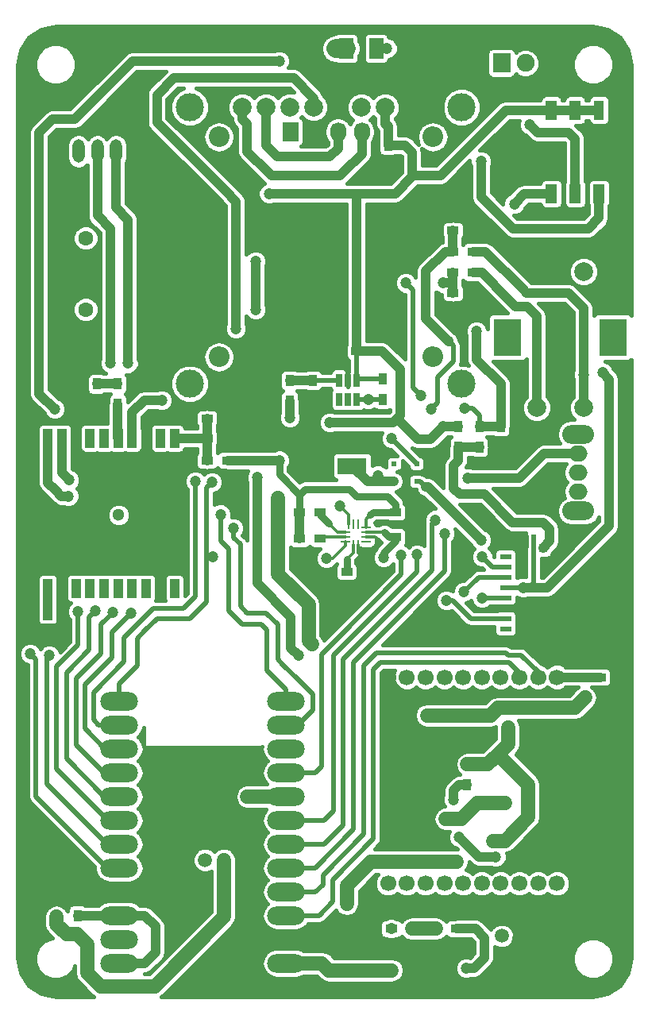
<source format=gtl>
G04 #@! TF.FileFunction,Copper,L1,Top,Signal*
%FSLAX46Y46*%
G04 Gerber Fmt 4.6, Leading zero omitted, Abs format (unit mm)*
G04 Created by KiCad (PCBNEW 4.0.0-rc1-stable) date 20.6.2016 15:05:57*
%MOMM*%
G01*
G04 APERTURE LIST*
%ADD10C,0.150000*%
%ADD11O,2.200000X2.200000*%
%ADD12R,1.727200X2.032000*%
%ADD13O,1.727200X2.032000*%
%ADD14C,2.000000*%
%ADD15C,3.000000*%
%ADD16R,1.200000X0.900000*%
%ADD17R,0.900000X1.200000*%
%ADD18R,3.149600X1.800860*%
%ADD19R,1.500000X2.200000*%
%ADD20R,1.900000X2.000000*%
%ADD21C,1.900000*%
%ADD22C,1.500000*%
%ADD23R,1.200000X2.000000*%
%ADD24R,1.100000X2.000000*%
%ADD25R,1.000000X2.000000*%
%ADD26C,1.300000*%
%ADD27C,1.700000*%
%ADD28R,1.250000X0.600000*%
%ADD29R,3.790000X1.200000*%
%ADD30R,1.400000X1.450000*%
%ADD31R,0.600000X1.000000*%
%ADD32R,0.850000X0.950000*%
%ADD33O,4.000000X2.000000*%
%ADD34R,0.650000X1.400000*%
%ADD35R,0.600000X0.500000*%
%ADD36C,1.600000*%
%ADD37R,1.000000X1.000000*%
%ADD38R,1.000000X2.200000*%
%ADD39O,3.400000X2.000000*%
%ADD40O,2.000000X1.700000*%
%ADD41O,1.300000X2.500000*%
%ADD42R,3.000000X4.000000*%
%ADD43R,1.000000X0.250000*%
%ADD44R,0.275000X1.000000*%
%ADD45C,1.200000*%
%ADD46C,1.000000*%
%ADD47C,0.750000*%
%ADD48C,0.300000*%
%ADD49C,1.500000*%
%ADD50C,0.500000*%
%ADD51C,2.000000*%
%ADD52C,0.400000*%
G04 APERTURE END LIST*
D10*
D11*
X40225000Y-31175000D03*
X17425000Y-31175000D03*
X40225000Y-7725000D03*
D12*
X25025000Y-7175000D03*
D13*
X27565000Y-7175000D03*
X30105000Y-7175000D03*
X32645000Y-7175000D03*
D11*
X17425000Y-7725000D03*
D14*
X37690000Y-4550000D03*
X35150000Y-4550000D03*
X32610000Y-4550000D03*
X30070000Y-4550000D03*
X27530000Y-4550000D03*
X24990000Y-4550000D03*
X22450000Y-4550000D03*
D15*
X43305000Y-34050000D03*
X14300000Y-34050000D03*
X43305000Y-4550000D03*
X14300000Y-4550000D03*
D14*
X19910000Y-4550000D03*
D16*
X60300000Y-65300000D03*
X58100000Y-65300000D03*
X16150000Y-39850000D03*
X18350000Y-39850000D03*
D17*
X2350000Y-88500000D03*
X2350000Y-90700000D03*
D16*
X38450000Y-47700000D03*
X36250000Y-47700000D03*
X38450000Y-50350000D03*
X36250000Y-50350000D03*
X29925000Y-30525000D03*
X32125000Y-30525000D03*
X31050000Y-54050000D03*
X33250000Y-54050000D03*
D18*
X27374020Y-42800000D03*
X31625980Y-42800000D03*
D17*
X35475000Y-10775000D03*
X35475000Y-8575000D03*
D16*
X37980000Y-92120000D03*
X35780000Y-92120000D03*
D19*
X31000000Y1700000D03*
X34200000Y1700000D03*
D20*
X47550000Y150000D03*
D21*
X50090000Y150000D03*
D17*
X4400000Y-36250000D03*
X4400000Y-34050000D03*
D22*
X13950000Y-84800000D03*
X15950000Y-84800000D03*
X17950000Y-84800000D03*
X49550000Y-92900000D03*
X47550000Y-92900000D03*
D17*
X24975000Y-35875000D03*
X24975000Y-33675000D03*
X27425000Y-35875000D03*
X27425000Y-33675000D03*
X34875000Y-33475000D03*
X34875000Y-35675000D03*
D16*
X28200000Y-47700000D03*
X26000000Y-47700000D03*
X28200000Y-50550000D03*
X26000000Y-50550000D03*
D17*
X43900000Y-74600000D03*
X43900000Y-76800000D03*
D16*
X20450000Y-78050000D03*
X18250000Y-78050000D03*
X40560000Y-92120000D03*
X42760000Y-92120000D03*
D17*
X6650000Y-36250000D03*
X6650000Y-34050000D03*
D23*
X52870000Y-4850000D03*
X52870000Y-13750000D03*
X55410000Y-13750000D03*
X57950000Y-13750000D03*
X55410000Y-4850000D03*
D24*
X57950000Y-4850000D03*
D25*
X-825000Y-39825000D03*
X675000Y-39825000D03*
X2175000Y-39825000D03*
X3675000Y-39825000D03*
X5175000Y-39825000D03*
X6675000Y-39825000D03*
X8175000Y-39825000D03*
X9675000Y-39825000D03*
X11175000Y-39825000D03*
X12675000Y-39825000D03*
X12675000Y-55825000D03*
X11175000Y-55825000D03*
X9675000Y-55825000D03*
X8175000Y-55825000D03*
X6675000Y-55825000D03*
X5175000Y-55825000D03*
X3675000Y-55825000D03*
X2175000Y-55825000D03*
X675000Y-55825000D03*
X-825000Y-55825000D03*
D26*
X6725000Y-48025000D03*
D27*
X35450000Y-87300000D03*
X37450000Y-87300000D03*
X39450000Y-87300000D03*
X41450000Y-87300000D03*
X43450000Y-87300000D03*
X45450000Y-87300000D03*
X47450000Y-87300000D03*
X49450000Y-87300000D03*
X51450000Y-87300000D03*
X53450000Y-87300000D03*
X35450000Y-65300000D03*
X37450000Y-65300000D03*
X45450000Y-65300000D03*
X43450000Y-65300000D03*
X41450000Y-65300000D03*
X39450000Y-65300000D03*
X47450000Y-65300000D03*
X49450000Y-65300000D03*
X51450000Y-65300000D03*
X53450000Y-65300000D03*
D28*
X48000000Y-52450000D03*
X48000000Y-53550000D03*
X48000000Y-54650000D03*
X48000000Y-55750000D03*
X48000000Y-56850000D03*
X48000000Y-57950000D03*
X48000000Y-59050000D03*
X48000000Y-60150000D03*
D29*
X50505000Y-61600000D03*
D30*
X49750000Y-50825000D03*
D31*
X51000000Y-50600000D03*
D32*
X51975000Y-51525000D03*
D33*
X6800000Y-67860000D03*
X6800000Y-70400000D03*
X6800000Y-72940000D03*
X6800000Y-80560000D03*
X6800000Y-78020000D03*
X6800000Y-75480000D03*
X6800000Y-83100000D03*
X6800000Y-85640000D03*
X6800000Y-88180000D03*
X6800000Y-90720000D03*
X6800000Y-93260000D03*
X6800000Y-95800000D03*
X24600000Y-67860000D03*
X24600000Y-70400000D03*
X24600000Y-72940000D03*
X24600000Y-75480000D03*
X24600000Y-78020000D03*
X24600000Y-80560000D03*
X24600000Y-83100000D03*
X24600000Y-85640000D03*
X24600000Y-88180000D03*
X24600000Y-90720000D03*
X24600000Y-93260000D03*
X24600000Y-95800000D03*
D34*
X30225000Y-35675000D03*
X31175000Y-35675000D03*
X32125000Y-35675000D03*
X30225000Y-33675000D03*
X32125000Y-33675000D03*
X31175000Y-33675000D03*
D35*
X36100000Y-42550000D03*
X36100000Y-44450000D03*
X38500000Y-42550000D03*
X38500000Y-43500000D03*
X38500000Y-44450000D03*
D36*
X3220000Y-18510000D03*
X3220000Y-26110000D03*
D37*
X-825000Y-58775000D03*
D38*
X-2325000Y-60275000D03*
X675000Y-60275000D03*
D39*
X55750000Y-47600000D03*
D40*
X55750000Y-43500000D03*
X55750000Y-41500000D03*
X55750000Y-45500000D03*
D39*
X55750000Y-39400000D03*
D16*
X16150000Y-42200000D03*
X18350000Y-42200000D03*
D41*
X6450000Y-9250000D03*
X4450000Y-9250000D03*
X2450000Y-9250000D03*
X450000Y-9250000D03*
D42*
X59400000Y-29075000D03*
D14*
X56300000Y-22075000D03*
X51300000Y-22075000D03*
X56300000Y-36575000D03*
X53800000Y-36575000D03*
X51300000Y-36575000D03*
D42*
X48200000Y-29075000D03*
D16*
X44575000Y-17700000D03*
X42375000Y-17700000D03*
X44575000Y-24350000D03*
X42375000Y-24350000D03*
D17*
X42950000Y-40775000D03*
X42950000Y-38575000D03*
X45200000Y-40775000D03*
X45200000Y-38575000D03*
X47475000Y-38575000D03*
X47475000Y-40775000D03*
D16*
X42350000Y-19950000D03*
X44550000Y-19950000D03*
X42350000Y-22200000D03*
X44550000Y-22200000D03*
D43*
X30890000Y-50350000D03*
X30890000Y-49850000D03*
X33090000Y-49850000D03*
X33080000Y-50350000D03*
D44*
X31740000Y-48980000D03*
X32240000Y-48980000D03*
X31240000Y-48980000D03*
D43*
X33090000Y-49350000D03*
X30890000Y-50850000D03*
X33080000Y-50850000D03*
D44*
X31740000Y-51220000D03*
X32240000Y-51220000D03*
D16*
X16150000Y-37750000D03*
X18350000Y-37750000D03*
D45*
X14150000Y-36750000D03*
X18350000Y-35000000D03*
X33100000Y-52700000D03*
X27025000Y-40875000D03*
X55850000Y-84050000D03*
X-1250000Y-53600000D03*
X55650000Y-49850000D03*
X50050000Y-58050000D03*
X34950000Y-83250000D03*
X40000000Y-74635980D03*
X11450000Y-16150000D03*
X9500000Y-8450000D03*
X14600000Y-16150000D03*
X7450000Y-50250000D03*
X4050000Y-48750000D03*
X49050000Y-36750000D03*
X48050000Y-32350000D03*
X37400000Y-43500000D03*
X28200000Y-30525000D03*
X56850000Y-72800000D03*
X44000000Y-94100000D03*
X31700000Y-94400000D03*
X44600000Y-47500000D03*
X49800000Y-52850000D03*
X18700000Y-80700000D03*
X53900000Y-57300000D03*
X42750000Y-27250000D03*
X550000Y-21250000D03*
X44600000Y-16100000D03*
X24050000Y3200000D03*
X34150000Y-10750000D03*
X58300000Y-32850000D03*
X23850000Y-42200000D03*
X46650000Y-82750000D03*
X100000Y-90850000D03*
X48250000Y-70650000D03*
X49850000Y-55750000D03*
X41350000Y-38600000D03*
X29250000Y-38150000D03*
X25000000Y-37650000D03*
X22750000Y-13750000D03*
X27350000Y-61800000D03*
X23700000Y-46200000D03*
X11350000Y-35800000D03*
X35780000Y-92120000D03*
X34400000Y-43800000D03*
X35000000Y-52550000D03*
X35850000Y-96550000D03*
X25900000Y-63000000D03*
X21500000Y-44000000D03*
X35825000Y-39825000D03*
X33350000Y-35675000D03*
X16800000Y-52500000D03*
X28850000Y-52650000D03*
X16700000Y-44500000D03*
X5850000Y-31850000D03*
X30300000Y-47050000D03*
X7750000Y-31850000D03*
X14900000Y-44450000D03*
X43750000Y-96350000D03*
X-2700000Y-62800000D03*
X19250000Y-28150000D03*
X4250000Y-58250000D03*
X45500000Y-56850000D03*
X8050000Y-58450000D03*
X43550000Y-56200000D03*
X2400000Y-58300000D03*
X45500000Y-52450000D03*
X41700000Y-57150000D03*
X6100000Y-58400000D03*
X35350000Y1700000D03*
X1400000Y-46000000D03*
X18950000Y-49400000D03*
X17600000Y-47950000D03*
X1450000Y-44300000D03*
X45350000Y-50700000D03*
X56450000Y-67500000D03*
X39600000Y-69370000D03*
X29880000Y1700000D03*
X47950000Y-78750000D03*
X41600000Y-80400000D03*
X23850000Y350000D03*
X-100000Y-36750000D03*
X-650000Y-63000000D03*
X38550000Y-52250000D03*
X43950000Y-44100000D03*
X50550000Y-6400000D03*
X45350000Y-10350000D03*
X21350000Y-20950000D03*
X21350000Y-26100000D03*
X48900000Y-14850000D03*
X41500000Y-50000000D03*
X40050000Y-36750000D03*
X40500000Y-48550000D03*
X38950000Y-35250000D03*
X37350000Y-23300000D03*
X41350000Y-23300000D03*
X36850000Y-52300000D03*
X43600000Y-36650000D03*
X44900000Y-28400000D03*
X56300000Y-33050000D03*
X42750000Y-85000000D03*
X31050000Y-89500000D03*
X42450000Y-78350000D03*
X43050000Y-82350000D03*
X46950000Y-84450000D03*
D46*
X13300000Y-37600000D02*
X14150000Y-36750000D01*
X9675000Y-39825000D02*
X9675000Y-38075000D01*
X9675000Y-38075000D02*
X10150000Y-37600000D01*
X10150000Y-37600000D02*
X13300000Y-37600000D01*
X18350000Y-35000000D02*
X18350000Y-34950000D01*
X33000000Y-52600000D02*
X32900000Y-52700000D01*
X33100000Y-52700000D02*
X33000000Y-52600000D01*
D47*
X37400000Y-43500000D02*
X37400000Y-45900000D01*
X38450000Y-46950000D02*
X38450000Y-47700000D01*
X37400000Y-45900000D02*
X38450000Y-46950000D01*
X38450000Y-47700000D02*
X38450000Y-50350000D01*
D48*
X33080000Y-50350000D02*
X34050000Y-50350000D01*
X34050000Y-50350000D02*
X34350000Y-50650000D01*
X34350000Y-50650000D02*
X34350000Y-51250000D01*
X34350000Y-51250000D02*
X32900000Y-52700000D01*
D47*
X33250000Y-54050000D02*
X33250000Y-53050000D01*
X33250000Y-53050000D02*
X32900000Y-52700000D01*
D48*
X32240000Y-52040000D02*
X32700000Y-52500000D01*
D47*
X32900000Y-52700000D02*
X32700000Y-52500000D01*
D48*
X32240000Y-52040000D02*
X32240000Y-51220000D01*
D49*
X26000000Y-39850000D02*
X27025000Y-40875000D01*
X27025000Y-40875000D02*
X27374020Y-41224020D01*
X27374020Y-41224020D02*
X27374020Y-42800000D01*
X56800000Y-84050000D02*
X55850000Y-84050000D01*
X56850000Y-84000000D02*
X56800000Y-84050000D01*
D50*
X-1250000Y-53600000D02*
X-100000Y-53600000D01*
D46*
X675000Y-54375000D02*
X240000Y-53940000D01*
D50*
X-1530000Y-53600000D02*
X-1250000Y-53600000D01*
D46*
X-2325000Y-54395000D02*
X-2325000Y-60275000D01*
D50*
X-2325000Y-54395000D02*
X-1530000Y-53600000D01*
X-100000Y-53600000D02*
X240000Y-53940000D01*
X53900000Y-57300000D02*
X53150000Y-58050000D01*
X53150000Y-58050000D02*
X50050000Y-58050000D01*
X40000000Y-74635980D02*
X38014020Y-74635980D01*
X35350000Y-82850000D02*
X34950000Y-83250000D01*
X35350000Y-77300000D02*
X35350000Y-82850000D01*
X38014020Y-74635980D02*
X35350000Y-77300000D01*
X40000000Y-74635980D02*
X40000000Y-74650000D01*
X11450000Y-16150000D02*
X11450000Y-10400000D01*
X11450000Y-10400000D02*
X9500000Y-8450000D01*
X5650000Y-52560000D02*
X5650000Y-52050000D01*
X5650000Y-52050000D02*
X7450000Y-50250000D01*
X1730000Y-52560000D02*
X1730000Y-51070000D01*
X1730000Y-51070000D02*
X4050000Y-48750000D01*
D46*
X49050000Y-33350000D02*
X48050000Y-32350000D01*
X49050000Y-36750000D02*
X49050000Y-33350000D01*
D50*
X38500000Y-43500000D02*
X37400000Y-43500000D01*
D49*
X56850000Y-72800000D02*
X56850000Y-81150000D01*
X56850000Y-81150000D02*
X56850000Y-84000000D01*
X56850000Y-84000000D02*
X56850000Y-88650000D01*
X52600000Y-92900000D02*
X49550000Y-92900000D01*
X56850000Y-88650000D02*
X52600000Y-92900000D01*
X56850000Y-72800000D02*
X60300000Y-69350000D01*
X60300000Y-69350000D02*
X60300000Y-65300000D01*
X24600000Y-93260000D02*
X29410000Y-93260000D01*
X30550000Y-94400000D02*
X31700000Y-94400000D01*
X29410000Y-93260000D02*
X30550000Y-94400000D01*
X44000000Y-94100000D02*
X42300000Y-94100000D01*
X42300000Y-94100000D02*
X42000000Y-94400000D01*
X42000000Y-94400000D02*
X31700000Y-94400000D01*
D46*
X49725000Y-50800000D02*
X47900000Y-50800000D01*
X44600000Y-47500000D02*
X47900000Y-50800000D01*
X49800000Y-50875000D02*
X49800000Y-52850000D01*
X49800000Y-50875000D02*
X49750000Y-50825000D01*
D49*
X13950000Y-84800000D02*
X13950000Y-82350000D01*
X15600000Y-80700000D02*
X18700000Y-80700000D01*
X13950000Y-82350000D02*
X15600000Y-80700000D01*
X18250000Y-80250000D02*
X18700000Y-80700000D01*
X18250000Y-80250000D02*
X18250000Y-78050000D01*
D46*
X49725000Y-50800000D02*
X49750000Y-50825000D01*
X50505000Y-61600000D02*
X59250000Y-61600000D01*
X59250000Y-61600000D02*
X60300000Y-62650000D01*
X60300000Y-62650000D02*
X60300000Y-65300000D01*
X52700000Y-58500000D02*
X50500000Y-58500000D01*
X52700000Y-58500000D02*
X53900000Y-57300000D01*
X50500000Y-61595000D02*
X50500000Y-58500000D01*
D50*
X49950000Y-57950000D02*
X50500000Y-58500000D01*
X49950000Y-57950000D02*
X48000000Y-57950000D01*
D46*
X50500000Y-61595000D02*
X50505000Y-61600000D01*
X44575000Y-25425000D02*
X42750000Y-27250000D01*
X44575000Y-25425000D02*
X44575000Y-24350000D01*
X3200000Y-36250000D02*
X2175000Y-36250000D01*
X2200000Y-36400000D02*
X2175000Y-36400000D01*
X2200000Y-36275000D02*
X2200000Y-36400000D01*
X2175000Y-36250000D02*
X2200000Y-36275000D01*
X2175000Y-37115000D02*
X2175000Y-36400000D01*
X2175000Y-36400000D02*
X2175000Y-28725000D01*
X2175000Y-28725000D02*
X550000Y-27100000D01*
X550000Y-27100000D02*
X550000Y-21250000D01*
X47475000Y-40775000D02*
X50375000Y-40775000D01*
X50375000Y-40775000D02*
X53800000Y-37350000D01*
X53800000Y-37350000D02*
X53800000Y-36575000D01*
X27425000Y-35875000D02*
X27425000Y-38425000D01*
X27425000Y-38425000D02*
X26000000Y-39850000D01*
X22775000Y-30525000D02*
X28200000Y-30525000D01*
X18350000Y-34950000D02*
X22775000Y-30525000D01*
X28200000Y-30525000D02*
X29925000Y-30525000D01*
D50*
X31175000Y-33675000D02*
X31175000Y-32425000D01*
X29925000Y-31175000D02*
X29925000Y-30525000D01*
X31175000Y-32425000D02*
X29925000Y-31175000D01*
D46*
X44575000Y-17700000D02*
X46150000Y-17700000D01*
X46150000Y-17700000D02*
X50525000Y-22075000D01*
X50525000Y-22075000D02*
X51300000Y-22075000D01*
X44575000Y-16125000D02*
X44600000Y-16100000D01*
X44575000Y-16125000D02*
X44575000Y-17700000D01*
X24050000Y3200000D02*
X24950000Y3200000D01*
X24950000Y3200000D02*
X30725000Y-2575000D01*
X35475000Y-10775000D02*
X34175000Y-10775000D01*
X34175000Y-10775000D02*
X34150000Y-10750000D01*
X30070000Y-4550000D02*
X30070000Y-3230000D01*
X30070000Y-3230000D02*
X30725000Y-2575000D01*
X37690000Y-2990000D02*
X37690000Y-4550000D01*
X30725000Y-2575000D02*
X31450000Y-1850000D01*
X31450000Y-1850000D02*
X36550000Y-1850000D01*
X36550000Y-1850000D02*
X37690000Y-2990000D01*
X4400000Y-36250000D02*
X3200000Y-36250000D01*
X3200000Y-36250000D02*
X3040000Y-36250000D01*
X2175000Y-37115000D02*
X2175000Y-39825000D01*
X675000Y-54375000D02*
X675000Y-53615000D01*
X1730000Y-52560000D02*
X5650000Y-52560000D01*
X5650000Y-52560000D02*
X11175000Y-52560000D01*
X675000Y-53615000D02*
X1730000Y-52560000D01*
X2175000Y-39825000D02*
X2175000Y-42415000D01*
X2555000Y-42795000D02*
X9675000Y-42795000D01*
X2175000Y-42415000D02*
X2555000Y-42795000D01*
X11175000Y-55825000D02*
X11175000Y-52560000D01*
X11175000Y-52560000D02*
X11175000Y-44295000D01*
X11175000Y-44295000D02*
X9675000Y-42795000D01*
X9675000Y-42795000D02*
X9675000Y-39825000D01*
X-1890000Y-60100000D02*
X500000Y-60100000D01*
X500000Y-60100000D02*
X675000Y-60275000D01*
X675000Y-54375000D02*
X675000Y-55825000D01*
X675000Y-55825000D02*
X675000Y-60275000D01*
X2350000Y-88500000D02*
X3810000Y-88500000D01*
X4130000Y-88180000D02*
X6800000Y-88180000D01*
X3810000Y-88500000D02*
X4130000Y-88180000D01*
X18350000Y-37600000D02*
X18350000Y-34950000D01*
X26000000Y-39850000D02*
X18350000Y-39850000D01*
X18350000Y-39850000D02*
X18350000Y-37600000D01*
D47*
X36250000Y-47700000D02*
X33850000Y-47700000D01*
D48*
X33090000Y-48460000D02*
X33090000Y-49350000D01*
X33090000Y-48460000D02*
X33550000Y-48000000D01*
D47*
X33850000Y-47700000D02*
X33550000Y-48000000D01*
X26000000Y-45850000D02*
X26600000Y-45250000D01*
X36250000Y-46850000D02*
X36250000Y-47700000D01*
X35400000Y-46000000D02*
X36250000Y-46850000D01*
X32100000Y-46000000D02*
X35400000Y-46000000D01*
X31350000Y-45250000D02*
X32100000Y-46000000D01*
X26600000Y-45250000D02*
X31350000Y-45250000D01*
X23850000Y-42200000D02*
X23850000Y-43700000D01*
X26000000Y-45850000D02*
X26000000Y-47700000D01*
X23850000Y-43700000D02*
X26000000Y-45850000D01*
D46*
X26000000Y-47700000D02*
X26000000Y-50550000D01*
X36750000Y-32450000D02*
X36750000Y-37400000D01*
X36750000Y-37400000D02*
X36400000Y-37750000D01*
X41350000Y-38600000D02*
X40000000Y-39950000D01*
X40000000Y-39950000D02*
X38600000Y-39950000D01*
X38600000Y-39950000D02*
X36400000Y-37750000D01*
X33800000Y-30525000D02*
X34825000Y-30525000D01*
X34825000Y-30525000D02*
X36750000Y-32450000D01*
X58300000Y-32850000D02*
X59050000Y-33600000D01*
X52450000Y-55750000D02*
X49850000Y-55750000D01*
X59050000Y-49150000D02*
X52450000Y-55750000D01*
X59050000Y-33600000D02*
X59050000Y-49150000D01*
X22300000Y-42200000D02*
X23850000Y-42200000D01*
D49*
X46650000Y-82750000D02*
X47900000Y-82750000D01*
X50400000Y-76750000D02*
X47175000Y-73525000D01*
X50400000Y-80250000D02*
X50400000Y-76750000D01*
X47900000Y-82750000D02*
X50400000Y-80250000D01*
X100000Y-90850000D02*
X100000Y-91650000D01*
X100000Y-91650000D02*
X1150000Y-92700000D01*
X3400000Y-94850000D02*
X3400000Y-93800000D01*
X3400000Y-93800000D02*
X2300000Y-92700000D01*
X2300000Y-92700000D02*
X1150000Y-92700000D01*
X5650000Y-98250000D02*
X4800000Y-98250000D01*
X17950000Y-90850000D02*
X10550000Y-98250000D01*
X10550000Y-98250000D02*
X5650000Y-98250000D01*
X17950000Y-84800000D02*
X17950000Y-90850000D01*
X3400000Y-96850000D02*
X3400000Y-94850000D01*
X4800000Y-98250000D02*
X3400000Y-96850000D01*
X1150000Y-92700000D02*
X650000Y-92200000D01*
X48250000Y-70650000D02*
X48250000Y-72450000D01*
X48250000Y-72450000D02*
X47175000Y-73525000D01*
X46100000Y-74600000D02*
X43900000Y-74600000D01*
X47175000Y-73525000D02*
X46100000Y-74600000D01*
D50*
X51000000Y-50600000D02*
X51000000Y-55250000D01*
X50500000Y-55750000D02*
X49850000Y-55750000D01*
X51000000Y-55250000D02*
X50500000Y-55750000D01*
D46*
X53450000Y-65300000D02*
X58100000Y-65300000D01*
D50*
X49850000Y-55750000D02*
X48000000Y-55750000D01*
D46*
X32125000Y-30525000D02*
X32125000Y-13750000D01*
X41350000Y-38600000D02*
X41350000Y-38575000D01*
X41350000Y-38575000D02*
X41350000Y-38600000D01*
X41350000Y-38600000D02*
X41350000Y-38575000D01*
X41350000Y-38575000D02*
X42950000Y-38575000D01*
X25000000Y-35900000D02*
X25000000Y-37650000D01*
X36000000Y-38150000D02*
X29250000Y-38150000D01*
X36400000Y-37750000D02*
X36000000Y-38150000D01*
X33800000Y-30525000D02*
X32125000Y-30525000D01*
X25000000Y-35900000D02*
X24975000Y-35875000D01*
D50*
X34875000Y-33475000D02*
X32325000Y-33475000D01*
X32325000Y-33475000D02*
X32125000Y-33675000D01*
X32125000Y-33675000D02*
X32125000Y-30525000D01*
D46*
X55410000Y-4850000D02*
X57950000Y-4850000D01*
X52870000Y-4850000D02*
X55410000Y-4850000D01*
X38000000Y-11800000D02*
X41050000Y-11800000D01*
X48000000Y-4850000D02*
X52870000Y-4850000D01*
X41050000Y-11800000D02*
X48000000Y-4850000D01*
X22750000Y-13750000D02*
X32150000Y-13750000D01*
X32150000Y-13750000D02*
X36200000Y-13750000D01*
X36200000Y-13750000D02*
X38000000Y-11950000D01*
X38000000Y-11950000D02*
X38000000Y-11800000D01*
X37225000Y-8575000D02*
X35475000Y-8575000D01*
X38000000Y-9350000D02*
X37225000Y-8575000D01*
X38000000Y-11800000D02*
X38000000Y-9350000D01*
X35150000Y-4550000D02*
X35150000Y-6300000D01*
X35150000Y-6300000D02*
X35475000Y-6625000D01*
X35475000Y-6625000D02*
X35475000Y-8575000D01*
X18350000Y-42200000D02*
X22300000Y-42200000D01*
D49*
X26975000Y-61425000D02*
X27350000Y-61800000D01*
X26975000Y-57575000D02*
X26975000Y-61075000D01*
X23700000Y-54300000D02*
X23700000Y-51150000D01*
X26975000Y-57575000D02*
X23700000Y-54300000D01*
X23700000Y-51150000D02*
X23700000Y-46200000D01*
X26975000Y-61075000D02*
X26975000Y-61425000D01*
D46*
X8175000Y-37075000D02*
X9450000Y-35800000D01*
X9450000Y-35800000D02*
X11350000Y-35800000D01*
X8175000Y-39825000D02*
X8175000Y-37075000D01*
D47*
X36250000Y-50800000D02*
X36000000Y-51050000D01*
X35000000Y-52050000D02*
X36000000Y-51050000D01*
X34400000Y-43800000D02*
X34400000Y-44450000D01*
X35000000Y-52550000D02*
X35000000Y-52050000D01*
X36250000Y-50800000D02*
X36250000Y-50350000D01*
X36250000Y-50350000D02*
X35550000Y-50350000D01*
D48*
X35050000Y-49850000D02*
X33090000Y-49850000D01*
D47*
X35550000Y-50350000D02*
X35050000Y-49850000D01*
D46*
X36100000Y-44450000D02*
X34400000Y-44450000D01*
X34400000Y-44450000D02*
X33275980Y-44450000D01*
X33275980Y-44450000D02*
X31625980Y-42800000D01*
X31625980Y-42800000D02*
X31150000Y-42800000D01*
X31650000Y-42800000D02*
X31625980Y-42800000D01*
D47*
X31050000Y-54050000D02*
X31050000Y-52750000D01*
D48*
X31740000Y-52060000D02*
X31050000Y-52750000D01*
X31740000Y-52060000D02*
X31740000Y-51220000D01*
D49*
X24600000Y-95800000D02*
X28400000Y-95800000D01*
X29150000Y-96550000D02*
X35850000Y-96550000D01*
X28400000Y-95800000D02*
X29150000Y-96550000D01*
D46*
X25100000Y-58900000D02*
X25100000Y-62200000D01*
X25100000Y-62200000D02*
X25900000Y-63000000D01*
X25100000Y-58900000D02*
X21500000Y-55300000D01*
X21500000Y-55300000D02*
X21500000Y-48500000D01*
X21500000Y-48500000D02*
X21500000Y-44000000D01*
D50*
X27425000Y-33675000D02*
X30225000Y-33675000D01*
D46*
X24975000Y-33675000D02*
X27425000Y-33675000D01*
D50*
X38500000Y-42550000D02*
X35825000Y-39875000D01*
X35825000Y-39875000D02*
X35825000Y-39825000D01*
X35825000Y-39825000D02*
X35850000Y-39800000D01*
X32125000Y-35675000D02*
X33350000Y-35675000D01*
X33350000Y-35675000D02*
X34875000Y-35675000D01*
D48*
X30890000Y-51310000D02*
X29550000Y-52650000D01*
X29550000Y-52650000D02*
X28850000Y-52650000D01*
X30890000Y-51310000D02*
X30890000Y-50850000D01*
D50*
X16100000Y-45100000D02*
X16700000Y-44500000D01*
X16100000Y-52600000D02*
X16100000Y-45100000D01*
D46*
X5850000Y-31850000D02*
X5850000Y-29400000D01*
D50*
X16800000Y-52500000D02*
X16700000Y-52600000D01*
X16700000Y-52600000D02*
X16100000Y-52600000D01*
X16800000Y-52500000D02*
X16750000Y-52500000D01*
D46*
X4450000Y-9250000D02*
X4450000Y-16100000D01*
X5850000Y-28750000D02*
X5850000Y-29400000D01*
X4450000Y-16100000D02*
X5850000Y-17500000D01*
X5850000Y-17500000D02*
X5850000Y-28750000D01*
X5850000Y-29400000D02*
X5850000Y-29450000D01*
D50*
X16100000Y-55450000D02*
X16100000Y-52600000D01*
X9525000Y-60375000D02*
X10800000Y-59100000D01*
X6800000Y-66000000D02*
X8700000Y-64100000D01*
X8700000Y-64100000D02*
X8700000Y-61200000D01*
X8700000Y-61200000D02*
X9525000Y-60375000D01*
X6800000Y-67860000D02*
X6800000Y-66000000D01*
X16100000Y-57300000D02*
X16100000Y-55450000D01*
X14300000Y-59100000D02*
X16100000Y-57300000D01*
X10800000Y-59100000D02*
X14300000Y-59100000D01*
D46*
X22600000Y-11450000D02*
X23000000Y-11850000D01*
X32645000Y-9555000D02*
X30750000Y-11450000D01*
X22600000Y-11450000D02*
X20450000Y-9300000D01*
X20450000Y-9300000D02*
X20450000Y-6350000D01*
X20450000Y-6350000D02*
X19910000Y-5810000D01*
X19910000Y-4550000D02*
X19910000Y-5810000D01*
X32645000Y-9555000D02*
X32645000Y-7175000D01*
X30350000Y-11850000D02*
X30750000Y-11450000D01*
X23000000Y-11850000D02*
X30350000Y-11850000D01*
D48*
X31240000Y-47990000D02*
X30300000Y-47050000D01*
X31240000Y-47990000D02*
X31240000Y-48980000D01*
D46*
X6450000Y-9250000D02*
X6450000Y-15250000D01*
X7750000Y-16550000D02*
X7750000Y-29500000D01*
X6450000Y-15250000D02*
X7750000Y-16550000D01*
X7750000Y-31850000D02*
X7750000Y-29500000D01*
D50*
X9950000Y-58500000D02*
X10450000Y-58000000D01*
X4040000Y-66910000D02*
X7300000Y-63650000D01*
X7300000Y-63650000D02*
X7300000Y-61150000D01*
X7300000Y-61150000D02*
X9950000Y-58500000D01*
X4590000Y-70400000D02*
X6800000Y-70400000D01*
X4040000Y-69850000D02*
X4040000Y-67170000D01*
X4590000Y-70400000D02*
X4040000Y-69850000D01*
X4040000Y-67170000D02*
X4040000Y-66910000D01*
X14900000Y-56700000D02*
X14900000Y-55450000D01*
X13600000Y-58000000D02*
X14900000Y-56700000D01*
X10450000Y-58000000D02*
X13600000Y-58000000D01*
X14900000Y-44450000D02*
X14900000Y-55450000D01*
D46*
X22450000Y-4550000D02*
X22450000Y-8650000D01*
X30105000Y-8945000D02*
X30105000Y-7175000D01*
X29250000Y-9800000D02*
X30105000Y-8945000D01*
X23600000Y-9800000D02*
X29250000Y-9800000D01*
X22450000Y-8650000D02*
X23600000Y-9800000D01*
D47*
X28200000Y-47700000D02*
X28200000Y-47950000D01*
X28200000Y-47950000D02*
X29150000Y-48900000D01*
D48*
X30890000Y-49850000D02*
X30100000Y-49850000D01*
X30100000Y-49850000D02*
X29150000Y-48900000D01*
X30890000Y-50350000D02*
X28400000Y-50350000D01*
X28400000Y-50350000D02*
X28200000Y-50550000D01*
D46*
X42760000Y-92120000D02*
X44770000Y-92120000D01*
X44600000Y-96350000D02*
X43750000Y-96350000D01*
X45750000Y-95200000D02*
X44600000Y-96350000D01*
X45750000Y-93100000D02*
X45750000Y-95200000D01*
X44770000Y-92120000D02*
X45750000Y-93100000D01*
D50*
X33900000Y-66800000D02*
X33900000Y-74950000D01*
X33900000Y-66000000D02*
X33900000Y-66800000D01*
X33900000Y-74950000D02*
X33900000Y-82550000D01*
X34650000Y-63750000D02*
X33900000Y-64500000D01*
X33900000Y-64500000D02*
X33900000Y-66000000D01*
X49450000Y-64850000D02*
X48350000Y-63750000D01*
X48350000Y-63750000D02*
X46450000Y-63750000D01*
X46450000Y-63750000D02*
X34650000Y-63750000D01*
X28080000Y-90720000D02*
X24600000Y-90720000D01*
X29550000Y-89250000D02*
X28080000Y-90720000D01*
X29550000Y-86900000D02*
X29550000Y-89250000D01*
X33900000Y-82550000D02*
X29550000Y-86900000D01*
X49450000Y-65300000D02*
X49450000Y-64850000D01*
X49450000Y-65300000D02*
X49450000Y-65050000D01*
X32850000Y-67650000D02*
X32850000Y-73950000D01*
X46650000Y-62700000D02*
X48000000Y-62700000D01*
X51450000Y-64750000D02*
X49650000Y-62950000D01*
X27720000Y-88180000D02*
X28500000Y-87400000D01*
X27720000Y-88180000D02*
X24600000Y-88180000D01*
X32850000Y-82050000D02*
X32850000Y-73950000D01*
X28500000Y-86400000D02*
X32850000Y-82050000D01*
X28500000Y-87400000D02*
X28500000Y-86400000D01*
X32850000Y-67650000D02*
X32850000Y-64050000D01*
X32850000Y-64050000D02*
X34200000Y-62700000D01*
X34200000Y-62700000D02*
X46650000Y-62700000D01*
X48250000Y-62950000D02*
X49650000Y-62950000D01*
X48000000Y-62700000D02*
X48250000Y-62950000D01*
X51450000Y-65300000D02*
X51450000Y-64750000D01*
X-2070000Y-64360000D02*
X-2070000Y-63430000D01*
X5500000Y-85640000D02*
X-2070000Y-78070000D01*
X-2070000Y-78070000D02*
X-2070000Y-64360000D01*
X-2070000Y-63430000D02*
X-2700000Y-62800000D01*
D46*
X18100000Y-13450000D02*
X19250000Y-14600000D01*
X10800000Y-3250000D02*
X10800000Y-6150000D01*
X10800000Y-6150000D02*
X18100000Y-13450000D01*
X25400000Y-1450000D02*
X27530000Y-3580000D01*
X25400000Y-1450000D02*
X12600000Y-1450000D01*
X12600000Y-1450000D02*
X10800000Y-3250000D01*
X19250000Y-15300000D02*
X19250000Y-14900000D01*
X19250000Y-14600000D02*
X19250000Y-14900000D01*
X19250000Y-28150000D02*
X19250000Y-15300000D01*
X27530000Y-4550000D02*
X27530000Y-3580000D01*
D50*
X6800000Y-85640000D02*
X5500000Y-85640000D01*
X1200000Y-64800000D02*
X3600000Y-62400000D01*
X3600000Y-62400000D02*
X3600000Y-58900000D01*
X3600000Y-58900000D02*
X4250000Y-58250000D01*
X5210000Y-78020000D02*
X1200000Y-74010000D01*
X1200000Y-74010000D02*
X1200000Y-65940000D01*
X1200000Y-65940000D02*
X1200000Y-64800000D01*
X45500000Y-56850000D02*
X48000000Y-56850000D01*
X6800000Y-78020000D02*
X5210000Y-78020000D01*
X6000000Y-60500000D02*
X6000000Y-63200000D01*
X8050000Y-58450000D02*
X6000000Y-60500000D01*
X5270000Y-72940000D02*
X3130000Y-70800000D01*
X3130000Y-70800000D02*
X3130000Y-66820000D01*
X3130000Y-66820000D02*
X3130000Y-66370000D01*
X3130000Y-66070000D02*
X3130000Y-66370000D01*
X6000000Y-63200000D02*
X3130000Y-66070000D01*
X45100000Y-54650000D02*
X48000000Y-54650000D01*
X45100000Y-54650000D02*
X43550000Y-56200000D01*
X6800000Y-72940000D02*
X5270000Y-72940000D01*
X130000Y-64170000D02*
X2400000Y-61900000D01*
X2400000Y-61900000D02*
X2400000Y-58300000D01*
X5610000Y-80560000D02*
X130000Y-75080000D01*
X130000Y-75080000D02*
X130000Y-65520000D01*
X130000Y-65520000D02*
X130000Y-64170000D01*
X46600000Y-53550000D02*
X48000000Y-53550000D01*
X46600000Y-53550000D02*
X45500000Y-52450000D01*
X6800000Y-80560000D02*
X5610000Y-80560000D01*
X42350000Y-57150000D02*
X41700000Y-57150000D01*
X48000000Y-59050000D02*
X44800000Y-59050000D01*
X44800000Y-59050000D02*
X44250000Y-59050000D01*
X44250000Y-59050000D02*
X42350000Y-57150000D01*
X2230000Y-65420000D02*
X4850000Y-62800000D01*
X4850000Y-62800000D02*
X4850000Y-59700000D01*
X4850000Y-59700000D02*
X6100000Y-58450000D01*
X6100000Y-58450000D02*
X6100000Y-58400000D01*
X5210000Y-75480000D02*
X2230000Y-72500000D01*
X2230000Y-72500000D02*
X2230000Y-66390000D01*
X2230000Y-66390000D02*
X2230000Y-65420000D01*
X6800000Y-75480000D02*
X5210000Y-75480000D01*
D46*
X45725000Y-45825000D02*
X43075000Y-45825000D01*
X42950000Y-42200000D02*
X42400000Y-42750000D01*
X42950000Y-42200000D02*
X42950000Y-40775000D01*
X42400000Y-42750000D02*
X42400000Y-44100000D01*
X42400000Y-45150000D02*
X42400000Y-44100000D01*
X43075000Y-45825000D02*
X42400000Y-45150000D01*
X52700000Y-49550000D02*
X51950000Y-48800000D01*
X48700000Y-48800000D02*
X45725000Y-45825000D01*
X51950000Y-48800000D02*
X48700000Y-48800000D01*
X52700000Y-50800000D02*
X51975000Y-51525000D01*
X52700000Y-49550000D02*
X52700000Y-50800000D01*
X42950000Y-40775000D02*
X45200000Y-40775000D01*
X34200000Y1700000D02*
X35350000Y1700000D01*
D49*
X37980000Y-92120000D02*
X40560000Y-92120000D01*
D50*
X23700000Y-59700000D02*
X23700000Y-63400000D01*
X23700000Y-63400000D02*
X24250000Y-63950000D01*
D46*
X600000Y-46000000D02*
X1400000Y-46000000D01*
X-825000Y-44575000D02*
X0Y-45400000D01*
X-825000Y-44575000D02*
X-825000Y-39825000D01*
X0Y-45400000D02*
X600000Y-46000000D01*
D50*
X24250000Y-63950000D02*
X25800000Y-65500000D01*
X24600000Y-70400000D02*
X25800000Y-70400000D01*
X25800000Y-70400000D02*
X27400000Y-68800000D01*
X27400000Y-67100000D02*
X25800000Y-65500000D01*
X27400000Y-68800000D02*
X27400000Y-67100000D01*
X19700000Y-54850000D02*
X19700000Y-57750000D01*
X22450000Y-58450000D02*
X23700000Y-59700000D01*
X20400000Y-58450000D02*
X22450000Y-58450000D01*
X19700000Y-57750000D02*
X20400000Y-58450000D01*
X18950000Y-49400000D02*
X18950000Y-50400000D01*
X19700000Y-51150000D02*
X19700000Y-54850000D01*
X19700000Y-54850000D02*
X19700000Y-54900000D01*
X18950000Y-50400000D02*
X19700000Y-51150000D01*
X22500000Y-60250000D02*
X22500000Y-64550000D01*
X22500000Y-64550000D02*
X22975000Y-65025000D01*
X22975000Y-65025000D02*
X24600000Y-66650000D01*
X17600000Y-47950000D02*
X17600000Y-50800000D01*
D46*
X675000Y-43525000D02*
X1450000Y-44300000D01*
X675000Y-39825000D02*
X675000Y-43525000D01*
D50*
X22500000Y-60250000D02*
X21900000Y-59650000D01*
X21900000Y-59650000D02*
X19900000Y-59650000D01*
X19900000Y-59650000D02*
X18450000Y-58200000D01*
X18450000Y-58200000D02*
X18450000Y-51650000D01*
X24600000Y-66650000D02*
X24600000Y-67860000D01*
X17600000Y-50800000D02*
X18450000Y-51650000D01*
D46*
X4400000Y-34050000D02*
X6650000Y-34050000D01*
X39700000Y-45050000D02*
X45350000Y-50700000D01*
D50*
X38500000Y-44450000D02*
X38850000Y-44450000D01*
X38850000Y-44450000D02*
X39450000Y-45050000D01*
D46*
X39450000Y-45050000D02*
X39700000Y-45050000D01*
D49*
X46380000Y-69370000D02*
X47150000Y-68600000D01*
X47150000Y-68600000D02*
X55350000Y-68600000D01*
X55350000Y-68600000D02*
X56450000Y-67500000D01*
X46380000Y-69370000D02*
X39600000Y-69370000D01*
X39600000Y-69370000D02*
X39600000Y-69400000D01*
D51*
X31000000Y1700000D02*
X29880000Y1700000D01*
D49*
X43300000Y-80400000D02*
X44950000Y-78750000D01*
X44950000Y-78750000D02*
X47950000Y-78750000D01*
X41600000Y-80400000D02*
X43300000Y-80400000D01*
D46*
X11400000Y350000D02*
X8200000Y350000D01*
X11400000Y350000D02*
X11700000Y350000D01*
X12450000Y350000D02*
X11700000Y350000D01*
X12450000Y350000D02*
X23850000Y350000D01*
X-1750000Y-35100000D02*
X-100000Y-36750000D01*
X-1750000Y-7250000D02*
X-1750000Y-35100000D01*
X-350000Y-5850000D02*
X-1750000Y-7250000D01*
X2000000Y-5850000D02*
X-350000Y-5850000D01*
X8200000Y350000D02*
X2000000Y-5850000D01*
D50*
X-950000Y-63300000D02*
X-650000Y-63000000D01*
X-950000Y-76670000D02*
X-950000Y-65040000D01*
X-950000Y-76670000D02*
X5480000Y-83100000D01*
X-950000Y-65040000D02*
X-950000Y-63300000D01*
X6800000Y-83100000D02*
X5480000Y-83100000D01*
X30850000Y-61750000D02*
X38550000Y-54050000D01*
X30850000Y-61750000D02*
X29600000Y-63000000D01*
X29600000Y-63000000D02*
X29600000Y-63300000D01*
X29600000Y-63300000D02*
X29600000Y-63950000D01*
X29600000Y-63950000D02*
X29600000Y-70800000D01*
X38550000Y-54050000D02*
X38550000Y-52250000D01*
D46*
X52050000Y-41500000D02*
X49450000Y-44100000D01*
X55750000Y-41500000D02*
X52050000Y-41500000D01*
X49450000Y-44100000D02*
X43950000Y-44100000D01*
D50*
X24600000Y-80560000D02*
X28640000Y-80560000D01*
X29600000Y-79600000D02*
X29600000Y-70800000D01*
X29600000Y-70800000D02*
X29600000Y-70750000D01*
X28640000Y-80560000D02*
X29600000Y-79600000D01*
D49*
X20450000Y-78050000D02*
X24570000Y-78050000D01*
X24570000Y-78050000D02*
X24600000Y-78020000D01*
D46*
X50550000Y-6400000D02*
X51400000Y-7250000D01*
X55410000Y-7960000D02*
X55410000Y-13750000D01*
X54700000Y-7250000D02*
X55410000Y-7960000D01*
X51400000Y-7250000D02*
X54700000Y-7250000D01*
X45350000Y-10350000D02*
X45350000Y-11850000D01*
X57950000Y-16350000D02*
X57950000Y-13750000D01*
X56800000Y-17500000D02*
X57950000Y-16350000D01*
X48750000Y-17500000D02*
X56800000Y-17500000D01*
X45350000Y-14100000D02*
X48750000Y-17500000D01*
X45350000Y-11850000D02*
X45350000Y-14100000D01*
X21350000Y-26100000D02*
X21350000Y-20950000D01*
X50000000Y-13750000D02*
X52870000Y-13750000D01*
X50000000Y-13750000D02*
X48900000Y-14850000D01*
X6650000Y-36250000D02*
X6650000Y-39800000D01*
X6650000Y-39800000D02*
X6675000Y-39825000D01*
X-825000Y-55825000D02*
X-825000Y-58775000D01*
X41550000Y-19950000D02*
X39500000Y-22000000D01*
X41900000Y-29500000D02*
X41900000Y-29450000D01*
X39500000Y-27100000D02*
X41900000Y-29500000D01*
X39500000Y-24850000D02*
X39500000Y-27100000D01*
X39500000Y-22000000D02*
X39500000Y-24850000D01*
X42350000Y-19950000D02*
X41550000Y-19950000D01*
D50*
X41500000Y-54000000D02*
X41500000Y-50000000D01*
X31750000Y-71450000D02*
X31750000Y-63750000D01*
X27660000Y-85640000D02*
X24600000Y-85640000D01*
X31750000Y-81550000D02*
X31750000Y-73050000D01*
X27660000Y-85640000D02*
X31750000Y-81550000D01*
X31750000Y-73050000D02*
X31750000Y-71450000D01*
X31750000Y-63750000D02*
X33650000Y-61850000D01*
X33650000Y-61850000D02*
X41500000Y-54000000D01*
X40750000Y-36050000D02*
X40050000Y-36750000D01*
X40750000Y-33300000D02*
X40750000Y-36050000D01*
X42400000Y-31650000D02*
X40750000Y-33300000D01*
X42400000Y-29950000D02*
X42400000Y-31650000D01*
X41900000Y-29450000D02*
X42400000Y-29950000D01*
D46*
X42350000Y-19950000D02*
X42350000Y-17725000D01*
X42350000Y-17725000D02*
X42375000Y-17700000D01*
D50*
X38950000Y-35250000D02*
X38100000Y-34400000D01*
X40150000Y-48900000D02*
X40500000Y-48550000D01*
X32350000Y-61700000D02*
X40150000Y-53900000D01*
X30650000Y-63400000D02*
X32350000Y-61700000D01*
X30650000Y-63600000D02*
X30650000Y-64600000D01*
X30650000Y-70650000D02*
X30650000Y-64600000D01*
X24600000Y-83100000D02*
X28600000Y-83100000D01*
X30650000Y-81050000D02*
X30650000Y-70650000D01*
X28600000Y-83100000D02*
X30650000Y-81050000D01*
X30650000Y-63600000D02*
X30650000Y-63400000D01*
X40150000Y-53900000D02*
X40150000Y-49500000D01*
X40150000Y-49500000D02*
X40150000Y-48900000D01*
X38100000Y-24050000D02*
X37350000Y-23300000D01*
X38100000Y-34400000D02*
X38100000Y-24050000D01*
D46*
X42350000Y-23300000D02*
X41350000Y-23300000D01*
X42350000Y-22200000D02*
X42350000Y-23300000D01*
X42350000Y-23300000D02*
X42350000Y-24325000D01*
X42350000Y-24325000D02*
X42375000Y-24350000D01*
D50*
X27720000Y-75480000D02*
X28350000Y-74850000D01*
X28350000Y-74850000D02*
X28350000Y-70850000D01*
X24600000Y-75480000D02*
X27720000Y-75480000D01*
X28350000Y-70850000D02*
X28350000Y-63700000D01*
X28350000Y-62850000D02*
X28350000Y-63700000D01*
X29600000Y-61600000D02*
X28350000Y-62850000D01*
X36850000Y-54350000D02*
X36850000Y-52300000D01*
X29600000Y-61600000D02*
X36850000Y-54350000D01*
X43600000Y-36650000D02*
X44450000Y-36650000D01*
X45200000Y-37400000D02*
X45200000Y-38575000D01*
X44450000Y-36650000D02*
X45200000Y-37400000D01*
D46*
X47475000Y-34025000D02*
X44900000Y-31450000D01*
X44900000Y-31450000D02*
X44900000Y-28400000D01*
X47475000Y-34025000D02*
X47475000Y-38575000D01*
X45200000Y-38575000D02*
X47475000Y-38575000D01*
X49850000Y-23950000D02*
X50250000Y-24350000D01*
X45850000Y-19950000D02*
X49850000Y-23950000D01*
X44550000Y-19950000D02*
X45850000Y-19950000D01*
X56300000Y-25950000D02*
X56300000Y-33050000D01*
X56300000Y-33050000D02*
X56300000Y-36575000D01*
X54700000Y-24350000D02*
X56300000Y-25950000D01*
X51700000Y-24350000D02*
X54700000Y-24350000D01*
X50250000Y-24350000D02*
X51700000Y-24350000D01*
X48200000Y-24950000D02*
X49050000Y-25800000D01*
X45450000Y-22200000D02*
X48200000Y-24950000D01*
X44550000Y-22200000D02*
X45450000Y-22200000D01*
X51300000Y-26800000D02*
X51300000Y-36575000D01*
X50300000Y-25800000D02*
X51300000Y-26800000D01*
X49050000Y-25800000D02*
X50300000Y-25800000D01*
D49*
X31050000Y-87550000D02*
X33600000Y-85000000D01*
X33600000Y-85000000D02*
X42750000Y-85000000D01*
X31050000Y-89500000D02*
X31050000Y-87550000D01*
D46*
X6800000Y-90720000D02*
X9520000Y-90720000D01*
X9510000Y-95800000D02*
X6800000Y-95800000D01*
X10640000Y-94670000D02*
X9510000Y-95800000D01*
X10640000Y-91840000D02*
X10640000Y-94670000D01*
X9520000Y-90720000D02*
X10640000Y-91840000D01*
X2350000Y-90700000D02*
X6780000Y-90700000D01*
X6780000Y-90700000D02*
X6800000Y-90720000D01*
X43900000Y-76800000D02*
X43050000Y-76800000D01*
X42450000Y-77400000D02*
X42450000Y-78350000D01*
X43050000Y-76800000D02*
X42450000Y-77400000D01*
X43050000Y-82350000D02*
X45150000Y-84450000D01*
X45150000Y-84450000D02*
X46950000Y-84450000D01*
X16150000Y-37750000D02*
X16150000Y-39850000D01*
X16150000Y-39850000D02*
X16150000Y-42200000D01*
X16125000Y-39825000D02*
X16150000Y-39850000D01*
X12675000Y-39825000D02*
X16125000Y-39825000D01*
D52*
G36*
X58854374Y3752592D02*
X60172109Y2872109D01*
X61052592Y1554374D01*
X61375000Y-66481D01*
X61375000Y-26705149D01*
X61338510Y-26648442D01*
X61138007Y-26511444D01*
X60900000Y-26463246D01*
X57900000Y-26463246D01*
X57677654Y-26505083D01*
X57473442Y-26636490D01*
X57400000Y-26743976D01*
X57400000Y-25950000D01*
X57316268Y-25529049D01*
X57077818Y-25172183D01*
X55477817Y-23572183D01*
X55426130Y-23537647D01*
X55120952Y-23333733D01*
X54700000Y-23250000D01*
X50705634Y-23250000D01*
X50627819Y-23172185D01*
X50627817Y-23172182D01*
X49847498Y-22391863D01*
X54699723Y-22391863D01*
X54942795Y-22980143D01*
X55392489Y-23430623D01*
X55980344Y-23674722D01*
X56616863Y-23675277D01*
X57205143Y-23432205D01*
X57655623Y-22982511D01*
X57899722Y-22394656D01*
X57900277Y-21758137D01*
X57657205Y-21169857D01*
X57207511Y-20719377D01*
X56619656Y-20475278D01*
X55983137Y-20474723D01*
X55394857Y-20717795D01*
X54944377Y-21167489D01*
X54700278Y-21755344D01*
X54699723Y-22391863D01*
X49847498Y-22391863D01*
X46627817Y-19172183D01*
X46480041Y-19073442D01*
X46270952Y-18933733D01*
X45850000Y-18850000D01*
X44550000Y-18850000D01*
X44357725Y-18888246D01*
X43950000Y-18888246D01*
X43727654Y-18930083D01*
X43523442Y-19061490D01*
X43450000Y-19168976D01*
X43450000Y-18517613D01*
X43538556Y-18388007D01*
X43586754Y-18150000D01*
X43586754Y-17250000D01*
X43544917Y-17027654D01*
X43413510Y-16823442D01*
X43213007Y-16686444D01*
X42975000Y-16638246D01*
X42567271Y-16638246D01*
X42375000Y-16600001D01*
X42182728Y-16638246D01*
X41775000Y-16638246D01*
X41552654Y-16680083D01*
X41348442Y-16811490D01*
X41211444Y-17011993D01*
X41163246Y-17250000D01*
X41163246Y-18150000D01*
X41205083Y-18372346D01*
X41250000Y-18442149D01*
X41250000Y-18909674D01*
X41129048Y-18933733D01*
X40986108Y-19029242D01*
X40772183Y-19172182D01*
X38722183Y-21222183D01*
X38483733Y-21579048D01*
X38400000Y-22000000D01*
X38400000Y-22698824D01*
X38367903Y-22621143D01*
X38030633Y-22283283D01*
X37589742Y-22100209D01*
X37112353Y-22099793D01*
X36671143Y-22282097D01*
X36333283Y-22619367D01*
X36150209Y-23060258D01*
X36149793Y-23537647D01*
X36332097Y-23978857D01*
X36669367Y-24316717D01*
X37110258Y-24499791D01*
X37250000Y-24499913D01*
X37250000Y-31394365D01*
X35602817Y-29747183D01*
X35591621Y-29739702D01*
X35245952Y-29508733D01*
X34825000Y-29425000D01*
X33225000Y-29425000D01*
X33225000Y-14850000D01*
X36200000Y-14850000D01*
X36620952Y-14766267D01*
X36977817Y-14527817D01*
X38605635Y-12900000D01*
X41050000Y-12900000D01*
X41470952Y-12816267D01*
X41827817Y-12577817D01*
X44150082Y-10255552D01*
X44149793Y-10587647D01*
X44250000Y-10830167D01*
X44250000Y-14100000D01*
X44333733Y-14520952D01*
X44486778Y-14750000D01*
X44572183Y-14877817D01*
X47972182Y-18277817D01*
X48113655Y-18372346D01*
X48329048Y-18516267D01*
X48750000Y-18600000D01*
X56800000Y-18600000D01*
X57220952Y-18516267D01*
X57577817Y-18277817D01*
X58727818Y-17127817D01*
X58966268Y-16770951D01*
X59050000Y-16350000D01*
X59050000Y-15081024D01*
X59113556Y-14988007D01*
X59161754Y-14750000D01*
X59161754Y-12750000D01*
X59119917Y-12527654D01*
X58988510Y-12323442D01*
X58788007Y-12186444D01*
X58550000Y-12138246D01*
X57350000Y-12138246D01*
X57127654Y-12180083D01*
X56923442Y-12311490D01*
X56786444Y-12511993D01*
X56738246Y-12750000D01*
X56738246Y-14750000D01*
X56780083Y-14972346D01*
X56850000Y-15081000D01*
X56850000Y-15894365D01*
X56344366Y-16400000D01*
X49205635Y-16400000D01*
X48855596Y-16049961D01*
X49137647Y-16050207D01*
X49578857Y-15867903D01*
X49916717Y-15530633D01*
X50017348Y-15288286D01*
X50455635Y-14850000D01*
X51677062Y-14850000D01*
X51700083Y-14972346D01*
X51831490Y-15176558D01*
X52031993Y-15313556D01*
X52270000Y-15361754D01*
X53470000Y-15361754D01*
X53692346Y-15319917D01*
X53896558Y-15188510D01*
X54033556Y-14988007D01*
X54081754Y-14750000D01*
X54081754Y-12750000D01*
X54039917Y-12527654D01*
X53908510Y-12323442D01*
X53708007Y-12186444D01*
X53470000Y-12138246D01*
X52270000Y-12138246D01*
X52047654Y-12180083D01*
X51843442Y-12311490D01*
X51706444Y-12511993D01*
X51678497Y-12650000D01*
X50000000Y-12650000D01*
X49579048Y-12733733D01*
X49455527Y-12816267D01*
X49222183Y-12972182D01*
X48461640Y-13732726D01*
X48221143Y-13832097D01*
X47883283Y-14169367D01*
X47700209Y-14610258D01*
X47699961Y-14894327D01*
X46450000Y-13644366D01*
X46450000Y-10830065D01*
X46549791Y-10589742D01*
X46550207Y-10112353D01*
X46367903Y-9671143D01*
X46030633Y-9333283D01*
X45589742Y-9150209D01*
X45255717Y-9149918D01*
X48455635Y-5950000D01*
X49437516Y-5950000D01*
X49350209Y-6160258D01*
X49349793Y-6637647D01*
X49532097Y-7078857D01*
X49869367Y-7416717D01*
X50111714Y-7517348D01*
X50622183Y-8027818D01*
X50979049Y-8266268D01*
X51400000Y-8350000D01*
X54244366Y-8350000D01*
X54310000Y-8415635D01*
X54310000Y-12418976D01*
X54246444Y-12511993D01*
X54198246Y-12750000D01*
X54198246Y-14750000D01*
X54240083Y-14972346D01*
X54371490Y-15176558D01*
X54571993Y-15313556D01*
X54810000Y-15361754D01*
X56010000Y-15361754D01*
X56232346Y-15319917D01*
X56436558Y-15188510D01*
X56573556Y-14988007D01*
X56621754Y-14750000D01*
X56621754Y-12750000D01*
X56579917Y-12527654D01*
X56510000Y-12419000D01*
X56510000Y-7960000D01*
X56464225Y-7729873D01*
X56426268Y-7539049D01*
X56187818Y-7182183D01*
X55477817Y-6472183D01*
X55462209Y-6461754D01*
X56010000Y-6461754D01*
X56232346Y-6419917D01*
X56436558Y-6288510D01*
X56573556Y-6088007D01*
X56601503Y-5950000D01*
X56807062Y-5950000D01*
X56830083Y-6072346D01*
X56961490Y-6276558D01*
X57161993Y-6413556D01*
X57400000Y-6461754D01*
X58500000Y-6461754D01*
X58722346Y-6419917D01*
X58926558Y-6288510D01*
X59063556Y-6088007D01*
X59111754Y-5850000D01*
X59111754Y-3850000D01*
X59069917Y-3627654D01*
X58938510Y-3423442D01*
X58738007Y-3286444D01*
X58500000Y-3238246D01*
X57400000Y-3238246D01*
X57177654Y-3280083D01*
X56973442Y-3411490D01*
X56836444Y-3611993D01*
X56808497Y-3750000D01*
X56602938Y-3750000D01*
X56579917Y-3627654D01*
X56448510Y-3423442D01*
X56248007Y-3286444D01*
X56010000Y-3238246D01*
X54810000Y-3238246D01*
X54587654Y-3280083D01*
X54383442Y-3411490D01*
X54246444Y-3611993D01*
X54218497Y-3750000D01*
X54062938Y-3750000D01*
X54039917Y-3627654D01*
X53908510Y-3423442D01*
X53708007Y-3286444D01*
X53470000Y-3238246D01*
X52270000Y-3238246D01*
X52047654Y-3280083D01*
X51843442Y-3411490D01*
X51706444Y-3611993D01*
X51678497Y-3750000D01*
X48000000Y-3750000D01*
X47579048Y-3833733D01*
X47400616Y-3952958D01*
X47222182Y-4072183D01*
X40594366Y-10700000D01*
X39100000Y-10700000D01*
X39100000Y-9350000D01*
X39060259Y-9150209D01*
X39019902Y-8947321D01*
X39541133Y-9295595D01*
X40191695Y-9425000D01*
X40258305Y-9425000D01*
X40908867Y-9295595D01*
X41460387Y-8927082D01*
X41828900Y-8375562D01*
X41958305Y-7725000D01*
X41828900Y-7074438D01*
X41460387Y-6522918D01*
X40908867Y-6154405D01*
X40258305Y-6025000D01*
X40191695Y-6025000D01*
X39541133Y-6154405D01*
X38989613Y-6522918D01*
X38621100Y-7074438D01*
X38491695Y-7725000D01*
X38621100Y-8375562D01*
X38701451Y-8495816D01*
X38002817Y-7797183D01*
X37912736Y-7736993D01*
X37645952Y-7558733D01*
X37225000Y-7475000D01*
X36575000Y-7475000D01*
X36575000Y-6625000D01*
X36491267Y-6204048D01*
X36461167Y-6159000D01*
X36252817Y-5847182D01*
X36250000Y-5844365D01*
X36250000Y-5712688D01*
X36505623Y-5457511D01*
X36709765Y-4965883D01*
X41204637Y-4965883D01*
X41523669Y-5738000D01*
X42113893Y-6329255D01*
X42885452Y-6649634D01*
X43720883Y-6650363D01*
X44493000Y-6331331D01*
X45084255Y-5741107D01*
X45404634Y-4969548D01*
X45405363Y-4134117D01*
X45086331Y-3362000D01*
X44496107Y-2770745D01*
X43724548Y-2450366D01*
X42889117Y-2449637D01*
X42117000Y-2768669D01*
X41525745Y-3358893D01*
X41205366Y-4130452D01*
X41204637Y-4965883D01*
X36709765Y-4965883D01*
X36749722Y-4869656D01*
X36750277Y-4233137D01*
X36507205Y-3644857D01*
X36057511Y-3194377D01*
X35469656Y-2950278D01*
X34833137Y-2949723D01*
X34244857Y-3192795D01*
X33879758Y-3557257D01*
X33517511Y-3194377D01*
X32929656Y-2950278D01*
X32293137Y-2949723D01*
X31704857Y-3192795D01*
X31254377Y-3642489D01*
X31010278Y-4230344D01*
X31009723Y-4866863D01*
X31252795Y-5455143D01*
X31695693Y-5898815D01*
X31610079Y-5956020D01*
X31375000Y-6307840D01*
X31139921Y-5956020D01*
X30665095Y-5638751D01*
X30105000Y-5527341D01*
X29544905Y-5638751D01*
X29070079Y-5956020D01*
X28752810Y-6430846D01*
X28641400Y-6990941D01*
X28641400Y-7359059D01*
X28752810Y-7919154D01*
X29005000Y-8296583D01*
X29005000Y-8489365D01*
X28794366Y-8700000D01*
X26205614Y-8700000D01*
X26315158Y-8629510D01*
X26452156Y-8429007D01*
X26500354Y-8191000D01*
X26500354Y-6159000D01*
X26458517Y-5936654D01*
X26327110Y-5732442D01*
X26174600Y-5628236D01*
X26260242Y-5542743D01*
X26622489Y-5905623D01*
X27210344Y-6149722D01*
X27846863Y-6150277D01*
X28435143Y-5907205D01*
X28885623Y-5457511D01*
X29129722Y-4869656D01*
X29130277Y-4233137D01*
X28887205Y-3644857D01*
X28582107Y-3339225D01*
X28546267Y-3159048D01*
X28406771Y-2950278D01*
X28307818Y-2802183D01*
X26177817Y-672183D01*
X26162622Y-662030D01*
X25820952Y-433733D01*
X25400000Y-350000D01*
X24847316Y-350000D01*
X24866717Y-330633D01*
X25049791Y110258D01*
X25050207Y587647D01*
X24867903Y1028857D01*
X24530633Y1366717D01*
X24089742Y1549791D01*
X23612353Y1550207D01*
X23369833Y1450000D01*
X8200000Y1450000D01*
X7779048Y1366267D01*
X7648516Y1279048D01*
X7422182Y1127817D01*
X1544366Y-4750000D01*
X-350000Y-4750000D01*
X-770952Y-4833733D01*
X-820534Y-4866863D01*
X-1127817Y-5072183D01*
X-2527817Y-6472183D01*
X-2766267Y-6829048D01*
X-2850000Y-7250000D01*
X-2850000Y-35100000D01*
X-2766267Y-35520952D01*
X-2579813Y-35800000D01*
X-2527817Y-35877817D01*
X-1217274Y-37188361D01*
X-1117903Y-37428857D01*
X-780633Y-37766717D01*
X-339742Y-37949791D01*
X137647Y-37950207D01*
X578857Y-37767903D01*
X916717Y-37430633D01*
X1099791Y-36989742D01*
X1100207Y-36512353D01*
X917903Y-36071143D01*
X580633Y-35733283D01*
X338287Y-35632652D01*
X-650000Y-34644366D01*
X-650000Y-26387256D01*
X1819757Y-26387256D01*
X2032445Y-26902000D01*
X2425928Y-27296170D01*
X2940301Y-27509757D01*
X3497256Y-27510243D01*
X4012000Y-27297555D01*
X4406170Y-26904072D01*
X4619757Y-26389699D01*
X4620243Y-25832744D01*
X4407555Y-25318000D01*
X4014072Y-24923830D01*
X3499699Y-24710243D01*
X2942744Y-24709757D01*
X2428000Y-24922445D01*
X2033830Y-25315928D01*
X1820243Y-25830301D01*
X1819757Y-26387256D01*
X-650000Y-26387256D01*
X-650000Y-18787256D01*
X1819757Y-18787256D01*
X2032445Y-19302000D01*
X2425928Y-19696170D01*
X2940301Y-19909757D01*
X3497256Y-19910243D01*
X4012000Y-19697555D01*
X4406170Y-19304072D01*
X4619757Y-18789699D01*
X4620243Y-18232744D01*
X4407555Y-17718000D01*
X4014072Y-17323830D01*
X3499699Y-17110243D01*
X2942744Y-17109757D01*
X2428000Y-17322445D01*
X2033830Y-17715928D01*
X1820243Y-18230301D01*
X1819757Y-18787256D01*
X-650000Y-18787256D01*
X-650000Y-8613756D01*
X1200000Y-8613756D01*
X1200000Y-9886244D01*
X1295151Y-10364598D01*
X1566117Y-10770127D01*
X1971646Y-11041093D01*
X2450000Y-11136244D01*
X2928354Y-11041093D01*
X3333883Y-10770127D01*
X3350000Y-10746006D01*
X3350000Y-16100000D01*
X3433733Y-16520952D01*
X3600777Y-16770951D01*
X3672183Y-16877817D01*
X4750000Y-17955634D01*
X4750000Y-31369935D01*
X4650209Y-31610258D01*
X4649793Y-32087647D01*
X4832097Y-32528857D01*
X5169367Y-32866717D01*
X5369935Y-32950000D01*
X5181024Y-32950000D01*
X5088007Y-32886444D01*
X4850000Y-32838246D01*
X3950000Y-32838246D01*
X3727654Y-32880083D01*
X3523442Y-33011490D01*
X3386444Y-33211993D01*
X3338246Y-33450000D01*
X3338246Y-33857725D01*
X3300000Y-34050000D01*
X3338246Y-34242275D01*
X3338246Y-34650000D01*
X3380083Y-34872346D01*
X3511490Y-35076558D01*
X3711993Y-35213556D01*
X3950000Y-35261754D01*
X4850000Y-35261754D01*
X5072346Y-35219917D01*
X5181000Y-35150000D01*
X5868976Y-35150000D01*
X5868988Y-35150008D01*
X5773442Y-35211490D01*
X5636444Y-35411993D01*
X5588246Y-35650000D01*
X5588246Y-36057725D01*
X5550000Y-36250000D01*
X5550000Y-38213246D01*
X4675000Y-38213246D01*
X4452654Y-38255083D01*
X4427442Y-38271307D01*
X4413007Y-38261444D01*
X4175000Y-38213246D01*
X3175000Y-38213246D01*
X2952654Y-38255083D01*
X2748442Y-38386490D01*
X2611444Y-38586993D01*
X2563246Y-38825000D01*
X2563246Y-40825000D01*
X2605083Y-41047346D01*
X2736490Y-41251558D01*
X2936993Y-41388556D01*
X3175000Y-41436754D01*
X4175000Y-41436754D01*
X4397346Y-41394917D01*
X4422558Y-41378693D01*
X4436993Y-41388556D01*
X4675000Y-41436754D01*
X5675000Y-41436754D01*
X5897346Y-41394917D01*
X5922558Y-41378693D01*
X5936993Y-41388556D01*
X6175000Y-41436754D01*
X7175000Y-41436754D01*
X7397346Y-41394917D01*
X7422558Y-41378693D01*
X7436993Y-41388556D01*
X7675000Y-41436754D01*
X8675000Y-41436754D01*
X8897346Y-41394917D01*
X9101558Y-41263510D01*
X9238556Y-41063007D01*
X9286754Y-40825000D01*
X9286754Y-38825000D01*
X9275000Y-38762532D01*
X9275000Y-37530634D01*
X9905635Y-36900000D01*
X10869935Y-36900000D01*
X11110258Y-36999791D01*
X11587647Y-37000207D01*
X12028857Y-36817903D01*
X12366717Y-36480633D01*
X12549791Y-36039742D01*
X12550207Y-35562353D01*
X12367903Y-35121143D01*
X12030633Y-34783283D01*
X11589742Y-34600209D01*
X11112353Y-34599793D01*
X10869833Y-34700000D01*
X9450000Y-34700000D01*
X9029048Y-34783733D01*
X8850616Y-34902958D01*
X8672182Y-35022183D01*
X7711754Y-35982612D01*
X7711754Y-35650000D01*
X7669917Y-35427654D01*
X7538510Y-35223442D01*
X7431012Y-35149992D01*
X7526558Y-35088510D01*
X7663556Y-34888007D01*
X7711754Y-34650000D01*
X7711754Y-34465883D01*
X12199637Y-34465883D01*
X12518669Y-35238000D01*
X13108893Y-35829255D01*
X13880452Y-36149634D01*
X14715883Y-36150363D01*
X15488000Y-35831331D01*
X16079255Y-35241107D01*
X16399634Y-34469548D01*
X16400363Y-33634117D01*
X16081331Y-32862000D01*
X15491107Y-32270745D01*
X14719548Y-31950366D01*
X13884117Y-31949637D01*
X13112000Y-32268669D01*
X12520745Y-32858893D01*
X12200366Y-33630452D01*
X12199637Y-34465883D01*
X7711754Y-34465883D01*
X7711754Y-34242275D01*
X7750000Y-34050000D01*
X7711754Y-33857725D01*
X7711754Y-33450000D01*
X7669917Y-33227654D01*
X7555491Y-33049830D01*
X7987647Y-33050207D01*
X8428857Y-32867903D01*
X8766717Y-32530633D01*
X8949791Y-32089742D01*
X8950207Y-31612353D01*
X8850000Y-31369833D01*
X8850000Y-31175000D01*
X15691695Y-31175000D01*
X15821100Y-31825562D01*
X16189613Y-32377082D01*
X16741133Y-32745595D01*
X17391695Y-32875000D01*
X17458305Y-32875000D01*
X18108867Y-32745595D01*
X18660387Y-32377082D01*
X19028900Y-31825562D01*
X19158305Y-31175000D01*
X19028900Y-30524438D01*
X18660387Y-29972918D01*
X18108867Y-29604405D01*
X17458305Y-29475000D01*
X17391695Y-29475000D01*
X16741133Y-29604405D01*
X16189613Y-29972918D01*
X15821100Y-30524438D01*
X15691695Y-31175000D01*
X8850000Y-31175000D01*
X8850000Y-16550000D01*
X8820163Y-16400000D01*
X8766268Y-16129049D01*
X8527818Y-15772183D01*
X7550000Y-14794366D01*
X7550000Y-10446685D01*
X7604849Y-10364598D01*
X7700000Y-9886244D01*
X7700000Y-8613756D01*
X7604849Y-8135402D01*
X7333883Y-7729873D01*
X6928354Y-7458907D01*
X6450000Y-7363756D01*
X5971646Y-7458907D01*
X5566117Y-7729873D01*
X5450000Y-7903654D01*
X5333883Y-7729873D01*
X4928354Y-7458907D01*
X4450000Y-7363756D01*
X3971646Y-7458907D01*
X3566117Y-7729873D01*
X3450000Y-7903654D01*
X3333883Y-7729873D01*
X2928354Y-7458907D01*
X2450000Y-7363756D01*
X1971646Y-7458907D01*
X1566117Y-7729873D01*
X1295151Y-8135402D01*
X1200000Y-8613756D01*
X-650000Y-8613756D01*
X-650000Y-7705634D01*
X105634Y-6950000D01*
X2000000Y-6950000D01*
X2420952Y-6866267D01*
X2777817Y-6627817D01*
X8655635Y-750000D01*
X11744365Y-750000D01*
X10022183Y-2472183D01*
X9783733Y-2829048D01*
X9700000Y-3250000D01*
X9700000Y-6150000D01*
X9783733Y-6570952D01*
X9956188Y-6829048D01*
X10022183Y-6927817D01*
X17322183Y-14227817D01*
X18150000Y-15055635D01*
X18150000Y-27669935D01*
X18050209Y-27910258D01*
X18049793Y-28387647D01*
X18232097Y-28828857D01*
X18569367Y-29166717D01*
X19010258Y-29349791D01*
X19487647Y-29350207D01*
X19928857Y-29167903D01*
X20266717Y-28830633D01*
X20449791Y-28389742D01*
X20450207Y-27912353D01*
X20350000Y-27669833D01*
X20350000Y-26796791D01*
X20669367Y-27116717D01*
X21110258Y-27299791D01*
X21587647Y-27300207D01*
X22028857Y-27117903D01*
X22366717Y-26780633D01*
X22549791Y-26339742D01*
X22550207Y-25862353D01*
X22450000Y-25619833D01*
X22450000Y-21430065D01*
X22549791Y-21189742D01*
X22550207Y-20712353D01*
X22367903Y-20271143D01*
X22030633Y-19933283D01*
X21589742Y-19750209D01*
X21112353Y-19749793D01*
X20671143Y-19932097D01*
X20350000Y-20252679D01*
X20350000Y-14600000D01*
X20325941Y-14479048D01*
X20266268Y-14179049D01*
X20027818Y-13822183D01*
X18877817Y-12672183D01*
X13930634Y-7725000D01*
X15691695Y-7725000D01*
X15821100Y-8375562D01*
X16189613Y-8927082D01*
X16741133Y-9295595D01*
X17391695Y-9425000D01*
X17458305Y-9425000D01*
X18108867Y-9295595D01*
X18660387Y-8927082D01*
X19028900Y-8375562D01*
X19158305Y-7725000D01*
X19028900Y-7074438D01*
X18660387Y-6522918D01*
X18108867Y-6154405D01*
X17458305Y-6025000D01*
X17391695Y-6025000D01*
X16741133Y-6154405D01*
X16189613Y-6522918D01*
X15821100Y-7074438D01*
X15691695Y-7725000D01*
X13930634Y-7725000D01*
X11900000Y-5694366D01*
X11900000Y-3705634D01*
X13055635Y-2550000D01*
X13641220Y-2550000D01*
X13112000Y-2768669D01*
X12520745Y-3358893D01*
X12200366Y-4130452D01*
X12199637Y-4965883D01*
X12518669Y-5738000D01*
X13108893Y-6329255D01*
X13880452Y-6649634D01*
X14715883Y-6650363D01*
X15488000Y-6331331D01*
X16079255Y-5741107D01*
X16399634Y-4969548D01*
X16400363Y-4134117D01*
X16081331Y-3362000D01*
X15491107Y-2770745D01*
X14959494Y-2550000D01*
X24944366Y-2550000D01*
X25369488Y-2975123D01*
X25309656Y-2950278D01*
X24673137Y-2949723D01*
X24084857Y-3192795D01*
X23719758Y-3557257D01*
X23357511Y-3194377D01*
X22769656Y-2950278D01*
X22133137Y-2949723D01*
X21544857Y-3192795D01*
X21179758Y-3557257D01*
X20817511Y-3194377D01*
X20229656Y-2950278D01*
X19593137Y-2949723D01*
X19004857Y-3192795D01*
X18554377Y-3642489D01*
X18310278Y-4230344D01*
X18309723Y-4866863D01*
X18552795Y-5455143D01*
X18810000Y-5712798D01*
X18810000Y-5810000D01*
X18893733Y-6230952D01*
X19120914Y-6570952D01*
X19132183Y-6587817D01*
X19350000Y-6805634D01*
X19350000Y-9300000D01*
X19433733Y-9720952D01*
X19544178Y-9886244D01*
X19672183Y-10077817D01*
X21822182Y-12227817D01*
X21822185Y-12227819D01*
X22222182Y-12627817D01*
X22260903Y-12653690D01*
X22071143Y-12732097D01*
X21733283Y-13069367D01*
X21550209Y-13510258D01*
X21549793Y-13987647D01*
X21732097Y-14428857D01*
X22069367Y-14766717D01*
X22510258Y-14949791D01*
X22987647Y-14950207D01*
X23230167Y-14850000D01*
X31025000Y-14850000D01*
X31025000Y-29743976D01*
X30961444Y-29836993D01*
X30913246Y-30075000D01*
X30913246Y-30975000D01*
X30955083Y-31197346D01*
X31086490Y-31401558D01*
X31275000Y-31530362D01*
X31275000Y-32680564D01*
X31236444Y-32736993D01*
X31188246Y-32975000D01*
X31188246Y-34363246D01*
X31161754Y-34363246D01*
X31161754Y-32975000D01*
X31119917Y-32752654D01*
X30988510Y-32548442D01*
X30788007Y-32411444D01*
X30550000Y-32363246D01*
X29900000Y-32363246D01*
X29677654Y-32405083D01*
X29473442Y-32536490D01*
X29336444Y-32736993D01*
X29318622Y-32825000D01*
X28427122Y-32825000D01*
X28313510Y-32648442D01*
X28113007Y-32511444D01*
X27875000Y-32463246D01*
X26975000Y-32463246D01*
X26752654Y-32505083D01*
X26644000Y-32575000D01*
X25756024Y-32575000D01*
X25663007Y-32511444D01*
X25425000Y-32463246D01*
X24525000Y-32463246D01*
X24302654Y-32505083D01*
X24098442Y-32636490D01*
X23961444Y-32836993D01*
X23913246Y-33075000D01*
X23913246Y-33482725D01*
X23875000Y-33675000D01*
X23913246Y-33867275D01*
X23913246Y-34275000D01*
X23955083Y-34497346D01*
X24086490Y-34701558D01*
X24193988Y-34775008D01*
X24098442Y-34836490D01*
X23961444Y-35036993D01*
X23913246Y-35275000D01*
X23913246Y-35682729D01*
X23875001Y-35875000D01*
X23900000Y-36000679D01*
X23900000Y-37169935D01*
X23800209Y-37410258D01*
X23799793Y-37887647D01*
X23982097Y-38328857D01*
X24319367Y-38666717D01*
X24760258Y-38849791D01*
X25237647Y-38850207D01*
X25678857Y-38667903D01*
X26016717Y-38330633D01*
X26199791Y-37889742D01*
X26200207Y-37412353D01*
X26100000Y-37169833D01*
X26100000Y-35900000D01*
X26036754Y-35582043D01*
X26036754Y-35275000D01*
X25994917Y-35052654D01*
X25863510Y-34848442D01*
X25756024Y-34775000D01*
X26643976Y-34775000D01*
X26736993Y-34838556D01*
X26975000Y-34886754D01*
X27875000Y-34886754D01*
X28097346Y-34844917D01*
X28301558Y-34713510D01*
X28430362Y-34525000D01*
X29316470Y-34525000D01*
X29330083Y-34597346D01*
X29379446Y-34674058D01*
X29336444Y-34736993D01*
X29288246Y-34975000D01*
X29288246Y-36375000D01*
X29330083Y-36597346D01*
X29461490Y-36801558D01*
X29661993Y-36938556D01*
X29900000Y-36986754D01*
X30550000Y-36986754D01*
X30705508Y-36957493D01*
X30850000Y-36986754D01*
X31500000Y-36986754D01*
X31655508Y-36957493D01*
X31800000Y-36986754D01*
X32450000Y-36986754D01*
X32672346Y-36944917D01*
X32876558Y-36813510D01*
X32895591Y-36785654D01*
X33110258Y-36874791D01*
X33587647Y-36875207D01*
X33994562Y-36707073D01*
X34186993Y-36838556D01*
X34425000Y-36886754D01*
X35325000Y-36886754D01*
X35547346Y-36844917D01*
X35650000Y-36778861D01*
X35650000Y-36944366D01*
X35622185Y-36972181D01*
X35622182Y-36972183D01*
X35544365Y-37050000D01*
X29730065Y-37050000D01*
X29489742Y-36950209D01*
X29012353Y-36949793D01*
X28571143Y-37132097D01*
X28233283Y-37469367D01*
X28050209Y-37910258D01*
X28049793Y-38387647D01*
X28232097Y-38828857D01*
X28569367Y-39166717D01*
X29010258Y-39349791D01*
X29487647Y-39350207D01*
X29730167Y-39250000D01*
X34764420Y-39250000D01*
X34625209Y-39585258D01*
X34624793Y-40062647D01*
X34807097Y-40503857D01*
X35144367Y-40841717D01*
X35585258Y-41024791D01*
X35772872Y-41024954D01*
X36445347Y-41697429D01*
X36400000Y-41688246D01*
X35800000Y-41688246D01*
X35577654Y-41730083D01*
X35373442Y-41861490D01*
X35236444Y-42061993D01*
X35188246Y-42300000D01*
X35188246Y-42800000D01*
X35209365Y-42912241D01*
X35080633Y-42783283D01*
X34639742Y-42600209D01*
X34162353Y-42599793D01*
X33812534Y-42744335D01*
X33812534Y-41899570D01*
X33770697Y-41677224D01*
X33639290Y-41473012D01*
X33438787Y-41336014D01*
X33200780Y-41287816D01*
X30051180Y-41287816D01*
X29828834Y-41329653D01*
X29624622Y-41461060D01*
X29487624Y-41661563D01*
X29439426Y-41899570D01*
X29439426Y-43700430D01*
X29481263Y-43922776D01*
X29612670Y-44126988D01*
X29813173Y-44263986D01*
X29867561Y-44275000D01*
X26600000Y-44275000D01*
X26226883Y-44349217D01*
X26017788Y-44488930D01*
X24825000Y-43296142D01*
X24825000Y-42922277D01*
X24866717Y-42880633D01*
X25049791Y-42439742D01*
X25050207Y-41962353D01*
X24867903Y-41521143D01*
X24530633Y-41183283D01*
X24089742Y-41000209D01*
X23612353Y-40999793D01*
X23369833Y-41100000D01*
X18350000Y-41100000D01*
X18157725Y-41138246D01*
X17750000Y-41138246D01*
X17527654Y-41180083D01*
X17323442Y-41311490D01*
X17250000Y-41418976D01*
X17250000Y-40631024D01*
X17313556Y-40538007D01*
X17361754Y-40300000D01*
X17361754Y-39400000D01*
X17319917Y-39177654D01*
X17250000Y-39069000D01*
X17250000Y-38531024D01*
X17313556Y-38438007D01*
X17361754Y-38200000D01*
X17361754Y-37300000D01*
X17319917Y-37077654D01*
X17188510Y-36873442D01*
X16988007Y-36736444D01*
X16750000Y-36688246D01*
X16342275Y-36688246D01*
X16150000Y-36650000D01*
X15957725Y-36688246D01*
X15550000Y-36688246D01*
X15327654Y-36730083D01*
X15123442Y-36861490D01*
X14986444Y-37061993D01*
X14938246Y-37300000D01*
X14938246Y-38200000D01*
X14980083Y-38422346D01*
X15050000Y-38531000D01*
X15050000Y-38725000D01*
X13767938Y-38725000D01*
X13744917Y-38602654D01*
X13613510Y-38398442D01*
X13413007Y-38261444D01*
X13175000Y-38213246D01*
X12175000Y-38213246D01*
X11952654Y-38255083D01*
X11927442Y-38271307D01*
X11913007Y-38261444D01*
X11675000Y-38213246D01*
X10675000Y-38213246D01*
X10452654Y-38255083D01*
X10248442Y-38386490D01*
X10111444Y-38586993D01*
X10063246Y-38825000D01*
X10063246Y-40825000D01*
X10105083Y-41047346D01*
X10236490Y-41251558D01*
X10436993Y-41388556D01*
X10675000Y-41436754D01*
X11675000Y-41436754D01*
X11897346Y-41394917D01*
X11922558Y-41378693D01*
X11936993Y-41388556D01*
X12175000Y-41436754D01*
X13175000Y-41436754D01*
X13397346Y-41394917D01*
X13601558Y-41263510D01*
X13738556Y-41063007D01*
X13766503Y-40925000D01*
X15050000Y-40925000D01*
X15050000Y-41418976D01*
X14986444Y-41511993D01*
X14938246Y-41750000D01*
X14938246Y-42650000D01*
X14980083Y-42872346D01*
X15111490Y-43076558D01*
X15311993Y-43213556D01*
X15550000Y-43261754D01*
X15957725Y-43261754D01*
X16150000Y-43300000D01*
X16342275Y-43261754D01*
X16750000Y-43261754D01*
X16972346Y-43219917D01*
X17176558Y-43088510D01*
X17250008Y-42981012D01*
X17311490Y-43076558D01*
X17511993Y-43213556D01*
X17750000Y-43261754D01*
X18157725Y-43261754D01*
X18350000Y-43300000D01*
X20502684Y-43300000D01*
X20483283Y-43319367D01*
X20300209Y-43760258D01*
X20299793Y-44237647D01*
X20400000Y-44480167D01*
X20400000Y-50697062D01*
X20301041Y-50548959D01*
X19899657Y-50147575D01*
X19966717Y-50080633D01*
X20149791Y-49639742D01*
X20150207Y-49162353D01*
X19967903Y-48721143D01*
X19630633Y-48383283D01*
X19189742Y-48200209D01*
X18795587Y-48199866D01*
X18799791Y-48189742D01*
X18800207Y-47712353D01*
X18617903Y-47271143D01*
X18280633Y-46933283D01*
X17839742Y-46750209D01*
X17362353Y-46749793D01*
X16950000Y-46920174D01*
X16950000Y-45695103D01*
X17378857Y-45517903D01*
X17716717Y-45180633D01*
X17899791Y-44739742D01*
X17900207Y-44262353D01*
X17717903Y-43821143D01*
X17380633Y-43483283D01*
X16939742Y-43300209D01*
X16462353Y-43299793D01*
X16021143Y-43482097D01*
X15824910Y-43677987D01*
X15580633Y-43433283D01*
X15139742Y-43250209D01*
X14662353Y-43249793D01*
X14221143Y-43432097D01*
X13883283Y-43769367D01*
X13700209Y-44210258D01*
X13699793Y-44687647D01*
X13882097Y-45128857D01*
X14050000Y-45297054D01*
X14050000Y-56347918D01*
X13786754Y-56611164D01*
X13786754Y-54825000D01*
X13744917Y-54602654D01*
X13613510Y-54398442D01*
X13413007Y-54261444D01*
X13175000Y-54213246D01*
X12175000Y-54213246D01*
X11952654Y-54255083D01*
X11748442Y-54386490D01*
X11611444Y-54586993D01*
X11563246Y-54825000D01*
X11563246Y-56825000D01*
X11605083Y-57047346D01*
X11671139Y-57150000D01*
X10679116Y-57150000D01*
X10738556Y-57063007D01*
X10786754Y-56825000D01*
X10786754Y-54825000D01*
X10744917Y-54602654D01*
X10613510Y-54398442D01*
X10413007Y-54261444D01*
X10175000Y-54213246D01*
X9175000Y-54213246D01*
X8952654Y-54255083D01*
X8927442Y-54271307D01*
X8913007Y-54261444D01*
X8675000Y-54213246D01*
X7675000Y-54213246D01*
X7452654Y-54255083D01*
X7427442Y-54271307D01*
X7413007Y-54261444D01*
X7175000Y-54213246D01*
X6175000Y-54213246D01*
X5952654Y-54255083D01*
X5927442Y-54271307D01*
X5913007Y-54261444D01*
X5675000Y-54213246D01*
X4675000Y-54213246D01*
X4452654Y-54255083D01*
X4427442Y-54271307D01*
X4413007Y-54261444D01*
X4175000Y-54213246D01*
X3175000Y-54213246D01*
X2952654Y-54255083D01*
X2927442Y-54271307D01*
X2913007Y-54261444D01*
X2675000Y-54213246D01*
X1675000Y-54213246D01*
X1452654Y-54255083D01*
X1248442Y-54386490D01*
X1111444Y-54586993D01*
X1063246Y-54825000D01*
X1063246Y-56825000D01*
X1105083Y-57047346D01*
X1236490Y-57251558D01*
X1436993Y-57388556D01*
X1584562Y-57418440D01*
X1383283Y-57619367D01*
X1200209Y-58060258D01*
X1199793Y-58537647D01*
X1382097Y-58978857D01*
X1550000Y-59147054D01*
X1550000Y-61547918D01*
X487450Y-62610468D01*
X367903Y-62321143D01*
X30633Y-61983283D01*
X-410258Y-61800209D01*
X-887647Y-61799793D01*
X-1328857Y-61982097D01*
X-1619619Y-62272351D01*
X-1682097Y-62121143D01*
X-2019367Y-61783283D01*
X-2460258Y-61600209D01*
X-2937647Y-61599793D01*
X-3378857Y-61782097D01*
X-3716717Y-62119367D01*
X-3899791Y-62560258D01*
X-3900207Y-63037647D01*
X-3717903Y-63478857D01*
X-3380633Y-63816717D01*
X-2939742Y-63999791D01*
X-2920000Y-63999808D01*
X-2920000Y-78070000D01*
X-2855298Y-78395281D01*
X-2671041Y-78671041D01*
X4173760Y-85515842D01*
X4149063Y-85640000D01*
X4270856Y-86252293D01*
X4617692Y-86771371D01*
X5136770Y-87118207D01*
X5749063Y-87240000D01*
X7850937Y-87240000D01*
X8463230Y-87118207D01*
X8982308Y-86771371D01*
X9329144Y-86252293D01*
X9450937Y-85640000D01*
X9329144Y-85027707D01*
X8982308Y-84508629D01*
X8774835Y-84370000D01*
X8982308Y-84231371D01*
X9329144Y-83712293D01*
X9450937Y-83100000D01*
X9329144Y-82487707D01*
X8982308Y-81968629D01*
X8774835Y-81830000D01*
X8982308Y-81691371D01*
X9329144Y-81172293D01*
X9450937Y-80560000D01*
X9329144Y-79947707D01*
X8982308Y-79428629D01*
X8774835Y-79290000D01*
X8982308Y-79151371D01*
X9329144Y-78632293D01*
X9450937Y-78020000D01*
X9329144Y-77407707D01*
X8982308Y-76888629D01*
X8774835Y-76750000D01*
X8982308Y-76611371D01*
X9329144Y-76092293D01*
X9450937Y-75480000D01*
X9329144Y-74867707D01*
X8982308Y-74348629D01*
X8774835Y-74210000D01*
X8982308Y-74071371D01*
X9329144Y-73552293D01*
X9450937Y-72940000D01*
X9329144Y-72327707D01*
X8982308Y-71808629D01*
X8774835Y-71670000D01*
X8982308Y-71531371D01*
X9329144Y-71012293D01*
X9400000Y-70656077D01*
X9400000Y-72600000D01*
X9413678Y-72672691D01*
X9456638Y-72739454D01*
X9522189Y-72784243D01*
X9600000Y-72800000D01*
X21850000Y-72800000D01*
X21922691Y-72786322D01*
X21987989Y-72744304D01*
X21949063Y-72940000D01*
X22070856Y-73552293D01*
X22417692Y-74071371D01*
X22625165Y-74210000D01*
X22417692Y-74348629D01*
X22070856Y-74867707D01*
X21949063Y-75480000D01*
X22070856Y-76092293D01*
X22417692Y-76611371D01*
X22550335Y-76700000D01*
X20450000Y-76700000D01*
X19933377Y-76802763D01*
X19495406Y-77095406D01*
X19472225Y-77130099D01*
X19423442Y-77161490D01*
X19286444Y-77361993D01*
X19273035Y-77428207D01*
X19202763Y-77533377D01*
X19100000Y-78050000D01*
X19202763Y-78566623D01*
X19269605Y-78666659D01*
X19280083Y-78722346D01*
X19411490Y-78926558D01*
X19469957Y-78966507D01*
X19495406Y-79004594D01*
X19933377Y-79297237D01*
X20450000Y-79400000D01*
X22460538Y-79400000D01*
X22417692Y-79428629D01*
X22070856Y-79947707D01*
X21949063Y-80560000D01*
X22070856Y-81172293D01*
X22417692Y-81691371D01*
X22625165Y-81830000D01*
X22417692Y-81968629D01*
X22070856Y-82487707D01*
X21949063Y-83100000D01*
X22070856Y-83712293D01*
X22417692Y-84231371D01*
X22625165Y-84370000D01*
X22417692Y-84508629D01*
X22070856Y-85027707D01*
X21949063Y-85640000D01*
X22070856Y-86252293D01*
X22417692Y-86771371D01*
X22625165Y-86910000D01*
X22417692Y-87048629D01*
X22070856Y-87567707D01*
X21949063Y-88180000D01*
X22070856Y-88792293D01*
X22417692Y-89311371D01*
X22625165Y-89450000D01*
X22417692Y-89588629D01*
X22070856Y-90107707D01*
X21949063Y-90720000D01*
X22070856Y-91332293D01*
X22417692Y-91851371D01*
X22936770Y-92198207D01*
X23549063Y-92320000D01*
X25650937Y-92320000D01*
X26263230Y-92198207D01*
X26782308Y-91851371D01*
X26903496Y-91670000D01*
X34568246Y-91670000D01*
X34568246Y-92570000D01*
X34610083Y-92792346D01*
X34741490Y-92996558D01*
X34941993Y-93133556D01*
X35180000Y-93181754D01*
X35207828Y-93181754D01*
X35540258Y-93319791D01*
X36017647Y-93320207D01*
X36352729Y-93181754D01*
X36380000Y-93181754D01*
X36602346Y-93139917D01*
X36806558Y-93008510D01*
X36880008Y-92901012D01*
X36941490Y-92996558D01*
X36999957Y-93036507D01*
X37025406Y-93074594D01*
X37463377Y-93367237D01*
X37980000Y-93470000D01*
X40560000Y-93470000D01*
X41076623Y-93367237D01*
X41514594Y-93074594D01*
X41537775Y-93039901D01*
X41586558Y-93008510D01*
X41660008Y-92901012D01*
X41721490Y-92996558D01*
X41921993Y-93133556D01*
X42160000Y-93181754D01*
X42567725Y-93181754D01*
X42760000Y-93220000D01*
X44314366Y-93220000D01*
X44650000Y-93555635D01*
X44650000Y-94744365D01*
X44169510Y-95224855D01*
X43989742Y-95150209D01*
X43512353Y-95149793D01*
X43071143Y-95332097D01*
X42733283Y-95669367D01*
X42550209Y-96110258D01*
X42549793Y-96587647D01*
X42732097Y-97028857D01*
X43069367Y-97366717D01*
X43510258Y-97549791D01*
X43987647Y-97550207D01*
X44230167Y-97450000D01*
X44600000Y-97450000D01*
X45020952Y-97366267D01*
X45377817Y-97127817D01*
X46527818Y-95977817D01*
X46689603Y-95735687D01*
X55099619Y-95735687D01*
X55433843Y-96544572D01*
X56052173Y-97163982D01*
X56860473Y-97499618D01*
X57735687Y-97500381D01*
X58544572Y-97166157D01*
X59163982Y-96547827D01*
X59499618Y-95739527D01*
X59500381Y-94864313D01*
X59166157Y-94055428D01*
X58547827Y-93436018D01*
X57739527Y-93100382D01*
X56864313Y-93099619D01*
X56055428Y-93433843D01*
X55436018Y-94052173D01*
X55100382Y-94860473D01*
X55099619Y-95735687D01*
X46689603Y-95735687D01*
X46766268Y-95620951D01*
X46850000Y-95200000D01*
X46850000Y-94071093D01*
X47280290Y-94249765D01*
X47817353Y-94250234D01*
X48313715Y-94045142D01*
X48693807Y-93665712D01*
X48899765Y-93169710D01*
X48900234Y-92632647D01*
X48695142Y-92136285D01*
X48315712Y-91756193D01*
X47819710Y-91550235D01*
X47282647Y-91549766D01*
X46786285Y-91754858D01*
X46406193Y-92134288D01*
X46386749Y-92181114D01*
X45547817Y-91342183D01*
X45400041Y-91243442D01*
X45190952Y-91103733D01*
X44770000Y-91020000D01*
X42760000Y-91020000D01*
X42567725Y-91058246D01*
X42160000Y-91058246D01*
X41937654Y-91100083D01*
X41733442Y-91231490D01*
X41659992Y-91338988D01*
X41598510Y-91243442D01*
X41540043Y-91203493D01*
X41514594Y-91165406D01*
X41076623Y-90872763D01*
X40560000Y-90770000D01*
X37980000Y-90770000D01*
X37463377Y-90872763D01*
X37025406Y-91165406D01*
X37002225Y-91200099D01*
X36953442Y-91231490D01*
X36879992Y-91338988D01*
X36818510Y-91243442D01*
X36618007Y-91106444D01*
X36380000Y-91058246D01*
X36352172Y-91058246D01*
X36019742Y-90920209D01*
X35542353Y-90919793D01*
X35207271Y-91058246D01*
X35180000Y-91058246D01*
X34957654Y-91100083D01*
X34753442Y-91231490D01*
X34616444Y-91431993D01*
X34568246Y-91670000D01*
X26903496Y-91670000D01*
X26970314Y-91570000D01*
X28080000Y-91570000D01*
X28405281Y-91505298D01*
X28681041Y-91321041D01*
X29875941Y-90126141D01*
X30095406Y-90454594D01*
X30533377Y-90747237D01*
X31050000Y-90850000D01*
X31566623Y-90747237D01*
X32004594Y-90454594D01*
X32297237Y-90016623D01*
X32400000Y-89500000D01*
X32400000Y-88109188D01*
X34159188Y-86350000D01*
X34349259Y-86350000D01*
X34221467Y-86477569D01*
X34000252Y-87010312D01*
X33999749Y-87587157D01*
X34220033Y-88120286D01*
X34627569Y-88528533D01*
X35160312Y-88749748D01*
X35737157Y-88750251D01*
X36270286Y-88529967D01*
X36449956Y-88350610D01*
X36627569Y-88528533D01*
X37160312Y-88749748D01*
X37737157Y-88750251D01*
X38270286Y-88529967D01*
X38449956Y-88350610D01*
X38627569Y-88528533D01*
X39160312Y-88749748D01*
X39737157Y-88750251D01*
X40270286Y-88529967D01*
X40449956Y-88350610D01*
X40627569Y-88528533D01*
X41160312Y-88749748D01*
X41737157Y-88750251D01*
X42270286Y-88529967D01*
X42449956Y-88350610D01*
X42627569Y-88528533D01*
X43160312Y-88749748D01*
X43737157Y-88750251D01*
X44270286Y-88529967D01*
X44449956Y-88350610D01*
X44627569Y-88528533D01*
X45160312Y-88749748D01*
X45737157Y-88750251D01*
X46270286Y-88529967D01*
X46449956Y-88350610D01*
X46627569Y-88528533D01*
X47160312Y-88749748D01*
X47737157Y-88750251D01*
X48270286Y-88529967D01*
X48449956Y-88350610D01*
X48627569Y-88528533D01*
X49160312Y-88749748D01*
X49737157Y-88750251D01*
X50270286Y-88529967D01*
X50449956Y-88350610D01*
X50627569Y-88528533D01*
X51160312Y-88749748D01*
X51737157Y-88750251D01*
X52270286Y-88529967D01*
X52449956Y-88350610D01*
X52627569Y-88528533D01*
X53160312Y-88749748D01*
X53737157Y-88750251D01*
X54270286Y-88529967D01*
X54678533Y-88122431D01*
X54899748Y-87589688D01*
X54900251Y-87012843D01*
X54679967Y-86479714D01*
X54272431Y-86071467D01*
X53739688Y-85850252D01*
X53162843Y-85849749D01*
X52629714Y-86070033D01*
X52450044Y-86249390D01*
X52272431Y-86071467D01*
X51739688Y-85850252D01*
X51162843Y-85849749D01*
X50629714Y-86070033D01*
X50450044Y-86249390D01*
X50272431Y-86071467D01*
X49739688Y-85850252D01*
X49162843Y-85849749D01*
X48629714Y-86070033D01*
X48450044Y-86249390D01*
X48272431Y-86071467D01*
X47739688Y-85850252D01*
X47162843Y-85849749D01*
X46629714Y-86070033D01*
X46450044Y-86249390D01*
X46272431Y-86071467D01*
X45739688Y-85850252D01*
X45162843Y-85849749D01*
X44629714Y-86070033D01*
X44450044Y-86249390D01*
X44272431Y-86071467D01*
X43766793Y-85861507D01*
X43997237Y-85516623D01*
X44100000Y-85000000D01*
X44088984Y-84944619D01*
X44372182Y-85227817D01*
X44729048Y-85466267D01*
X45150000Y-85550000D01*
X46469935Y-85550000D01*
X46710258Y-85649791D01*
X47187647Y-85650207D01*
X47628857Y-85467903D01*
X47966717Y-85130633D01*
X48149791Y-84689742D01*
X48150207Y-84212353D01*
X48088307Y-84062543D01*
X48416623Y-83997237D01*
X48854594Y-83704594D01*
X51354594Y-81204594D01*
X51547010Y-80916623D01*
X51647237Y-80766623D01*
X51750000Y-80250000D01*
X51750000Y-76750000D01*
X51677145Y-76383733D01*
X51647238Y-76233378D01*
X51354594Y-75795406D01*
X49084188Y-73525000D01*
X49204594Y-73404594D01*
X49497238Y-72966622D01*
X49600000Y-72450000D01*
X49600000Y-70650000D01*
X49497237Y-70133377D01*
X49374708Y-69950000D01*
X55350000Y-69950000D01*
X55866623Y-69847237D01*
X56304594Y-69554594D01*
X57404594Y-68454594D01*
X57697237Y-68016622D01*
X57800000Y-67500000D01*
X57697237Y-66983378D01*
X57404594Y-66545406D01*
X57186978Y-66400000D01*
X58100000Y-66400000D01*
X58292275Y-66361754D01*
X58700000Y-66361754D01*
X58922346Y-66319917D01*
X59126558Y-66188510D01*
X59263556Y-65988007D01*
X59311754Y-65750000D01*
X59311754Y-64850000D01*
X59269917Y-64627654D01*
X59138510Y-64423442D01*
X58938007Y-64286444D01*
X58700000Y-64238246D01*
X58292275Y-64238246D01*
X58100000Y-64200000D01*
X54400740Y-64200000D01*
X54272431Y-64071467D01*
X53739688Y-63850252D01*
X53162843Y-63849749D01*
X52629714Y-64070033D01*
X52450044Y-64249390D01*
X52272431Y-64071467D01*
X51761312Y-63859231D01*
X50251041Y-62348959D01*
X49975281Y-62164702D01*
X49650000Y-62100000D01*
X48602082Y-62100000D01*
X48601041Y-62098959D01*
X48325281Y-61914702D01*
X48000000Y-61850000D01*
X34852082Y-61850000D01*
X42101038Y-54601043D01*
X42101041Y-54601041D01*
X42285298Y-54325281D01*
X42350000Y-54000000D01*
X42350000Y-50847059D01*
X42516717Y-50680633D01*
X42699791Y-50239742D01*
X42700207Y-49762353D01*
X42590002Y-49495637D01*
X44232726Y-51138361D01*
X44332097Y-51378857D01*
X44602813Y-51650046D01*
X44483283Y-51769367D01*
X44300209Y-52210258D01*
X44299793Y-52687647D01*
X44482097Y-53128857D01*
X44819367Y-53466717D01*
X45260258Y-53649791D01*
X45497916Y-53649998D01*
X45647918Y-53800000D01*
X45100000Y-53800000D01*
X44774719Y-53864702D01*
X44498959Y-54048959D01*
X43547920Y-54999998D01*
X43312353Y-54999793D01*
X42871143Y-55182097D01*
X42533283Y-55519367D01*
X42350209Y-55960258D01*
X42350069Y-56120592D01*
X41939742Y-55950209D01*
X41462353Y-55949793D01*
X41021143Y-56132097D01*
X40683283Y-56469367D01*
X40500209Y-56910258D01*
X40499793Y-57387647D01*
X40682097Y-57828857D01*
X41019367Y-58166717D01*
X41460258Y-58349791D01*
X41937647Y-58350207D01*
X42228109Y-58230191D01*
X43648959Y-59651041D01*
X43924719Y-59835298D01*
X44250000Y-59900000D01*
X46763246Y-59900000D01*
X46763246Y-60450000D01*
X46805083Y-60672346D01*
X46936490Y-60876558D01*
X47136993Y-61013556D01*
X47375000Y-61061754D01*
X48625000Y-61061754D01*
X48847346Y-61019917D01*
X49051558Y-60888510D01*
X49188556Y-60688007D01*
X49236754Y-60450000D01*
X49236754Y-59850000D01*
X49194917Y-59627654D01*
X49178693Y-59602442D01*
X49188556Y-59588007D01*
X49236754Y-59350000D01*
X49236754Y-58750000D01*
X49194917Y-58527654D01*
X49063510Y-58323442D01*
X48863007Y-58186444D01*
X48625000Y-58138246D01*
X47375000Y-58138246D01*
X47152654Y-58180083D01*
X47121702Y-58200000D01*
X44602082Y-58200000D01*
X43798008Y-57395926D01*
X44228857Y-57217903D01*
X44317182Y-57129732D01*
X44482097Y-57528857D01*
X44819367Y-57866717D01*
X45260258Y-58049791D01*
X45737647Y-58050207D01*
X46178857Y-57867903D01*
X46347054Y-57700000D01*
X47117153Y-57700000D01*
X47136993Y-57713556D01*
X47375000Y-57761754D01*
X48625000Y-57761754D01*
X48847346Y-57719917D01*
X49051558Y-57588510D01*
X49188556Y-57388007D01*
X49236754Y-57150000D01*
X49236754Y-56794699D01*
X49610258Y-56949791D01*
X50087647Y-56950207D01*
X50330167Y-56850000D01*
X52450000Y-56850000D01*
X52870952Y-56766267D01*
X53227817Y-56527817D01*
X59827818Y-49927817D01*
X60066268Y-49570951D01*
X60150000Y-49150000D01*
X60150000Y-33600000D01*
X60066267Y-33179048D01*
X59929926Y-32975000D01*
X59827817Y-32822182D01*
X59417274Y-32411640D01*
X59317903Y-32171143D01*
X58980633Y-31833283D01*
X58627752Y-31686754D01*
X60900000Y-31686754D01*
X61122346Y-31644917D01*
X61326558Y-31513510D01*
X61375000Y-31442613D01*
X61375000Y-95233519D01*
X61052592Y-96854374D01*
X60172109Y-98172109D01*
X58854374Y-99052592D01*
X57233519Y-99375000D01*
X11249564Y-99375000D01*
X11504594Y-99204594D01*
X14909188Y-95800000D01*
X21949063Y-95800000D01*
X22070856Y-96412293D01*
X22417692Y-96931371D01*
X22936770Y-97278207D01*
X23549063Y-97400000D01*
X25650937Y-97400000D01*
X26263230Y-97278207D01*
X26455106Y-97150000D01*
X27840812Y-97150000D01*
X28195406Y-97504594D01*
X28633377Y-97797237D01*
X29150000Y-97900000D01*
X35850000Y-97900000D01*
X36366623Y-97797237D01*
X36804594Y-97504594D01*
X37097237Y-97066623D01*
X37200000Y-96550000D01*
X37097237Y-96033377D01*
X36804594Y-95595406D01*
X36366623Y-95302763D01*
X35850000Y-95200000D01*
X29709188Y-95200000D01*
X29354594Y-94845406D01*
X29194984Y-94738758D01*
X28916623Y-94552763D01*
X28400000Y-94450000D01*
X26455106Y-94450000D01*
X26263230Y-94321793D01*
X25650937Y-94200000D01*
X23549063Y-94200000D01*
X22936770Y-94321793D01*
X22417692Y-94668629D01*
X22070856Y-95187707D01*
X21949063Y-95800000D01*
X14909188Y-95800000D01*
X18904594Y-91804594D01*
X18919829Y-91781793D01*
X19197237Y-91366623D01*
X19300000Y-90850000D01*
X19300000Y-84800606D01*
X19300234Y-84532647D01*
X19095142Y-84036285D01*
X18715712Y-83656193D01*
X18219710Y-83450235D01*
X17682647Y-83449766D01*
X17186285Y-83654858D01*
X16949921Y-83890810D01*
X16715712Y-83656193D01*
X16219710Y-83450235D01*
X15682647Y-83449766D01*
X15186285Y-83654858D01*
X14806193Y-84034288D01*
X14600235Y-84530290D01*
X14599766Y-85067353D01*
X14804858Y-85563715D01*
X15184288Y-85943807D01*
X15680290Y-86149765D01*
X16217353Y-86150234D01*
X16600000Y-85992128D01*
X16600000Y-90290812D01*
X9990812Y-96900000D01*
X9510000Y-96900000D01*
X9930952Y-96816267D01*
X10287817Y-96577817D01*
X11417817Y-95447818D01*
X11656267Y-95090952D01*
X11689279Y-94924990D01*
X11740000Y-94670000D01*
X11740000Y-91840000D01*
X11656267Y-91419048D01*
X11470449Y-91140952D01*
X11417817Y-91062182D01*
X10297817Y-89942183D01*
X10227810Y-89895406D01*
X9940952Y-89703733D01*
X9520000Y-89620000D01*
X9003269Y-89620000D01*
X8982308Y-89588629D01*
X8463230Y-89241793D01*
X7850937Y-89120000D01*
X5749063Y-89120000D01*
X5136770Y-89241793D01*
X4617692Y-89588629D01*
X4610094Y-89600000D01*
X3131024Y-89600000D01*
X3038007Y-89536444D01*
X2800000Y-89488246D01*
X1900000Y-89488246D01*
X1677654Y-89530083D01*
X1473442Y-89661490D01*
X1336444Y-89861993D01*
X1288246Y-90100000D01*
X1288246Y-90245091D01*
X1054594Y-89895406D01*
X616623Y-89602763D01*
X100000Y-89500000D01*
X-416623Y-89602763D01*
X-854594Y-89895406D01*
X-1147237Y-90333377D01*
X-1250000Y-90850000D01*
X-1250000Y-91650000D01*
X-1147237Y-92166623D01*
X-1018199Y-92359742D01*
X-854594Y-92604594D01*
X-359503Y-93099685D01*
X-435687Y-93099619D01*
X-1244572Y-93433843D01*
X-1863982Y-94052173D01*
X-2199618Y-94860473D01*
X-2200381Y-95735687D01*
X-1866157Y-96544572D01*
X-1247827Y-97163982D01*
X-439527Y-97499618D01*
X435687Y-97500381D01*
X1244572Y-97166157D01*
X1863982Y-96547827D01*
X2050000Y-96099847D01*
X2050000Y-96850000D01*
X2152763Y-97366623D01*
X2397820Y-97733377D01*
X2445406Y-97804594D01*
X3845406Y-99204594D01*
X4100436Y-99375000D01*
X66481Y-99375000D01*
X-1554374Y-99052592D01*
X-2872109Y-98172109D01*
X-3752592Y-96854374D01*
X-4075000Y-95233519D01*
X-4075000Y-54825000D01*
X-1936754Y-54825000D01*
X-1936754Y-56825000D01*
X-1925000Y-56887468D01*
X-1925000Y-58216957D01*
X-1936754Y-58275000D01*
X-1936754Y-59275000D01*
X-1894917Y-59497346D01*
X-1763510Y-59701558D01*
X-1563007Y-59838556D01*
X-1325000Y-59886754D01*
X-325000Y-59886754D01*
X-102654Y-59844917D01*
X101558Y-59713510D01*
X238556Y-59513007D01*
X286754Y-59275000D01*
X286754Y-58275000D01*
X275000Y-58212532D01*
X275000Y-56883043D01*
X286754Y-56825000D01*
X286754Y-54825000D01*
X244917Y-54602654D01*
X113510Y-54398442D01*
X-86993Y-54261444D01*
X-325000Y-54213246D01*
X-1325000Y-54213246D01*
X-1547346Y-54255083D01*
X-1751558Y-54386490D01*
X-1888556Y-54586993D01*
X-1936754Y-54825000D01*
X-4075000Y-54825000D01*
X-4075000Y-48272550D01*
X5474783Y-48272550D01*
X5664684Y-48732143D01*
X6016007Y-49084081D01*
X6475269Y-49274783D01*
X6972550Y-49275217D01*
X7432143Y-49085316D01*
X7784081Y-48733993D01*
X7974783Y-48274731D01*
X7975217Y-47777450D01*
X7785316Y-47317857D01*
X7433993Y-46965919D01*
X6974731Y-46775217D01*
X6477450Y-46774783D01*
X6017857Y-46964684D01*
X5665919Y-47316007D01*
X5475217Y-47775269D01*
X5474783Y-48272550D01*
X-4075000Y-48272550D01*
X-4075000Y-38825000D01*
X-1936754Y-38825000D01*
X-1936754Y-40825000D01*
X-1925000Y-40887468D01*
X-1925000Y-44575000D01*
X-1841267Y-44995952D01*
X-1690104Y-45222183D01*
X-1602817Y-45352817D01*
X-777818Y-46177817D01*
X-777815Y-46177819D01*
X-177818Y-46777817D01*
X-107203Y-46825000D01*
X179048Y-47016267D01*
X600000Y-47100000D01*
X919935Y-47100000D01*
X1160258Y-47199791D01*
X1637647Y-47200207D01*
X2078857Y-47017903D01*
X2416717Y-46680633D01*
X2599791Y-46239742D01*
X2600207Y-45762353D01*
X2417903Y-45321143D01*
X2272013Y-45174997D01*
X2466717Y-44980633D01*
X2649791Y-44539742D01*
X2650207Y-44062353D01*
X2467903Y-43621143D01*
X2130633Y-43283283D01*
X1888286Y-43182652D01*
X1775000Y-43069366D01*
X1775000Y-40883043D01*
X1786754Y-40825000D01*
X1786754Y-38825000D01*
X1744917Y-38602654D01*
X1613510Y-38398442D01*
X1413007Y-38261444D01*
X1175000Y-38213246D01*
X175000Y-38213246D01*
X-47346Y-38255083D01*
X-72558Y-38271307D01*
X-86993Y-38261444D01*
X-325000Y-38213246D01*
X-1325000Y-38213246D01*
X-1547346Y-38255083D01*
X-1751558Y-38386490D01*
X-1888556Y-38586993D01*
X-1936754Y-38825000D01*
X-4075000Y-38825000D01*
X-4075000Y-435687D01*
X-2200381Y-435687D01*
X-1866157Y-1244572D01*
X-1247827Y-1863982D01*
X-439527Y-2199618D01*
X435687Y-2200381D01*
X1244572Y-1866157D01*
X1863982Y-1247827D01*
X2199618Y-439527D01*
X2200381Y435687D01*
X1866157Y1244572D01*
X1411524Y1700000D01*
X28280000Y1700000D01*
X28401793Y1087707D01*
X28748629Y568629D01*
X29267707Y221793D01*
X29880000Y100000D01*
X29918976Y100000D01*
X30011993Y36444D01*
X30250000Y-11754D01*
X31750000Y-11754D01*
X31972346Y30083D01*
X32176558Y161490D01*
X32313556Y361993D01*
X32361754Y600000D01*
X32361754Y913422D01*
X32478207Y1087707D01*
X32600000Y1700000D01*
X32478207Y2312293D01*
X32361754Y2486578D01*
X32361754Y2800000D01*
X32838246Y2800000D01*
X32838246Y600000D01*
X32880083Y377654D01*
X33011490Y173442D01*
X33211993Y36444D01*
X33450000Y-11754D01*
X34950000Y-11754D01*
X35172346Y30083D01*
X35376558Y161490D01*
X35513556Y361993D01*
X35541470Y499833D01*
X35587647Y499793D01*
X36028857Y682097D01*
X36366717Y1019367D01*
X36420960Y1150000D01*
X45988246Y1150000D01*
X45988246Y-850000D01*
X46030083Y-1072346D01*
X46161490Y-1276558D01*
X46361993Y-1413556D01*
X46600000Y-1461754D01*
X48500000Y-1461754D01*
X48722346Y-1419917D01*
X48926558Y-1288510D01*
X49063556Y-1088007D01*
X49075728Y-1027902D01*
X49210849Y-1163260D01*
X49780333Y-1399730D01*
X50396961Y-1400268D01*
X50966857Y-1164792D01*
X51403260Y-729151D01*
X51525116Y-435687D01*
X55099619Y-435687D01*
X55433843Y-1244572D01*
X56052173Y-1863982D01*
X56860473Y-2199618D01*
X57735687Y-2200381D01*
X58544572Y-1866157D01*
X59163982Y-1247827D01*
X59499618Y-439527D01*
X59500381Y435687D01*
X59166157Y1244572D01*
X58547827Y1863982D01*
X57739527Y2199618D01*
X56864313Y2200381D01*
X56055428Y1866157D01*
X55436018Y1247827D01*
X55100382Y439527D01*
X55099619Y-435687D01*
X51525116Y-435687D01*
X51639730Y-159667D01*
X51640268Y456961D01*
X51404792Y1026857D01*
X50969151Y1463260D01*
X50399667Y1699730D01*
X49783039Y1700268D01*
X49213143Y1464792D01*
X49077921Y1329806D01*
X49069917Y1372346D01*
X48938510Y1576558D01*
X48738007Y1713556D01*
X48500000Y1761754D01*
X46600000Y1761754D01*
X46377654Y1719917D01*
X46173442Y1588510D01*
X46036444Y1388007D01*
X45988246Y1150000D01*
X36420960Y1150000D01*
X36549791Y1460258D01*
X36550207Y1937647D01*
X36367903Y2378857D01*
X36030633Y2716717D01*
X35589742Y2899791D01*
X35542969Y2899832D01*
X35519917Y3022346D01*
X35388510Y3226558D01*
X35188007Y3363556D01*
X34950000Y3411754D01*
X33450000Y3411754D01*
X33227654Y3369917D01*
X33023442Y3238510D01*
X32886444Y3038007D01*
X32838246Y2800000D01*
X32361754Y2800000D01*
X32319917Y3022346D01*
X32188510Y3226558D01*
X31988007Y3363556D01*
X31750000Y3411754D01*
X30250000Y3411754D01*
X30027654Y3369917D01*
X29919000Y3300000D01*
X29880000Y3300000D01*
X29267707Y3178207D01*
X28748629Y2831371D01*
X28401793Y2312293D01*
X28280000Y1700000D01*
X1411524Y1700000D01*
X1247827Y1863982D01*
X439527Y2199618D01*
X-435687Y2200381D01*
X-1244572Y1866157D01*
X-1863982Y1247827D01*
X-2199618Y439527D01*
X-2200381Y-435687D01*
X-4075000Y-435687D01*
X-4075000Y-66481D01*
X-3752592Y1554374D01*
X-2872109Y2872109D01*
X-1554374Y3752592D01*
X66481Y4075000D01*
X57233519Y4075000D01*
X58854374Y3752592D01*
X58854374Y3752592D01*
G37*
X58854374Y3752592D02*
X60172109Y2872109D01*
X61052592Y1554374D01*
X61375000Y-66481D01*
X61375000Y-26705149D01*
X61338510Y-26648442D01*
X61138007Y-26511444D01*
X60900000Y-26463246D01*
X57900000Y-26463246D01*
X57677654Y-26505083D01*
X57473442Y-26636490D01*
X57400000Y-26743976D01*
X57400000Y-25950000D01*
X57316268Y-25529049D01*
X57077818Y-25172183D01*
X55477817Y-23572183D01*
X55426130Y-23537647D01*
X55120952Y-23333733D01*
X54700000Y-23250000D01*
X50705634Y-23250000D01*
X50627819Y-23172185D01*
X50627817Y-23172182D01*
X49847498Y-22391863D01*
X54699723Y-22391863D01*
X54942795Y-22980143D01*
X55392489Y-23430623D01*
X55980344Y-23674722D01*
X56616863Y-23675277D01*
X57205143Y-23432205D01*
X57655623Y-22982511D01*
X57899722Y-22394656D01*
X57900277Y-21758137D01*
X57657205Y-21169857D01*
X57207511Y-20719377D01*
X56619656Y-20475278D01*
X55983137Y-20474723D01*
X55394857Y-20717795D01*
X54944377Y-21167489D01*
X54700278Y-21755344D01*
X54699723Y-22391863D01*
X49847498Y-22391863D01*
X46627817Y-19172183D01*
X46480041Y-19073442D01*
X46270952Y-18933733D01*
X45850000Y-18850000D01*
X44550000Y-18850000D01*
X44357725Y-18888246D01*
X43950000Y-18888246D01*
X43727654Y-18930083D01*
X43523442Y-19061490D01*
X43450000Y-19168976D01*
X43450000Y-18517613D01*
X43538556Y-18388007D01*
X43586754Y-18150000D01*
X43586754Y-17250000D01*
X43544917Y-17027654D01*
X43413510Y-16823442D01*
X43213007Y-16686444D01*
X42975000Y-16638246D01*
X42567271Y-16638246D01*
X42375000Y-16600001D01*
X42182728Y-16638246D01*
X41775000Y-16638246D01*
X41552654Y-16680083D01*
X41348442Y-16811490D01*
X41211444Y-17011993D01*
X41163246Y-17250000D01*
X41163246Y-18150000D01*
X41205083Y-18372346D01*
X41250000Y-18442149D01*
X41250000Y-18909674D01*
X41129048Y-18933733D01*
X40986108Y-19029242D01*
X40772183Y-19172182D01*
X38722183Y-21222183D01*
X38483733Y-21579048D01*
X38400000Y-22000000D01*
X38400000Y-22698824D01*
X38367903Y-22621143D01*
X38030633Y-22283283D01*
X37589742Y-22100209D01*
X37112353Y-22099793D01*
X36671143Y-22282097D01*
X36333283Y-22619367D01*
X36150209Y-23060258D01*
X36149793Y-23537647D01*
X36332097Y-23978857D01*
X36669367Y-24316717D01*
X37110258Y-24499791D01*
X37250000Y-24499913D01*
X37250000Y-31394365D01*
X35602817Y-29747183D01*
X35591621Y-29739702D01*
X35245952Y-29508733D01*
X34825000Y-29425000D01*
X33225000Y-29425000D01*
X33225000Y-14850000D01*
X36200000Y-14850000D01*
X36620952Y-14766267D01*
X36977817Y-14527817D01*
X38605635Y-12900000D01*
X41050000Y-12900000D01*
X41470952Y-12816267D01*
X41827817Y-12577817D01*
X44150082Y-10255552D01*
X44149793Y-10587647D01*
X44250000Y-10830167D01*
X44250000Y-14100000D01*
X44333733Y-14520952D01*
X44486778Y-14750000D01*
X44572183Y-14877817D01*
X47972182Y-18277817D01*
X48113655Y-18372346D01*
X48329048Y-18516267D01*
X48750000Y-18600000D01*
X56800000Y-18600000D01*
X57220952Y-18516267D01*
X57577817Y-18277817D01*
X58727818Y-17127817D01*
X58966268Y-16770951D01*
X59050000Y-16350000D01*
X59050000Y-15081024D01*
X59113556Y-14988007D01*
X59161754Y-14750000D01*
X59161754Y-12750000D01*
X59119917Y-12527654D01*
X58988510Y-12323442D01*
X58788007Y-12186444D01*
X58550000Y-12138246D01*
X57350000Y-12138246D01*
X57127654Y-12180083D01*
X56923442Y-12311490D01*
X56786444Y-12511993D01*
X56738246Y-12750000D01*
X56738246Y-14750000D01*
X56780083Y-14972346D01*
X56850000Y-15081000D01*
X56850000Y-15894365D01*
X56344366Y-16400000D01*
X49205635Y-16400000D01*
X48855596Y-16049961D01*
X49137647Y-16050207D01*
X49578857Y-15867903D01*
X49916717Y-15530633D01*
X50017348Y-15288286D01*
X50455635Y-14850000D01*
X51677062Y-14850000D01*
X51700083Y-14972346D01*
X51831490Y-15176558D01*
X52031993Y-15313556D01*
X52270000Y-15361754D01*
X53470000Y-15361754D01*
X53692346Y-15319917D01*
X53896558Y-15188510D01*
X54033556Y-14988007D01*
X54081754Y-14750000D01*
X54081754Y-12750000D01*
X54039917Y-12527654D01*
X53908510Y-12323442D01*
X53708007Y-12186444D01*
X53470000Y-12138246D01*
X52270000Y-12138246D01*
X52047654Y-12180083D01*
X51843442Y-12311490D01*
X51706444Y-12511993D01*
X51678497Y-12650000D01*
X50000000Y-12650000D01*
X49579048Y-12733733D01*
X49455527Y-12816267D01*
X49222183Y-12972182D01*
X48461640Y-13732726D01*
X48221143Y-13832097D01*
X47883283Y-14169367D01*
X47700209Y-14610258D01*
X47699961Y-14894327D01*
X46450000Y-13644366D01*
X46450000Y-10830065D01*
X46549791Y-10589742D01*
X46550207Y-10112353D01*
X46367903Y-9671143D01*
X46030633Y-9333283D01*
X45589742Y-9150209D01*
X45255717Y-9149918D01*
X48455635Y-5950000D01*
X49437516Y-5950000D01*
X49350209Y-6160258D01*
X49349793Y-6637647D01*
X49532097Y-7078857D01*
X49869367Y-7416717D01*
X50111714Y-7517348D01*
X50622183Y-8027818D01*
X50979049Y-8266268D01*
X51400000Y-8350000D01*
X54244366Y-8350000D01*
X54310000Y-8415635D01*
X54310000Y-12418976D01*
X54246444Y-12511993D01*
X54198246Y-12750000D01*
X54198246Y-14750000D01*
X54240083Y-14972346D01*
X54371490Y-15176558D01*
X54571993Y-15313556D01*
X54810000Y-15361754D01*
X56010000Y-15361754D01*
X56232346Y-15319917D01*
X56436558Y-15188510D01*
X56573556Y-14988007D01*
X56621754Y-14750000D01*
X56621754Y-12750000D01*
X56579917Y-12527654D01*
X56510000Y-12419000D01*
X56510000Y-7960000D01*
X56464225Y-7729873D01*
X56426268Y-7539049D01*
X56187818Y-7182183D01*
X55477817Y-6472183D01*
X55462209Y-6461754D01*
X56010000Y-6461754D01*
X56232346Y-6419917D01*
X56436558Y-6288510D01*
X56573556Y-6088007D01*
X56601503Y-5950000D01*
X56807062Y-5950000D01*
X56830083Y-6072346D01*
X56961490Y-6276558D01*
X57161993Y-6413556D01*
X57400000Y-6461754D01*
X58500000Y-6461754D01*
X58722346Y-6419917D01*
X58926558Y-6288510D01*
X59063556Y-6088007D01*
X59111754Y-5850000D01*
X59111754Y-3850000D01*
X59069917Y-3627654D01*
X58938510Y-3423442D01*
X58738007Y-3286444D01*
X58500000Y-3238246D01*
X57400000Y-3238246D01*
X57177654Y-3280083D01*
X56973442Y-3411490D01*
X56836444Y-3611993D01*
X56808497Y-3750000D01*
X56602938Y-3750000D01*
X56579917Y-3627654D01*
X56448510Y-3423442D01*
X56248007Y-3286444D01*
X56010000Y-3238246D01*
X54810000Y-3238246D01*
X54587654Y-3280083D01*
X54383442Y-3411490D01*
X54246444Y-3611993D01*
X54218497Y-3750000D01*
X54062938Y-3750000D01*
X54039917Y-3627654D01*
X53908510Y-3423442D01*
X53708007Y-3286444D01*
X53470000Y-3238246D01*
X52270000Y-3238246D01*
X52047654Y-3280083D01*
X51843442Y-3411490D01*
X51706444Y-3611993D01*
X51678497Y-3750000D01*
X48000000Y-3750000D01*
X47579048Y-3833733D01*
X47400616Y-3952958D01*
X47222182Y-4072183D01*
X40594366Y-10700000D01*
X39100000Y-10700000D01*
X39100000Y-9350000D01*
X39060259Y-9150209D01*
X39019902Y-8947321D01*
X39541133Y-9295595D01*
X40191695Y-9425000D01*
X40258305Y-9425000D01*
X40908867Y-9295595D01*
X41460387Y-8927082D01*
X41828900Y-8375562D01*
X41958305Y-7725000D01*
X41828900Y-7074438D01*
X41460387Y-6522918D01*
X40908867Y-6154405D01*
X40258305Y-6025000D01*
X40191695Y-6025000D01*
X39541133Y-6154405D01*
X38989613Y-6522918D01*
X38621100Y-7074438D01*
X38491695Y-7725000D01*
X38621100Y-8375562D01*
X38701451Y-8495816D01*
X38002817Y-7797183D01*
X37912736Y-7736993D01*
X37645952Y-7558733D01*
X37225000Y-7475000D01*
X36575000Y-7475000D01*
X36575000Y-6625000D01*
X36491267Y-6204048D01*
X36461167Y-6159000D01*
X36252817Y-5847182D01*
X36250000Y-5844365D01*
X36250000Y-5712688D01*
X36505623Y-5457511D01*
X36709765Y-4965883D01*
X41204637Y-4965883D01*
X41523669Y-5738000D01*
X42113893Y-6329255D01*
X42885452Y-6649634D01*
X43720883Y-6650363D01*
X44493000Y-6331331D01*
X45084255Y-5741107D01*
X45404634Y-4969548D01*
X45405363Y-4134117D01*
X45086331Y-3362000D01*
X44496107Y-2770745D01*
X43724548Y-2450366D01*
X42889117Y-2449637D01*
X42117000Y-2768669D01*
X41525745Y-3358893D01*
X41205366Y-4130452D01*
X41204637Y-4965883D01*
X36709765Y-4965883D01*
X36749722Y-4869656D01*
X36750277Y-4233137D01*
X36507205Y-3644857D01*
X36057511Y-3194377D01*
X35469656Y-2950278D01*
X34833137Y-2949723D01*
X34244857Y-3192795D01*
X33879758Y-3557257D01*
X33517511Y-3194377D01*
X32929656Y-2950278D01*
X32293137Y-2949723D01*
X31704857Y-3192795D01*
X31254377Y-3642489D01*
X31010278Y-4230344D01*
X31009723Y-4866863D01*
X31252795Y-5455143D01*
X31695693Y-5898815D01*
X31610079Y-5956020D01*
X31375000Y-6307840D01*
X31139921Y-5956020D01*
X30665095Y-5638751D01*
X30105000Y-5527341D01*
X29544905Y-5638751D01*
X29070079Y-5956020D01*
X28752810Y-6430846D01*
X28641400Y-6990941D01*
X28641400Y-7359059D01*
X28752810Y-7919154D01*
X29005000Y-8296583D01*
X29005000Y-8489365D01*
X28794366Y-8700000D01*
X26205614Y-8700000D01*
X26315158Y-8629510D01*
X26452156Y-8429007D01*
X26500354Y-8191000D01*
X26500354Y-6159000D01*
X26458517Y-5936654D01*
X26327110Y-5732442D01*
X26174600Y-5628236D01*
X26260242Y-5542743D01*
X26622489Y-5905623D01*
X27210344Y-6149722D01*
X27846863Y-6150277D01*
X28435143Y-5907205D01*
X28885623Y-5457511D01*
X29129722Y-4869656D01*
X29130277Y-4233137D01*
X28887205Y-3644857D01*
X28582107Y-3339225D01*
X28546267Y-3159048D01*
X28406771Y-2950278D01*
X28307818Y-2802183D01*
X26177817Y-672183D01*
X26162622Y-662030D01*
X25820952Y-433733D01*
X25400000Y-350000D01*
X24847316Y-350000D01*
X24866717Y-330633D01*
X25049791Y110258D01*
X25050207Y587647D01*
X24867903Y1028857D01*
X24530633Y1366717D01*
X24089742Y1549791D01*
X23612353Y1550207D01*
X23369833Y1450000D01*
X8200000Y1450000D01*
X7779048Y1366267D01*
X7648516Y1279048D01*
X7422182Y1127817D01*
X1544366Y-4750000D01*
X-350000Y-4750000D01*
X-770952Y-4833733D01*
X-820534Y-4866863D01*
X-1127817Y-5072183D01*
X-2527817Y-6472183D01*
X-2766267Y-6829048D01*
X-2850000Y-7250000D01*
X-2850000Y-35100000D01*
X-2766267Y-35520952D01*
X-2579813Y-35800000D01*
X-2527817Y-35877817D01*
X-1217274Y-37188361D01*
X-1117903Y-37428857D01*
X-780633Y-37766717D01*
X-339742Y-37949791D01*
X137647Y-37950207D01*
X578857Y-37767903D01*
X916717Y-37430633D01*
X1099791Y-36989742D01*
X1100207Y-36512353D01*
X917903Y-36071143D01*
X580633Y-35733283D01*
X338287Y-35632652D01*
X-650000Y-34644366D01*
X-650000Y-26387256D01*
X1819757Y-26387256D01*
X2032445Y-26902000D01*
X2425928Y-27296170D01*
X2940301Y-27509757D01*
X3497256Y-27510243D01*
X4012000Y-27297555D01*
X4406170Y-26904072D01*
X4619757Y-26389699D01*
X4620243Y-25832744D01*
X4407555Y-25318000D01*
X4014072Y-24923830D01*
X3499699Y-24710243D01*
X2942744Y-24709757D01*
X2428000Y-24922445D01*
X2033830Y-25315928D01*
X1820243Y-25830301D01*
X1819757Y-26387256D01*
X-650000Y-26387256D01*
X-650000Y-18787256D01*
X1819757Y-18787256D01*
X2032445Y-19302000D01*
X2425928Y-19696170D01*
X2940301Y-19909757D01*
X3497256Y-19910243D01*
X4012000Y-19697555D01*
X4406170Y-19304072D01*
X4619757Y-18789699D01*
X4620243Y-18232744D01*
X4407555Y-17718000D01*
X4014072Y-17323830D01*
X3499699Y-17110243D01*
X2942744Y-17109757D01*
X2428000Y-17322445D01*
X2033830Y-17715928D01*
X1820243Y-18230301D01*
X1819757Y-18787256D01*
X-650000Y-18787256D01*
X-650000Y-8613756D01*
X1200000Y-8613756D01*
X1200000Y-9886244D01*
X1295151Y-10364598D01*
X1566117Y-10770127D01*
X1971646Y-11041093D01*
X2450000Y-11136244D01*
X2928354Y-11041093D01*
X3333883Y-10770127D01*
X3350000Y-10746006D01*
X3350000Y-16100000D01*
X3433733Y-16520952D01*
X3600777Y-16770951D01*
X3672183Y-16877817D01*
X4750000Y-17955634D01*
X4750000Y-31369935D01*
X4650209Y-31610258D01*
X4649793Y-32087647D01*
X4832097Y-32528857D01*
X5169367Y-32866717D01*
X5369935Y-32950000D01*
X5181024Y-32950000D01*
X5088007Y-32886444D01*
X4850000Y-32838246D01*
X3950000Y-32838246D01*
X3727654Y-32880083D01*
X3523442Y-33011490D01*
X3386444Y-33211993D01*
X3338246Y-33450000D01*
X3338246Y-33857725D01*
X3300000Y-34050000D01*
X3338246Y-34242275D01*
X3338246Y-34650000D01*
X3380083Y-34872346D01*
X3511490Y-35076558D01*
X3711993Y-35213556D01*
X3950000Y-35261754D01*
X4850000Y-35261754D01*
X5072346Y-35219917D01*
X5181000Y-35150000D01*
X5868976Y-35150000D01*
X5868988Y-35150008D01*
X5773442Y-35211490D01*
X5636444Y-35411993D01*
X5588246Y-35650000D01*
X5588246Y-36057725D01*
X5550000Y-36250000D01*
X5550000Y-38213246D01*
X4675000Y-38213246D01*
X4452654Y-38255083D01*
X4427442Y-38271307D01*
X4413007Y-38261444D01*
X4175000Y-38213246D01*
X3175000Y-38213246D01*
X2952654Y-38255083D01*
X2748442Y-38386490D01*
X2611444Y-38586993D01*
X2563246Y-38825000D01*
X2563246Y-40825000D01*
X2605083Y-41047346D01*
X2736490Y-41251558D01*
X2936993Y-41388556D01*
X3175000Y-41436754D01*
X4175000Y-41436754D01*
X4397346Y-41394917D01*
X4422558Y-41378693D01*
X4436993Y-41388556D01*
X4675000Y-41436754D01*
X5675000Y-41436754D01*
X5897346Y-41394917D01*
X5922558Y-41378693D01*
X5936993Y-41388556D01*
X6175000Y-41436754D01*
X7175000Y-41436754D01*
X7397346Y-41394917D01*
X7422558Y-41378693D01*
X7436993Y-41388556D01*
X7675000Y-41436754D01*
X8675000Y-41436754D01*
X8897346Y-41394917D01*
X9101558Y-41263510D01*
X9238556Y-41063007D01*
X9286754Y-40825000D01*
X9286754Y-38825000D01*
X9275000Y-38762532D01*
X9275000Y-37530634D01*
X9905635Y-36900000D01*
X10869935Y-36900000D01*
X11110258Y-36999791D01*
X11587647Y-37000207D01*
X12028857Y-36817903D01*
X12366717Y-36480633D01*
X12549791Y-36039742D01*
X12550207Y-35562353D01*
X12367903Y-35121143D01*
X12030633Y-34783283D01*
X11589742Y-34600209D01*
X11112353Y-34599793D01*
X10869833Y-34700000D01*
X9450000Y-34700000D01*
X9029048Y-34783733D01*
X8850616Y-34902958D01*
X8672182Y-35022183D01*
X7711754Y-35982612D01*
X7711754Y-35650000D01*
X7669917Y-35427654D01*
X7538510Y-35223442D01*
X7431012Y-35149992D01*
X7526558Y-35088510D01*
X7663556Y-34888007D01*
X7711754Y-34650000D01*
X7711754Y-34465883D01*
X12199637Y-34465883D01*
X12518669Y-35238000D01*
X13108893Y-35829255D01*
X13880452Y-36149634D01*
X14715883Y-36150363D01*
X15488000Y-35831331D01*
X16079255Y-35241107D01*
X16399634Y-34469548D01*
X16400363Y-33634117D01*
X16081331Y-32862000D01*
X15491107Y-32270745D01*
X14719548Y-31950366D01*
X13884117Y-31949637D01*
X13112000Y-32268669D01*
X12520745Y-32858893D01*
X12200366Y-33630452D01*
X12199637Y-34465883D01*
X7711754Y-34465883D01*
X7711754Y-34242275D01*
X7750000Y-34050000D01*
X7711754Y-33857725D01*
X7711754Y-33450000D01*
X7669917Y-33227654D01*
X7555491Y-33049830D01*
X7987647Y-33050207D01*
X8428857Y-32867903D01*
X8766717Y-32530633D01*
X8949791Y-32089742D01*
X8950207Y-31612353D01*
X8850000Y-31369833D01*
X8850000Y-31175000D01*
X15691695Y-31175000D01*
X15821100Y-31825562D01*
X16189613Y-32377082D01*
X16741133Y-32745595D01*
X17391695Y-32875000D01*
X17458305Y-32875000D01*
X18108867Y-32745595D01*
X18660387Y-32377082D01*
X19028900Y-31825562D01*
X19158305Y-31175000D01*
X19028900Y-30524438D01*
X18660387Y-29972918D01*
X18108867Y-29604405D01*
X17458305Y-29475000D01*
X17391695Y-29475000D01*
X16741133Y-29604405D01*
X16189613Y-29972918D01*
X15821100Y-30524438D01*
X15691695Y-31175000D01*
X8850000Y-31175000D01*
X8850000Y-16550000D01*
X8820163Y-16400000D01*
X8766268Y-16129049D01*
X8527818Y-15772183D01*
X7550000Y-14794366D01*
X7550000Y-10446685D01*
X7604849Y-10364598D01*
X7700000Y-9886244D01*
X7700000Y-8613756D01*
X7604849Y-8135402D01*
X7333883Y-7729873D01*
X6928354Y-7458907D01*
X6450000Y-7363756D01*
X5971646Y-7458907D01*
X5566117Y-7729873D01*
X5450000Y-7903654D01*
X5333883Y-7729873D01*
X4928354Y-7458907D01*
X4450000Y-7363756D01*
X3971646Y-7458907D01*
X3566117Y-7729873D01*
X3450000Y-7903654D01*
X3333883Y-7729873D01*
X2928354Y-7458907D01*
X2450000Y-7363756D01*
X1971646Y-7458907D01*
X1566117Y-7729873D01*
X1295151Y-8135402D01*
X1200000Y-8613756D01*
X-650000Y-8613756D01*
X-650000Y-7705634D01*
X105634Y-6950000D01*
X2000000Y-6950000D01*
X2420952Y-6866267D01*
X2777817Y-6627817D01*
X8655635Y-750000D01*
X11744365Y-750000D01*
X10022183Y-2472183D01*
X9783733Y-2829048D01*
X9700000Y-3250000D01*
X9700000Y-6150000D01*
X9783733Y-6570952D01*
X9956188Y-6829048D01*
X10022183Y-6927817D01*
X17322183Y-14227817D01*
X18150000Y-15055635D01*
X18150000Y-27669935D01*
X18050209Y-27910258D01*
X18049793Y-28387647D01*
X18232097Y-28828857D01*
X18569367Y-29166717D01*
X19010258Y-29349791D01*
X19487647Y-29350207D01*
X19928857Y-29167903D01*
X20266717Y-28830633D01*
X20449791Y-28389742D01*
X20450207Y-27912353D01*
X20350000Y-27669833D01*
X20350000Y-26796791D01*
X20669367Y-27116717D01*
X21110258Y-27299791D01*
X21587647Y-27300207D01*
X22028857Y-27117903D01*
X22366717Y-26780633D01*
X22549791Y-26339742D01*
X22550207Y-25862353D01*
X22450000Y-25619833D01*
X22450000Y-21430065D01*
X22549791Y-21189742D01*
X22550207Y-20712353D01*
X22367903Y-20271143D01*
X22030633Y-19933283D01*
X21589742Y-19750209D01*
X21112353Y-19749793D01*
X20671143Y-19932097D01*
X20350000Y-20252679D01*
X20350000Y-14600000D01*
X20325941Y-14479048D01*
X20266268Y-14179049D01*
X20027818Y-13822183D01*
X18877817Y-12672183D01*
X13930634Y-7725000D01*
X15691695Y-7725000D01*
X15821100Y-8375562D01*
X16189613Y-8927082D01*
X16741133Y-9295595D01*
X17391695Y-9425000D01*
X17458305Y-9425000D01*
X18108867Y-9295595D01*
X18660387Y-8927082D01*
X19028900Y-8375562D01*
X19158305Y-7725000D01*
X19028900Y-7074438D01*
X18660387Y-6522918D01*
X18108867Y-6154405D01*
X17458305Y-6025000D01*
X17391695Y-6025000D01*
X16741133Y-6154405D01*
X16189613Y-6522918D01*
X15821100Y-7074438D01*
X15691695Y-7725000D01*
X13930634Y-7725000D01*
X11900000Y-5694366D01*
X11900000Y-3705634D01*
X13055635Y-2550000D01*
X13641220Y-2550000D01*
X13112000Y-2768669D01*
X12520745Y-3358893D01*
X12200366Y-4130452D01*
X12199637Y-4965883D01*
X12518669Y-5738000D01*
X13108893Y-6329255D01*
X13880452Y-6649634D01*
X14715883Y-6650363D01*
X15488000Y-6331331D01*
X16079255Y-5741107D01*
X16399634Y-4969548D01*
X16400363Y-4134117D01*
X16081331Y-3362000D01*
X15491107Y-2770745D01*
X14959494Y-2550000D01*
X24944366Y-2550000D01*
X25369488Y-2975123D01*
X25309656Y-2950278D01*
X24673137Y-2949723D01*
X24084857Y-3192795D01*
X23719758Y-3557257D01*
X23357511Y-3194377D01*
X22769656Y-2950278D01*
X22133137Y-2949723D01*
X21544857Y-3192795D01*
X21179758Y-3557257D01*
X20817511Y-3194377D01*
X20229656Y-2950278D01*
X19593137Y-2949723D01*
X19004857Y-3192795D01*
X18554377Y-3642489D01*
X18310278Y-4230344D01*
X18309723Y-4866863D01*
X18552795Y-5455143D01*
X18810000Y-5712798D01*
X18810000Y-5810000D01*
X18893733Y-6230952D01*
X19120914Y-6570952D01*
X19132183Y-6587817D01*
X19350000Y-6805634D01*
X19350000Y-9300000D01*
X19433733Y-9720952D01*
X19544178Y-9886244D01*
X19672183Y-10077817D01*
X21822182Y-12227817D01*
X21822185Y-12227819D01*
X22222182Y-12627817D01*
X22260903Y-12653690D01*
X22071143Y-12732097D01*
X21733283Y-13069367D01*
X21550209Y-13510258D01*
X21549793Y-13987647D01*
X21732097Y-14428857D01*
X22069367Y-14766717D01*
X22510258Y-14949791D01*
X22987647Y-14950207D01*
X23230167Y-14850000D01*
X31025000Y-14850000D01*
X31025000Y-29743976D01*
X30961444Y-29836993D01*
X30913246Y-30075000D01*
X30913246Y-30975000D01*
X30955083Y-31197346D01*
X31086490Y-31401558D01*
X31275000Y-31530362D01*
X31275000Y-32680564D01*
X31236444Y-32736993D01*
X31188246Y-32975000D01*
X31188246Y-34363246D01*
X31161754Y-34363246D01*
X31161754Y-32975000D01*
X31119917Y-32752654D01*
X30988510Y-32548442D01*
X30788007Y-32411444D01*
X30550000Y-32363246D01*
X29900000Y-32363246D01*
X29677654Y-32405083D01*
X29473442Y-32536490D01*
X29336444Y-32736993D01*
X29318622Y-32825000D01*
X28427122Y-32825000D01*
X28313510Y-32648442D01*
X28113007Y-32511444D01*
X27875000Y-32463246D01*
X26975000Y-32463246D01*
X26752654Y-32505083D01*
X26644000Y-32575000D01*
X25756024Y-32575000D01*
X25663007Y-32511444D01*
X25425000Y-32463246D01*
X24525000Y-32463246D01*
X24302654Y-32505083D01*
X24098442Y-32636490D01*
X23961444Y-32836993D01*
X23913246Y-33075000D01*
X23913246Y-33482725D01*
X23875000Y-33675000D01*
X23913246Y-33867275D01*
X23913246Y-34275000D01*
X23955083Y-34497346D01*
X24086490Y-34701558D01*
X24193988Y-34775008D01*
X24098442Y-34836490D01*
X23961444Y-35036993D01*
X23913246Y-35275000D01*
X23913246Y-35682729D01*
X23875001Y-35875000D01*
X23900000Y-36000679D01*
X23900000Y-37169935D01*
X23800209Y-37410258D01*
X23799793Y-37887647D01*
X23982097Y-38328857D01*
X24319367Y-38666717D01*
X24760258Y-38849791D01*
X25237647Y-38850207D01*
X25678857Y-38667903D01*
X26016717Y-38330633D01*
X26199791Y-37889742D01*
X26200207Y-37412353D01*
X26100000Y-37169833D01*
X26100000Y-35900000D01*
X26036754Y-35582043D01*
X26036754Y-35275000D01*
X25994917Y-35052654D01*
X25863510Y-34848442D01*
X25756024Y-34775000D01*
X26643976Y-34775000D01*
X26736993Y-34838556D01*
X26975000Y-34886754D01*
X27875000Y-34886754D01*
X28097346Y-34844917D01*
X28301558Y-34713510D01*
X28430362Y-34525000D01*
X29316470Y-34525000D01*
X29330083Y-34597346D01*
X29379446Y-34674058D01*
X29336444Y-34736993D01*
X29288246Y-34975000D01*
X29288246Y-36375000D01*
X29330083Y-36597346D01*
X29461490Y-36801558D01*
X29661993Y-36938556D01*
X29900000Y-36986754D01*
X30550000Y-36986754D01*
X30705508Y-36957493D01*
X30850000Y-36986754D01*
X31500000Y-36986754D01*
X31655508Y-36957493D01*
X31800000Y-36986754D01*
X32450000Y-36986754D01*
X32672346Y-36944917D01*
X32876558Y-36813510D01*
X32895591Y-36785654D01*
X33110258Y-36874791D01*
X33587647Y-36875207D01*
X33994562Y-36707073D01*
X34186993Y-36838556D01*
X34425000Y-36886754D01*
X35325000Y-36886754D01*
X35547346Y-36844917D01*
X35650000Y-36778861D01*
X35650000Y-36944366D01*
X35622185Y-36972181D01*
X35622182Y-36972183D01*
X35544365Y-37050000D01*
X29730065Y-37050000D01*
X29489742Y-36950209D01*
X29012353Y-36949793D01*
X28571143Y-37132097D01*
X28233283Y-37469367D01*
X28050209Y-37910258D01*
X28049793Y-38387647D01*
X28232097Y-38828857D01*
X28569367Y-39166717D01*
X29010258Y-39349791D01*
X29487647Y-39350207D01*
X29730167Y-39250000D01*
X34764420Y-39250000D01*
X34625209Y-39585258D01*
X34624793Y-40062647D01*
X34807097Y-40503857D01*
X35144367Y-40841717D01*
X35585258Y-41024791D01*
X35772872Y-41024954D01*
X36445347Y-41697429D01*
X36400000Y-41688246D01*
X35800000Y-41688246D01*
X35577654Y-41730083D01*
X35373442Y-41861490D01*
X35236444Y-42061993D01*
X35188246Y-42300000D01*
X35188246Y-42800000D01*
X35209365Y-42912241D01*
X35080633Y-42783283D01*
X34639742Y-42600209D01*
X34162353Y-42599793D01*
X33812534Y-42744335D01*
X33812534Y-41899570D01*
X33770697Y-41677224D01*
X33639290Y-41473012D01*
X33438787Y-41336014D01*
X33200780Y-41287816D01*
X30051180Y-41287816D01*
X29828834Y-41329653D01*
X29624622Y-41461060D01*
X29487624Y-41661563D01*
X29439426Y-41899570D01*
X29439426Y-43700430D01*
X29481263Y-43922776D01*
X29612670Y-44126988D01*
X29813173Y-44263986D01*
X29867561Y-44275000D01*
X26600000Y-44275000D01*
X26226883Y-44349217D01*
X26017788Y-44488930D01*
X24825000Y-43296142D01*
X24825000Y-42922277D01*
X24866717Y-42880633D01*
X25049791Y-42439742D01*
X25050207Y-41962353D01*
X24867903Y-41521143D01*
X24530633Y-41183283D01*
X24089742Y-41000209D01*
X23612353Y-40999793D01*
X23369833Y-41100000D01*
X18350000Y-41100000D01*
X18157725Y-41138246D01*
X17750000Y-41138246D01*
X17527654Y-41180083D01*
X17323442Y-41311490D01*
X17250000Y-41418976D01*
X17250000Y-40631024D01*
X17313556Y-40538007D01*
X17361754Y-40300000D01*
X17361754Y-39400000D01*
X17319917Y-39177654D01*
X17250000Y-39069000D01*
X17250000Y-38531024D01*
X17313556Y-38438007D01*
X17361754Y-38200000D01*
X17361754Y-37300000D01*
X17319917Y-37077654D01*
X17188510Y-36873442D01*
X16988007Y-36736444D01*
X16750000Y-36688246D01*
X16342275Y-36688246D01*
X16150000Y-36650000D01*
X15957725Y-36688246D01*
X15550000Y-36688246D01*
X15327654Y-36730083D01*
X15123442Y-36861490D01*
X14986444Y-37061993D01*
X14938246Y-37300000D01*
X14938246Y-38200000D01*
X14980083Y-38422346D01*
X15050000Y-38531000D01*
X15050000Y-38725000D01*
X13767938Y-38725000D01*
X13744917Y-38602654D01*
X13613510Y-38398442D01*
X13413007Y-38261444D01*
X13175000Y-38213246D01*
X12175000Y-38213246D01*
X11952654Y-38255083D01*
X11927442Y-38271307D01*
X11913007Y-38261444D01*
X11675000Y-38213246D01*
X10675000Y-38213246D01*
X10452654Y-38255083D01*
X10248442Y-38386490D01*
X10111444Y-38586993D01*
X10063246Y-38825000D01*
X10063246Y-40825000D01*
X10105083Y-41047346D01*
X10236490Y-41251558D01*
X10436993Y-41388556D01*
X10675000Y-41436754D01*
X11675000Y-41436754D01*
X11897346Y-41394917D01*
X11922558Y-41378693D01*
X11936993Y-41388556D01*
X12175000Y-41436754D01*
X13175000Y-41436754D01*
X13397346Y-41394917D01*
X13601558Y-41263510D01*
X13738556Y-41063007D01*
X13766503Y-40925000D01*
X15050000Y-40925000D01*
X15050000Y-41418976D01*
X14986444Y-41511993D01*
X14938246Y-41750000D01*
X14938246Y-42650000D01*
X14980083Y-42872346D01*
X15111490Y-43076558D01*
X15311993Y-43213556D01*
X15550000Y-43261754D01*
X15957725Y-43261754D01*
X16150000Y-43300000D01*
X16342275Y-43261754D01*
X16750000Y-43261754D01*
X16972346Y-43219917D01*
X17176558Y-43088510D01*
X17250008Y-42981012D01*
X17311490Y-43076558D01*
X17511993Y-43213556D01*
X17750000Y-43261754D01*
X18157725Y-43261754D01*
X18350000Y-43300000D01*
X20502684Y-43300000D01*
X20483283Y-43319367D01*
X20300209Y-43760258D01*
X20299793Y-44237647D01*
X20400000Y-44480167D01*
X20400000Y-50697062D01*
X20301041Y-50548959D01*
X19899657Y-50147575D01*
X19966717Y-50080633D01*
X20149791Y-49639742D01*
X20150207Y-49162353D01*
X19967903Y-48721143D01*
X19630633Y-48383283D01*
X19189742Y-48200209D01*
X18795587Y-48199866D01*
X18799791Y-48189742D01*
X18800207Y-47712353D01*
X18617903Y-47271143D01*
X18280633Y-46933283D01*
X17839742Y-46750209D01*
X17362353Y-46749793D01*
X16950000Y-46920174D01*
X16950000Y-45695103D01*
X17378857Y-45517903D01*
X17716717Y-45180633D01*
X17899791Y-44739742D01*
X17900207Y-44262353D01*
X17717903Y-43821143D01*
X17380633Y-43483283D01*
X16939742Y-43300209D01*
X16462353Y-43299793D01*
X16021143Y-43482097D01*
X15824910Y-43677987D01*
X15580633Y-43433283D01*
X15139742Y-43250209D01*
X14662353Y-43249793D01*
X14221143Y-43432097D01*
X13883283Y-43769367D01*
X13700209Y-44210258D01*
X13699793Y-44687647D01*
X13882097Y-45128857D01*
X14050000Y-45297054D01*
X14050000Y-56347918D01*
X13786754Y-56611164D01*
X13786754Y-54825000D01*
X13744917Y-54602654D01*
X13613510Y-54398442D01*
X13413007Y-54261444D01*
X13175000Y-54213246D01*
X12175000Y-54213246D01*
X11952654Y-54255083D01*
X11748442Y-54386490D01*
X11611444Y-54586993D01*
X11563246Y-54825000D01*
X11563246Y-56825000D01*
X11605083Y-57047346D01*
X11671139Y-57150000D01*
X10679116Y-57150000D01*
X10738556Y-57063007D01*
X10786754Y-56825000D01*
X10786754Y-54825000D01*
X10744917Y-54602654D01*
X10613510Y-54398442D01*
X10413007Y-54261444D01*
X10175000Y-54213246D01*
X9175000Y-54213246D01*
X8952654Y-54255083D01*
X8927442Y-54271307D01*
X8913007Y-54261444D01*
X8675000Y-54213246D01*
X7675000Y-54213246D01*
X7452654Y-54255083D01*
X7427442Y-54271307D01*
X7413007Y-54261444D01*
X7175000Y-54213246D01*
X6175000Y-54213246D01*
X5952654Y-54255083D01*
X5927442Y-54271307D01*
X5913007Y-54261444D01*
X5675000Y-54213246D01*
X4675000Y-54213246D01*
X4452654Y-54255083D01*
X4427442Y-54271307D01*
X4413007Y-54261444D01*
X4175000Y-54213246D01*
X3175000Y-54213246D01*
X2952654Y-54255083D01*
X2927442Y-54271307D01*
X2913007Y-54261444D01*
X2675000Y-54213246D01*
X1675000Y-54213246D01*
X1452654Y-54255083D01*
X1248442Y-54386490D01*
X1111444Y-54586993D01*
X1063246Y-54825000D01*
X1063246Y-56825000D01*
X1105083Y-57047346D01*
X1236490Y-57251558D01*
X1436993Y-57388556D01*
X1584562Y-57418440D01*
X1383283Y-57619367D01*
X1200209Y-58060258D01*
X1199793Y-58537647D01*
X1382097Y-58978857D01*
X1550000Y-59147054D01*
X1550000Y-61547918D01*
X487450Y-62610468D01*
X367903Y-62321143D01*
X30633Y-61983283D01*
X-410258Y-61800209D01*
X-887647Y-61799793D01*
X-1328857Y-61982097D01*
X-1619619Y-62272351D01*
X-1682097Y-62121143D01*
X-2019367Y-61783283D01*
X-2460258Y-61600209D01*
X-2937647Y-61599793D01*
X-3378857Y-61782097D01*
X-3716717Y-62119367D01*
X-3899791Y-62560258D01*
X-3900207Y-63037647D01*
X-3717903Y-63478857D01*
X-3380633Y-63816717D01*
X-2939742Y-63999791D01*
X-2920000Y-63999808D01*
X-2920000Y-78070000D01*
X-2855298Y-78395281D01*
X-2671041Y-78671041D01*
X4173760Y-85515842D01*
X4149063Y-85640000D01*
X4270856Y-86252293D01*
X4617692Y-86771371D01*
X5136770Y-87118207D01*
X5749063Y-87240000D01*
X7850937Y-87240000D01*
X8463230Y-87118207D01*
X8982308Y-86771371D01*
X9329144Y-86252293D01*
X9450937Y-85640000D01*
X9329144Y-85027707D01*
X8982308Y-84508629D01*
X8774835Y-84370000D01*
X8982308Y-84231371D01*
X9329144Y-83712293D01*
X9450937Y-83100000D01*
X9329144Y-82487707D01*
X8982308Y-81968629D01*
X8774835Y-81830000D01*
X8982308Y-81691371D01*
X9329144Y-81172293D01*
X9450937Y-80560000D01*
X9329144Y-79947707D01*
X8982308Y-79428629D01*
X8774835Y-79290000D01*
X8982308Y-79151371D01*
X9329144Y-78632293D01*
X9450937Y-78020000D01*
X9329144Y-77407707D01*
X8982308Y-76888629D01*
X8774835Y-76750000D01*
X8982308Y-76611371D01*
X9329144Y-76092293D01*
X9450937Y-75480000D01*
X9329144Y-74867707D01*
X8982308Y-74348629D01*
X8774835Y-74210000D01*
X8982308Y-74071371D01*
X9329144Y-73552293D01*
X9450937Y-72940000D01*
X9329144Y-72327707D01*
X8982308Y-71808629D01*
X8774835Y-71670000D01*
X8982308Y-71531371D01*
X9329144Y-71012293D01*
X9400000Y-70656077D01*
X9400000Y-72600000D01*
X9413678Y-72672691D01*
X9456638Y-72739454D01*
X9522189Y-72784243D01*
X9600000Y-72800000D01*
X21850000Y-72800000D01*
X21922691Y-72786322D01*
X21987989Y-72744304D01*
X21949063Y-72940000D01*
X22070856Y-73552293D01*
X22417692Y-74071371D01*
X22625165Y-74210000D01*
X22417692Y-74348629D01*
X22070856Y-74867707D01*
X21949063Y-75480000D01*
X22070856Y-76092293D01*
X22417692Y-76611371D01*
X22550335Y-76700000D01*
X20450000Y-76700000D01*
X19933377Y-76802763D01*
X19495406Y-77095406D01*
X19472225Y-77130099D01*
X19423442Y-77161490D01*
X19286444Y-77361993D01*
X19273035Y-77428207D01*
X19202763Y-77533377D01*
X19100000Y-78050000D01*
X19202763Y-78566623D01*
X19269605Y-78666659D01*
X19280083Y-78722346D01*
X19411490Y-78926558D01*
X19469957Y-78966507D01*
X19495406Y-79004594D01*
X19933377Y-79297237D01*
X20450000Y-79400000D01*
X22460538Y-79400000D01*
X22417692Y-79428629D01*
X22070856Y-79947707D01*
X21949063Y-80560000D01*
X22070856Y-81172293D01*
X22417692Y-81691371D01*
X22625165Y-81830000D01*
X22417692Y-81968629D01*
X22070856Y-82487707D01*
X21949063Y-83100000D01*
X22070856Y-83712293D01*
X22417692Y-84231371D01*
X22625165Y-84370000D01*
X22417692Y-84508629D01*
X22070856Y-85027707D01*
X21949063Y-85640000D01*
X22070856Y-86252293D01*
X22417692Y-86771371D01*
X22625165Y-86910000D01*
X22417692Y-87048629D01*
X22070856Y-87567707D01*
X21949063Y-88180000D01*
X22070856Y-88792293D01*
X22417692Y-89311371D01*
X22625165Y-89450000D01*
X22417692Y-89588629D01*
X22070856Y-90107707D01*
X21949063Y-90720000D01*
X22070856Y-91332293D01*
X22417692Y-91851371D01*
X22936770Y-92198207D01*
X23549063Y-92320000D01*
X25650937Y-92320000D01*
X26263230Y-92198207D01*
X26782308Y-91851371D01*
X26903496Y-91670000D01*
X34568246Y-91670000D01*
X34568246Y-92570000D01*
X34610083Y-92792346D01*
X34741490Y-92996558D01*
X34941993Y-93133556D01*
X35180000Y-93181754D01*
X35207828Y-93181754D01*
X35540258Y-93319791D01*
X36017647Y-93320207D01*
X36352729Y-93181754D01*
X36380000Y-93181754D01*
X36602346Y-93139917D01*
X36806558Y-93008510D01*
X36880008Y-92901012D01*
X36941490Y-92996558D01*
X36999957Y-93036507D01*
X37025406Y-93074594D01*
X37463377Y-93367237D01*
X37980000Y-93470000D01*
X40560000Y-93470000D01*
X41076623Y-93367237D01*
X41514594Y-93074594D01*
X41537775Y-93039901D01*
X41586558Y-93008510D01*
X41660008Y-92901012D01*
X41721490Y-92996558D01*
X41921993Y-93133556D01*
X42160000Y-93181754D01*
X42567725Y-93181754D01*
X42760000Y-93220000D01*
X44314366Y-93220000D01*
X44650000Y-93555635D01*
X44650000Y-94744365D01*
X44169510Y-95224855D01*
X43989742Y-95150209D01*
X43512353Y-95149793D01*
X43071143Y-95332097D01*
X42733283Y-95669367D01*
X42550209Y-96110258D01*
X42549793Y-96587647D01*
X42732097Y-97028857D01*
X43069367Y-97366717D01*
X43510258Y-97549791D01*
X43987647Y-97550207D01*
X44230167Y-97450000D01*
X44600000Y-97450000D01*
X45020952Y-97366267D01*
X45377817Y-97127817D01*
X46527818Y-95977817D01*
X46689603Y-95735687D01*
X55099619Y-95735687D01*
X55433843Y-96544572D01*
X56052173Y-97163982D01*
X56860473Y-97499618D01*
X57735687Y-97500381D01*
X58544572Y-97166157D01*
X59163982Y-96547827D01*
X59499618Y-95739527D01*
X59500381Y-94864313D01*
X59166157Y-94055428D01*
X58547827Y-93436018D01*
X57739527Y-93100382D01*
X56864313Y-93099619D01*
X56055428Y-93433843D01*
X55436018Y-94052173D01*
X55100382Y-94860473D01*
X55099619Y-95735687D01*
X46689603Y-95735687D01*
X46766268Y-95620951D01*
X46850000Y-95200000D01*
X46850000Y-94071093D01*
X47280290Y-94249765D01*
X47817353Y-94250234D01*
X48313715Y-94045142D01*
X48693807Y-93665712D01*
X48899765Y-93169710D01*
X48900234Y-92632647D01*
X48695142Y-92136285D01*
X48315712Y-91756193D01*
X47819710Y-91550235D01*
X47282647Y-91549766D01*
X46786285Y-91754858D01*
X46406193Y-92134288D01*
X46386749Y-92181114D01*
X45547817Y-91342183D01*
X45400041Y-91243442D01*
X45190952Y-91103733D01*
X44770000Y-91020000D01*
X42760000Y-91020000D01*
X42567725Y-91058246D01*
X42160000Y-91058246D01*
X41937654Y-91100083D01*
X41733442Y-91231490D01*
X41659992Y-91338988D01*
X41598510Y-91243442D01*
X41540043Y-91203493D01*
X41514594Y-91165406D01*
X41076623Y-90872763D01*
X40560000Y-90770000D01*
X37980000Y-90770000D01*
X37463377Y-90872763D01*
X37025406Y-91165406D01*
X37002225Y-91200099D01*
X36953442Y-91231490D01*
X36879992Y-91338988D01*
X36818510Y-91243442D01*
X36618007Y-91106444D01*
X36380000Y-91058246D01*
X36352172Y-91058246D01*
X36019742Y-90920209D01*
X35542353Y-90919793D01*
X35207271Y-91058246D01*
X35180000Y-91058246D01*
X34957654Y-91100083D01*
X34753442Y-91231490D01*
X34616444Y-91431993D01*
X34568246Y-91670000D01*
X26903496Y-91670000D01*
X26970314Y-91570000D01*
X28080000Y-91570000D01*
X28405281Y-91505298D01*
X28681041Y-91321041D01*
X29875941Y-90126141D01*
X30095406Y-90454594D01*
X30533377Y-90747237D01*
X31050000Y-90850000D01*
X31566623Y-90747237D01*
X32004594Y-90454594D01*
X32297237Y-90016623D01*
X32400000Y-89500000D01*
X32400000Y-88109188D01*
X34159188Y-86350000D01*
X34349259Y-86350000D01*
X34221467Y-86477569D01*
X34000252Y-87010312D01*
X33999749Y-87587157D01*
X34220033Y-88120286D01*
X34627569Y-88528533D01*
X35160312Y-88749748D01*
X35737157Y-88750251D01*
X36270286Y-88529967D01*
X36449956Y-88350610D01*
X36627569Y-88528533D01*
X37160312Y-88749748D01*
X37737157Y-88750251D01*
X38270286Y-88529967D01*
X38449956Y-88350610D01*
X38627569Y-88528533D01*
X39160312Y-88749748D01*
X39737157Y-88750251D01*
X40270286Y-88529967D01*
X40449956Y-88350610D01*
X40627569Y-88528533D01*
X41160312Y-88749748D01*
X41737157Y-88750251D01*
X42270286Y-88529967D01*
X42449956Y-88350610D01*
X42627569Y-88528533D01*
X43160312Y-88749748D01*
X43737157Y-88750251D01*
X44270286Y-88529967D01*
X44449956Y-88350610D01*
X44627569Y-88528533D01*
X45160312Y-88749748D01*
X45737157Y-88750251D01*
X46270286Y-88529967D01*
X46449956Y-88350610D01*
X46627569Y-88528533D01*
X47160312Y-88749748D01*
X47737157Y-88750251D01*
X48270286Y-88529967D01*
X48449956Y-88350610D01*
X48627569Y-88528533D01*
X49160312Y-88749748D01*
X49737157Y-88750251D01*
X50270286Y-88529967D01*
X50449956Y-88350610D01*
X50627569Y-88528533D01*
X51160312Y-88749748D01*
X51737157Y-88750251D01*
X52270286Y-88529967D01*
X52449956Y-88350610D01*
X52627569Y-88528533D01*
X53160312Y-88749748D01*
X53737157Y-88750251D01*
X54270286Y-88529967D01*
X54678533Y-88122431D01*
X54899748Y-87589688D01*
X54900251Y-87012843D01*
X54679967Y-86479714D01*
X54272431Y-86071467D01*
X53739688Y-85850252D01*
X53162843Y-85849749D01*
X52629714Y-86070033D01*
X52450044Y-86249390D01*
X52272431Y-86071467D01*
X51739688Y-85850252D01*
X51162843Y-85849749D01*
X50629714Y-86070033D01*
X50450044Y-86249390D01*
X50272431Y-86071467D01*
X49739688Y-85850252D01*
X49162843Y-85849749D01*
X48629714Y-86070033D01*
X48450044Y-86249390D01*
X48272431Y-86071467D01*
X47739688Y-85850252D01*
X47162843Y-85849749D01*
X46629714Y-86070033D01*
X46450044Y-86249390D01*
X46272431Y-86071467D01*
X45739688Y-85850252D01*
X45162843Y-85849749D01*
X44629714Y-86070033D01*
X44450044Y-86249390D01*
X44272431Y-86071467D01*
X43766793Y-85861507D01*
X43997237Y-85516623D01*
X44100000Y-85000000D01*
X44088984Y-84944619D01*
X44372182Y-85227817D01*
X44729048Y-85466267D01*
X45150000Y-85550000D01*
X46469935Y-85550000D01*
X46710258Y-85649791D01*
X47187647Y-85650207D01*
X47628857Y-85467903D01*
X47966717Y-85130633D01*
X48149791Y-84689742D01*
X48150207Y-84212353D01*
X48088307Y-84062543D01*
X48416623Y-83997237D01*
X48854594Y-83704594D01*
X51354594Y-81204594D01*
X51547010Y-80916623D01*
X51647237Y-80766623D01*
X51750000Y-80250000D01*
X51750000Y-76750000D01*
X51677145Y-76383733D01*
X51647238Y-76233378D01*
X51354594Y-75795406D01*
X49084188Y-73525000D01*
X49204594Y-73404594D01*
X49497238Y-72966622D01*
X49600000Y-72450000D01*
X49600000Y-70650000D01*
X49497237Y-70133377D01*
X49374708Y-69950000D01*
X55350000Y-69950000D01*
X55866623Y-69847237D01*
X56304594Y-69554594D01*
X57404594Y-68454594D01*
X57697237Y-68016622D01*
X57800000Y-67500000D01*
X57697237Y-66983378D01*
X57404594Y-66545406D01*
X57186978Y-66400000D01*
X58100000Y-66400000D01*
X58292275Y-66361754D01*
X58700000Y-66361754D01*
X58922346Y-66319917D01*
X59126558Y-66188510D01*
X59263556Y-65988007D01*
X59311754Y-65750000D01*
X59311754Y-64850000D01*
X59269917Y-64627654D01*
X59138510Y-64423442D01*
X58938007Y-64286444D01*
X58700000Y-64238246D01*
X58292275Y-64238246D01*
X58100000Y-64200000D01*
X54400740Y-64200000D01*
X54272431Y-64071467D01*
X53739688Y-63850252D01*
X53162843Y-63849749D01*
X52629714Y-64070033D01*
X52450044Y-64249390D01*
X52272431Y-64071467D01*
X51761312Y-63859231D01*
X50251041Y-62348959D01*
X49975281Y-62164702D01*
X49650000Y-62100000D01*
X48602082Y-62100000D01*
X48601041Y-62098959D01*
X48325281Y-61914702D01*
X48000000Y-61850000D01*
X34852082Y-61850000D01*
X42101038Y-54601043D01*
X42101041Y-54601041D01*
X42285298Y-54325281D01*
X42350000Y-54000000D01*
X42350000Y-50847059D01*
X42516717Y-50680633D01*
X42699791Y-50239742D01*
X42700207Y-49762353D01*
X42590002Y-49495637D01*
X44232726Y-51138361D01*
X44332097Y-51378857D01*
X44602813Y-51650046D01*
X44483283Y-51769367D01*
X44300209Y-52210258D01*
X44299793Y-52687647D01*
X44482097Y-53128857D01*
X44819367Y-53466717D01*
X45260258Y-53649791D01*
X45497916Y-53649998D01*
X45647918Y-53800000D01*
X45100000Y-53800000D01*
X44774719Y-53864702D01*
X44498959Y-54048959D01*
X43547920Y-54999998D01*
X43312353Y-54999793D01*
X42871143Y-55182097D01*
X42533283Y-55519367D01*
X42350209Y-55960258D01*
X42350069Y-56120592D01*
X41939742Y-55950209D01*
X41462353Y-55949793D01*
X41021143Y-56132097D01*
X40683283Y-56469367D01*
X40500209Y-56910258D01*
X40499793Y-57387647D01*
X40682097Y-57828857D01*
X41019367Y-58166717D01*
X41460258Y-58349791D01*
X41937647Y-58350207D01*
X42228109Y-58230191D01*
X43648959Y-59651041D01*
X43924719Y-59835298D01*
X44250000Y-59900000D01*
X46763246Y-59900000D01*
X46763246Y-60450000D01*
X46805083Y-60672346D01*
X46936490Y-60876558D01*
X47136993Y-61013556D01*
X47375000Y-61061754D01*
X48625000Y-61061754D01*
X48847346Y-61019917D01*
X49051558Y-60888510D01*
X49188556Y-60688007D01*
X49236754Y-60450000D01*
X49236754Y-59850000D01*
X49194917Y-59627654D01*
X49178693Y-59602442D01*
X49188556Y-59588007D01*
X49236754Y-59350000D01*
X49236754Y-58750000D01*
X49194917Y-58527654D01*
X49063510Y-58323442D01*
X48863007Y-58186444D01*
X48625000Y-58138246D01*
X47375000Y-58138246D01*
X47152654Y-58180083D01*
X47121702Y-58200000D01*
X44602082Y-58200000D01*
X43798008Y-57395926D01*
X44228857Y-57217903D01*
X44317182Y-57129732D01*
X44482097Y-57528857D01*
X44819367Y-57866717D01*
X45260258Y-58049791D01*
X45737647Y-58050207D01*
X46178857Y-57867903D01*
X46347054Y-57700000D01*
X47117153Y-57700000D01*
X47136993Y-57713556D01*
X47375000Y-57761754D01*
X48625000Y-57761754D01*
X48847346Y-57719917D01*
X49051558Y-57588510D01*
X49188556Y-57388007D01*
X49236754Y-57150000D01*
X49236754Y-56794699D01*
X49610258Y-56949791D01*
X50087647Y-56950207D01*
X50330167Y-56850000D01*
X52450000Y-56850000D01*
X52870952Y-56766267D01*
X53227817Y-56527817D01*
X59827818Y-49927817D01*
X60066268Y-49570951D01*
X60150000Y-49150000D01*
X60150000Y-33600000D01*
X60066267Y-33179048D01*
X59929926Y-32975000D01*
X59827817Y-32822182D01*
X59417274Y-32411640D01*
X59317903Y-32171143D01*
X58980633Y-31833283D01*
X58627752Y-31686754D01*
X60900000Y-31686754D01*
X61122346Y-31644917D01*
X61326558Y-31513510D01*
X61375000Y-31442613D01*
X61375000Y-95233519D01*
X61052592Y-96854374D01*
X60172109Y-98172109D01*
X58854374Y-99052592D01*
X57233519Y-99375000D01*
X11249564Y-99375000D01*
X11504594Y-99204594D01*
X14909188Y-95800000D01*
X21949063Y-95800000D01*
X22070856Y-96412293D01*
X22417692Y-96931371D01*
X22936770Y-97278207D01*
X23549063Y-97400000D01*
X25650937Y-97400000D01*
X26263230Y-97278207D01*
X26455106Y-97150000D01*
X27840812Y-97150000D01*
X28195406Y-97504594D01*
X28633377Y-97797237D01*
X29150000Y-97900000D01*
X35850000Y-97900000D01*
X36366623Y-97797237D01*
X36804594Y-97504594D01*
X37097237Y-97066623D01*
X37200000Y-96550000D01*
X37097237Y-96033377D01*
X36804594Y-95595406D01*
X36366623Y-95302763D01*
X35850000Y-95200000D01*
X29709188Y-95200000D01*
X29354594Y-94845406D01*
X29194984Y-94738758D01*
X28916623Y-94552763D01*
X28400000Y-94450000D01*
X26455106Y-94450000D01*
X26263230Y-94321793D01*
X25650937Y-94200000D01*
X23549063Y-94200000D01*
X22936770Y-94321793D01*
X22417692Y-94668629D01*
X22070856Y-95187707D01*
X21949063Y-95800000D01*
X14909188Y-95800000D01*
X18904594Y-91804594D01*
X18919829Y-91781793D01*
X19197237Y-91366623D01*
X19300000Y-90850000D01*
X19300000Y-84800606D01*
X19300234Y-84532647D01*
X19095142Y-84036285D01*
X18715712Y-83656193D01*
X18219710Y-83450235D01*
X17682647Y-83449766D01*
X17186285Y-83654858D01*
X16949921Y-83890810D01*
X16715712Y-83656193D01*
X16219710Y-83450235D01*
X15682647Y-83449766D01*
X15186285Y-83654858D01*
X14806193Y-84034288D01*
X14600235Y-84530290D01*
X14599766Y-85067353D01*
X14804858Y-85563715D01*
X15184288Y-85943807D01*
X15680290Y-86149765D01*
X16217353Y-86150234D01*
X16600000Y-85992128D01*
X16600000Y-90290812D01*
X9990812Y-96900000D01*
X9510000Y-96900000D01*
X9930952Y-96816267D01*
X10287817Y-96577817D01*
X11417817Y-95447818D01*
X11656267Y-95090952D01*
X11689279Y-94924990D01*
X11740000Y-94670000D01*
X11740000Y-91840000D01*
X11656267Y-91419048D01*
X11470449Y-91140952D01*
X11417817Y-91062182D01*
X10297817Y-89942183D01*
X10227810Y-89895406D01*
X9940952Y-89703733D01*
X9520000Y-89620000D01*
X9003269Y-89620000D01*
X8982308Y-89588629D01*
X8463230Y-89241793D01*
X7850937Y-89120000D01*
X5749063Y-89120000D01*
X5136770Y-89241793D01*
X4617692Y-89588629D01*
X4610094Y-89600000D01*
X3131024Y-89600000D01*
X3038007Y-89536444D01*
X2800000Y-89488246D01*
X1900000Y-89488246D01*
X1677654Y-89530083D01*
X1473442Y-89661490D01*
X1336444Y-89861993D01*
X1288246Y-90100000D01*
X1288246Y-90245091D01*
X1054594Y-89895406D01*
X616623Y-89602763D01*
X100000Y-89500000D01*
X-416623Y-89602763D01*
X-854594Y-89895406D01*
X-1147237Y-90333377D01*
X-1250000Y-90850000D01*
X-1250000Y-91650000D01*
X-1147237Y-92166623D01*
X-1018199Y-92359742D01*
X-854594Y-92604594D01*
X-359503Y-93099685D01*
X-435687Y-93099619D01*
X-1244572Y-93433843D01*
X-1863982Y-94052173D01*
X-2199618Y-94860473D01*
X-2200381Y-95735687D01*
X-1866157Y-96544572D01*
X-1247827Y-97163982D01*
X-439527Y-97499618D01*
X435687Y-97500381D01*
X1244572Y-97166157D01*
X1863982Y-96547827D01*
X2050000Y-96099847D01*
X2050000Y-96850000D01*
X2152763Y-97366623D01*
X2397820Y-97733377D01*
X2445406Y-97804594D01*
X3845406Y-99204594D01*
X4100436Y-99375000D01*
X66481Y-99375000D01*
X-1554374Y-99052592D01*
X-2872109Y-98172109D01*
X-3752592Y-96854374D01*
X-4075000Y-95233519D01*
X-4075000Y-54825000D01*
X-1936754Y-54825000D01*
X-1936754Y-56825000D01*
X-1925000Y-56887468D01*
X-1925000Y-58216957D01*
X-1936754Y-58275000D01*
X-1936754Y-59275000D01*
X-1894917Y-59497346D01*
X-1763510Y-59701558D01*
X-1563007Y-59838556D01*
X-1325000Y-59886754D01*
X-325000Y-59886754D01*
X-102654Y-59844917D01*
X101558Y-59713510D01*
X238556Y-59513007D01*
X286754Y-59275000D01*
X286754Y-58275000D01*
X275000Y-58212532D01*
X275000Y-56883043D01*
X286754Y-56825000D01*
X286754Y-54825000D01*
X244917Y-54602654D01*
X113510Y-54398442D01*
X-86993Y-54261444D01*
X-325000Y-54213246D01*
X-1325000Y-54213246D01*
X-1547346Y-54255083D01*
X-1751558Y-54386490D01*
X-1888556Y-54586993D01*
X-1936754Y-54825000D01*
X-4075000Y-54825000D01*
X-4075000Y-48272550D01*
X5474783Y-48272550D01*
X5664684Y-48732143D01*
X6016007Y-49084081D01*
X6475269Y-49274783D01*
X6972550Y-49275217D01*
X7432143Y-49085316D01*
X7784081Y-48733993D01*
X7974783Y-48274731D01*
X7975217Y-47777450D01*
X7785316Y-47317857D01*
X7433993Y-46965919D01*
X6974731Y-46775217D01*
X6477450Y-46774783D01*
X6017857Y-46964684D01*
X5665919Y-47316007D01*
X5475217Y-47775269D01*
X5474783Y-48272550D01*
X-4075000Y-48272550D01*
X-4075000Y-38825000D01*
X-1936754Y-38825000D01*
X-1936754Y-40825000D01*
X-1925000Y-40887468D01*
X-1925000Y-44575000D01*
X-1841267Y-44995952D01*
X-1690104Y-45222183D01*
X-1602817Y-45352817D01*
X-777818Y-46177817D01*
X-777815Y-46177819D01*
X-177818Y-46777817D01*
X-107203Y-46825000D01*
X179048Y-47016267D01*
X600000Y-47100000D01*
X919935Y-47100000D01*
X1160258Y-47199791D01*
X1637647Y-47200207D01*
X2078857Y-47017903D01*
X2416717Y-46680633D01*
X2599791Y-46239742D01*
X2600207Y-45762353D01*
X2417903Y-45321143D01*
X2272013Y-45174997D01*
X2466717Y-44980633D01*
X2649791Y-44539742D01*
X2650207Y-44062353D01*
X2467903Y-43621143D01*
X2130633Y-43283283D01*
X1888286Y-43182652D01*
X1775000Y-43069366D01*
X1775000Y-40883043D01*
X1786754Y-40825000D01*
X1786754Y-38825000D01*
X1744917Y-38602654D01*
X1613510Y-38398442D01*
X1413007Y-38261444D01*
X1175000Y-38213246D01*
X175000Y-38213246D01*
X-47346Y-38255083D01*
X-72558Y-38271307D01*
X-86993Y-38261444D01*
X-325000Y-38213246D01*
X-1325000Y-38213246D01*
X-1547346Y-38255083D01*
X-1751558Y-38386490D01*
X-1888556Y-38586993D01*
X-1936754Y-38825000D01*
X-4075000Y-38825000D01*
X-4075000Y-435687D01*
X-2200381Y-435687D01*
X-1866157Y-1244572D01*
X-1247827Y-1863982D01*
X-439527Y-2199618D01*
X435687Y-2200381D01*
X1244572Y-1866157D01*
X1863982Y-1247827D01*
X2199618Y-439527D01*
X2200381Y435687D01*
X1866157Y1244572D01*
X1411524Y1700000D01*
X28280000Y1700000D01*
X28401793Y1087707D01*
X28748629Y568629D01*
X29267707Y221793D01*
X29880000Y100000D01*
X29918976Y100000D01*
X30011993Y36444D01*
X30250000Y-11754D01*
X31750000Y-11754D01*
X31972346Y30083D01*
X32176558Y161490D01*
X32313556Y361993D01*
X32361754Y600000D01*
X32361754Y913422D01*
X32478207Y1087707D01*
X32600000Y1700000D01*
X32478207Y2312293D01*
X32361754Y2486578D01*
X32361754Y2800000D01*
X32838246Y2800000D01*
X32838246Y600000D01*
X32880083Y377654D01*
X33011490Y173442D01*
X33211993Y36444D01*
X33450000Y-11754D01*
X34950000Y-11754D01*
X35172346Y30083D01*
X35376558Y161490D01*
X35513556Y361993D01*
X35541470Y499833D01*
X35587647Y499793D01*
X36028857Y682097D01*
X36366717Y1019367D01*
X36420960Y1150000D01*
X45988246Y1150000D01*
X45988246Y-850000D01*
X46030083Y-1072346D01*
X46161490Y-1276558D01*
X46361993Y-1413556D01*
X46600000Y-1461754D01*
X48500000Y-1461754D01*
X48722346Y-1419917D01*
X48926558Y-1288510D01*
X49063556Y-1088007D01*
X49075728Y-1027902D01*
X49210849Y-1163260D01*
X49780333Y-1399730D01*
X50396961Y-1400268D01*
X50966857Y-1164792D01*
X51403260Y-729151D01*
X51525116Y-435687D01*
X55099619Y-435687D01*
X55433843Y-1244572D01*
X56052173Y-1863982D01*
X56860473Y-2199618D01*
X57735687Y-2200381D01*
X58544572Y-1866157D01*
X59163982Y-1247827D01*
X59499618Y-439527D01*
X59500381Y435687D01*
X59166157Y1244572D01*
X58547827Y1863982D01*
X57739527Y2199618D01*
X56864313Y2200381D01*
X56055428Y1866157D01*
X55436018Y1247827D01*
X55100382Y439527D01*
X55099619Y-435687D01*
X51525116Y-435687D01*
X51639730Y-159667D01*
X51640268Y456961D01*
X51404792Y1026857D01*
X50969151Y1463260D01*
X50399667Y1699730D01*
X49783039Y1700268D01*
X49213143Y1464792D01*
X49077921Y1329806D01*
X49069917Y1372346D01*
X48938510Y1576558D01*
X48738007Y1713556D01*
X48500000Y1761754D01*
X46600000Y1761754D01*
X46377654Y1719917D01*
X46173442Y1588510D01*
X46036444Y1388007D01*
X45988246Y1150000D01*
X36420960Y1150000D01*
X36549791Y1460258D01*
X36550207Y1937647D01*
X36367903Y2378857D01*
X36030633Y2716717D01*
X35589742Y2899791D01*
X35542969Y2899832D01*
X35519917Y3022346D01*
X35388510Y3226558D01*
X35188007Y3363556D01*
X34950000Y3411754D01*
X33450000Y3411754D01*
X33227654Y3369917D01*
X33023442Y3238510D01*
X32886444Y3038007D01*
X32838246Y2800000D01*
X32361754Y2800000D01*
X32319917Y3022346D01*
X32188510Y3226558D01*
X31988007Y3363556D01*
X31750000Y3411754D01*
X30250000Y3411754D01*
X30027654Y3369917D01*
X29919000Y3300000D01*
X29880000Y3300000D01*
X29267707Y3178207D01*
X28748629Y2831371D01*
X28401793Y2312293D01*
X28280000Y1700000D01*
X1411524Y1700000D01*
X1247827Y1863982D01*
X439527Y2199618D01*
X-435687Y2200381D01*
X-1244572Y1866157D01*
X-1863982Y1247827D01*
X-2199618Y439527D01*
X-2200381Y-435687D01*
X-4075000Y-435687D01*
X-4075000Y-66481D01*
X-3752592Y1554374D01*
X-2872109Y2872109D01*
X-1554374Y3752592D01*
X66481Y4075000D01*
X57233519Y4075000D01*
X58854374Y3752592D01*
G36*
X36000252Y-65010312D02*
X35999749Y-65587157D01*
X36220033Y-66120286D01*
X36627569Y-66528533D01*
X37160312Y-66749748D01*
X37737157Y-66750251D01*
X38270286Y-66529967D01*
X38449956Y-66350610D01*
X38627569Y-66528533D01*
X39160312Y-66749748D01*
X39737157Y-66750251D01*
X40270286Y-66529967D01*
X40449956Y-66350610D01*
X40627569Y-66528533D01*
X41160312Y-66749748D01*
X41737157Y-66750251D01*
X42270286Y-66529967D01*
X42449956Y-66350610D01*
X42627569Y-66528533D01*
X43160312Y-66749748D01*
X43737157Y-66750251D01*
X44270286Y-66529967D01*
X44449956Y-66350610D01*
X44627569Y-66528533D01*
X45160312Y-66749748D01*
X45737157Y-66750251D01*
X46270286Y-66529967D01*
X46449956Y-66350610D01*
X46627569Y-66528533D01*
X47160312Y-66749748D01*
X47737157Y-66750251D01*
X48270286Y-66529967D01*
X48449956Y-66350610D01*
X48627569Y-66528533D01*
X49160312Y-66749748D01*
X49737157Y-66750251D01*
X50270286Y-66529967D01*
X50449956Y-66350610D01*
X50627569Y-66528533D01*
X51160312Y-66749748D01*
X51737157Y-66750251D01*
X52270286Y-66529967D01*
X52449956Y-66350610D01*
X52627569Y-66528533D01*
X53160312Y-66749748D01*
X53737157Y-66750251D01*
X54270286Y-66529967D01*
X54400480Y-66400000D01*
X55713022Y-66400000D01*
X55495406Y-66545406D01*
X54790812Y-67250000D01*
X47150000Y-67250000D01*
X46633377Y-67352763D01*
X46285364Y-67585298D01*
X46195406Y-67645406D01*
X45820812Y-68020000D01*
X39600000Y-68020000D01*
X39083377Y-68122763D01*
X38645406Y-68415406D01*
X38352763Y-68853377D01*
X38250000Y-69370000D01*
X38250000Y-69400000D01*
X38352763Y-69916623D01*
X38645406Y-70354594D01*
X39083377Y-70647237D01*
X39600000Y-70750000D01*
X39750820Y-70720000D01*
X46380000Y-70720000D01*
X46896623Y-70617237D01*
X46908034Y-70609613D01*
X46900000Y-70650000D01*
X46900000Y-71890812D01*
X45540812Y-73250000D01*
X43900000Y-73250000D01*
X43383377Y-73352763D01*
X43283341Y-73419605D01*
X43227654Y-73430083D01*
X43023442Y-73561490D01*
X42983493Y-73619957D01*
X42945406Y-73645406D01*
X42652763Y-74083377D01*
X42550000Y-74600000D01*
X42652763Y-75116623D01*
X42945406Y-75554594D01*
X42980099Y-75577775D01*
X43011490Y-75626558D01*
X43118976Y-75700000D01*
X43050000Y-75700000D01*
X42629048Y-75783733D01*
X42450616Y-75902958D01*
X42272182Y-76022183D01*
X41672183Y-76622183D01*
X41433733Y-76979048D01*
X41350000Y-77400000D01*
X41350000Y-77869935D01*
X41250209Y-78110258D01*
X41249793Y-78587647D01*
X41432097Y-79028857D01*
X41477523Y-79074362D01*
X41083377Y-79152763D01*
X40645406Y-79445406D01*
X40352763Y-79883377D01*
X40250000Y-80400000D01*
X40352763Y-80916623D01*
X40645406Y-81354594D01*
X41083377Y-81647237D01*
X41600000Y-81750000D01*
X41999801Y-81750000D01*
X41850209Y-82110258D01*
X41849793Y-82587647D01*
X42032097Y-83028857D01*
X42369367Y-83366717D01*
X42611714Y-83467348D01*
X42805382Y-83661016D01*
X42750000Y-83650000D01*
X34002082Y-83650000D01*
X34501041Y-83151041D01*
X34685298Y-82875281D01*
X34750000Y-82550000D01*
X34750000Y-64852082D01*
X35002082Y-64600000D01*
X36170629Y-64600000D01*
X36000252Y-65010312D01*
X36000252Y-65010312D01*
G37*
X36000252Y-65010312D02*
X35999749Y-65587157D01*
X36220033Y-66120286D01*
X36627569Y-66528533D01*
X37160312Y-66749748D01*
X37737157Y-66750251D01*
X38270286Y-66529967D01*
X38449956Y-66350610D01*
X38627569Y-66528533D01*
X39160312Y-66749748D01*
X39737157Y-66750251D01*
X40270286Y-66529967D01*
X40449956Y-66350610D01*
X40627569Y-66528533D01*
X41160312Y-66749748D01*
X41737157Y-66750251D01*
X42270286Y-66529967D01*
X42449956Y-66350610D01*
X42627569Y-66528533D01*
X43160312Y-66749748D01*
X43737157Y-66750251D01*
X44270286Y-66529967D01*
X44449956Y-66350610D01*
X44627569Y-66528533D01*
X45160312Y-66749748D01*
X45737157Y-66750251D01*
X46270286Y-66529967D01*
X46449956Y-66350610D01*
X46627569Y-66528533D01*
X47160312Y-66749748D01*
X47737157Y-66750251D01*
X48270286Y-66529967D01*
X48449956Y-66350610D01*
X48627569Y-66528533D01*
X49160312Y-66749748D01*
X49737157Y-66750251D01*
X50270286Y-66529967D01*
X50449956Y-66350610D01*
X50627569Y-66528533D01*
X51160312Y-66749748D01*
X51737157Y-66750251D01*
X52270286Y-66529967D01*
X52449956Y-66350610D01*
X52627569Y-66528533D01*
X53160312Y-66749748D01*
X53737157Y-66750251D01*
X54270286Y-66529967D01*
X54400480Y-66400000D01*
X55713022Y-66400000D01*
X55495406Y-66545406D01*
X54790812Y-67250000D01*
X47150000Y-67250000D01*
X46633377Y-67352763D01*
X46285364Y-67585298D01*
X46195406Y-67645406D01*
X45820812Y-68020000D01*
X39600000Y-68020000D01*
X39083377Y-68122763D01*
X38645406Y-68415406D01*
X38352763Y-68853377D01*
X38250000Y-69370000D01*
X38250000Y-69400000D01*
X38352763Y-69916623D01*
X38645406Y-70354594D01*
X39083377Y-70647237D01*
X39600000Y-70750000D01*
X39750820Y-70720000D01*
X46380000Y-70720000D01*
X46896623Y-70617237D01*
X46908034Y-70609613D01*
X46900000Y-70650000D01*
X46900000Y-71890812D01*
X45540812Y-73250000D01*
X43900000Y-73250000D01*
X43383377Y-73352763D01*
X43283341Y-73419605D01*
X43227654Y-73430083D01*
X43023442Y-73561490D01*
X42983493Y-73619957D01*
X42945406Y-73645406D01*
X42652763Y-74083377D01*
X42550000Y-74600000D01*
X42652763Y-75116623D01*
X42945406Y-75554594D01*
X42980099Y-75577775D01*
X43011490Y-75626558D01*
X43118976Y-75700000D01*
X43050000Y-75700000D01*
X42629048Y-75783733D01*
X42450616Y-75902958D01*
X42272182Y-76022183D01*
X41672183Y-76622183D01*
X41433733Y-76979048D01*
X41350000Y-77400000D01*
X41350000Y-77869935D01*
X41250209Y-78110258D01*
X41249793Y-78587647D01*
X41432097Y-79028857D01*
X41477523Y-79074362D01*
X41083377Y-79152763D01*
X40645406Y-79445406D01*
X40352763Y-79883377D01*
X40250000Y-80400000D01*
X40352763Y-80916623D01*
X40645406Y-81354594D01*
X41083377Y-81647237D01*
X41600000Y-81750000D01*
X41999801Y-81750000D01*
X41850209Y-82110258D01*
X41849793Y-82587647D01*
X42032097Y-83028857D01*
X42369367Y-83366717D01*
X42611714Y-83467348D01*
X42805382Y-83661016D01*
X42750000Y-83650000D01*
X34002082Y-83650000D01*
X34501041Y-83151041D01*
X34685298Y-82875281D01*
X34750000Y-82550000D01*
X34750000Y-64852082D01*
X35002082Y-64600000D01*
X36170629Y-64600000D01*
X36000252Y-65010312D01*
G36*
X34746142Y-50925000D02*
X34310571Y-51360571D01*
X34099217Y-51676883D01*
X34080168Y-51772652D01*
X33983283Y-51869367D01*
X33800209Y-52310258D01*
X33799793Y-52787647D01*
X33982097Y-53228857D01*
X34319367Y-53566717D01*
X34760258Y-53749791D01*
X35237647Y-53750207D01*
X35678857Y-53567903D01*
X36000000Y-53247321D01*
X36000000Y-53997918D01*
X28616699Y-61381219D01*
X28597237Y-61283378D01*
X28325000Y-60875946D01*
X28325000Y-57575000D01*
X28222237Y-57058377D01*
X27929594Y-56620406D01*
X25050000Y-53740812D01*
X25050000Y-51487034D01*
X25161993Y-51563556D01*
X25400000Y-51611754D01*
X25807725Y-51611754D01*
X26000000Y-51650000D01*
X26192275Y-51611754D01*
X26600000Y-51611754D01*
X26822346Y-51569917D01*
X27026558Y-51438510D01*
X27100008Y-51331012D01*
X27161490Y-51426558D01*
X27361993Y-51563556D01*
X27600000Y-51611754D01*
X28220377Y-51611754D01*
X28171143Y-51632097D01*
X27833283Y-51969367D01*
X27650209Y-52410258D01*
X27649793Y-52887647D01*
X27832097Y-53328857D01*
X28169367Y-53666717D01*
X28610258Y-53849791D01*
X29087647Y-53850207D01*
X29528857Y-53667903D01*
X29866717Y-53330633D01*
X29871068Y-53320155D01*
X29951963Y-53266102D01*
X29886444Y-53361993D01*
X29838246Y-53600000D01*
X29838246Y-54500000D01*
X29880083Y-54722346D01*
X30011490Y-54926558D01*
X30211993Y-55063556D01*
X30450000Y-55111754D01*
X31650000Y-55111754D01*
X31872346Y-55069917D01*
X32076558Y-54938510D01*
X32213556Y-54738007D01*
X32261754Y-54500000D01*
X32261754Y-53600000D01*
X32219917Y-53377654D01*
X32088510Y-53173442D01*
X32025000Y-53130047D01*
X32025000Y-52835660D01*
X32270330Y-52590330D01*
X32432910Y-52347013D01*
X32490000Y-52060000D01*
X32490000Y-51568528D01*
X32580000Y-51586754D01*
X33580000Y-51586754D01*
X33802346Y-51544917D01*
X34006558Y-51413510D01*
X34143556Y-51213007D01*
X34191754Y-50975000D01*
X34191754Y-50725000D01*
X34168234Y-50600000D01*
X34421142Y-50600000D01*
X34746142Y-50925000D01*
X34746142Y-50925000D01*
G37*
X34746142Y-50925000D02*
X34310571Y-51360571D01*
X34099217Y-51676883D01*
X34080168Y-51772652D01*
X33983283Y-51869367D01*
X33800209Y-52310258D01*
X33799793Y-52787647D01*
X33982097Y-53228857D01*
X34319367Y-53566717D01*
X34760258Y-53749791D01*
X35237647Y-53750207D01*
X35678857Y-53567903D01*
X36000000Y-53247321D01*
X36000000Y-53997918D01*
X28616699Y-61381219D01*
X28597237Y-61283378D01*
X28325000Y-60875946D01*
X28325000Y-57575000D01*
X28222237Y-57058377D01*
X27929594Y-56620406D01*
X25050000Y-53740812D01*
X25050000Y-51487034D01*
X25161993Y-51563556D01*
X25400000Y-51611754D01*
X25807725Y-51611754D01*
X26000000Y-51650000D01*
X26192275Y-51611754D01*
X26600000Y-51611754D01*
X26822346Y-51569917D01*
X27026558Y-51438510D01*
X27100008Y-51331012D01*
X27161490Y-51426558D01*
X27361993Y-51563556D01*
X27600000Y-51611754D01*
X28220377Y-51611754D01*
X28171143Y-51632097D01*
X27833283Y-51969367D01*
X27650209Y-52410258D01*
X27649793Y-52887647D01*
X27832097Y-53328857D01*
X28169367Y-53666717D01*
X28610258Y-53849791D01*
X29087647Y-53850207D01*
X29528857Y-53667903D01*
X29866717Y-53330633D01*
X29871068Y-53320155D01*
X29951963Y-53266102D01*
X29886444Y-53361993D01*
X29838246Y-53600000D01*
X29838246Y-54500000D01*
X29880083Y-54722346D01*
X30011490Y-54926558D01*
X30211993Y-55063556D01*
X30450000Y-55111754D01*
X31650000Y-55111754D01*
X31872346Y-55069917D01*
X32076558Y-54938510D01*
X32213556Y-54738007D01*
X32261754Y-54500000D01*
X32261754Y-53600000D01*
X32219917Y-53377654D01*
X32088510Y-53173442D01*
X32025000Y-53130047D01*
X32025000Y-52835660D01*
X32270330Y-52590330D01*
X32432910Y-52347013D01*
X32490000Y-52060000D01*
X32490000Y-51568528D01*
X32580000Y-51586754D01*
X33580000Y-51586754D01*
X33802346Y-51544917D01*
X34006558Y-51413510D01*
X34143556Y-51213007D01*
X34191754Y-50975000D01*
X34191754Y-50725000D01*
X34168234Y-50600000D01*
X34421142Y-50600000D01*
X34746142Y-50925000D01*
G36*
X47922182Y-49577817D02*
X48234484Y-49786490D01*
X48279048Y-49816267D01*
X48700000Y-49900000D01*
X50128747Y-49900000D01*
X50088246Y-50100000D01*
X50088246Y-51100000D01*
X50130083Y-51322346D01*
X50150000Y-51353298D01*
X50150000Y-54575230D01*
X50089742Y-54550209D01*
X49612353Y-54549793D01*
X49236754Y-54704987D01*
X49236754Y-54350000D01*
X49194917Y-54127654D01*
X49178693Y-54102442D01*
X49188556Y-54088007D01*
X49236754Y-53850000D01*
X49236754Y-53250000D01*
X49194917Y-53027654D01*
X49178693Y-53002442D01*
X49188556Y-52988007D01*
X49236754Y-52750000D01*
X49236754Y-52150000D01*
X49194917Y-51927654D01*
X49063510Y-51723442D01*
X48863007Y-51586444D01*
X48625000Y-51538246D01*
X47375000Y-51538246D01*
X47152654Y-51580083D01*
X46948442Y-51711490D01*
X46811444Y-51911993D01*
X46763246Y-52150000D01*
X46763246Y-52511164D01*
X46700002Y-52447920D01*
X46700207Y-52212353D01*
X46517903Y-51771143D01*
X46247187Y-51499954D01*
X46366717Y-51380633D01*
X46549791Y-50939742D01*
X46550207Y-50462353D01*
X46367903Y-50021143D01*
X46030633Y-49683283D01*
X45788287Y-49582652D01*
X43130634Y-46925000D01*
X45269366Y-46925000D01*
X47922182Y-49577817D01*
X47922182Y-49577817D01*
G37*
X47922182Y-49577817D02*
X48234484Y-49786490D01*
X48279048Y-49816267D01*
X48700000Y-49900000D01*
X50128747Y-49900000D01*
X50088246Y-50100000D01*
X50088246Y-51100000D01*
X50130083Y-51322346D01*
X50150000Y-51353298D01*
X50150000Y-54575230D01*
X50089742Y-54550209D01*
X49612353Y-54549793D01*
X49236754Y-54704987D01*
X49236754Y-54350000D01*
X49194917Y-54127654D01*
X49178693Y-54102442D01*
X49188556Y-54088007D01*
X49236754Y-53850000D01*
X49236754Y-53250000D01*
X49194917Y-53027654D01*
X49178693Y-53002442D01*
X49188556Y-52988007D01*
X49236754Y-52750000D01*
X49236754Y-52150000D01*
X49194917Y-51927654D01*
X49063510Y-51723442D01*
X48863007Y-51586444D01*
X48625000Y-51538246D01*
X47375000Y-51538246D01*
X47152654Y-51580083D01*
X46948442Y-51711490D01*
X46811444Y-51911993D01*
X46763246Y-52150000D01*
X46763246Y-52511164D01*
X46700002Y-52447920D01*
X46700207Y-52212353D01*
X46517903Y-51771143D01*
X46247187Y-51499954D01*
X46366717Y-51380633D01*
X46549791Y-50939742D01*
X46550207Y-50462353D01*
X46367903Y-50021143D01*
X46030633Y-49683283D01*
X45788287Y-49582652D01*
X43130634Y-46925000D01*
X45269366Y-46925000D01*
X47922182Y-49577817D01*
G36*
X54229029Y-42945109D02*
X54118654Y-43500000D01*
X54229029Y-44054891D01*
X54526441Y-44500000D01*
X54229029Y-44945109D01*
X54118654Y-45500000D01*
X54229029Y-46054891D01*
X54310436Y-46176725D01*
X53873569Y-46468629D01*
X53526733Y-46987707D01*
X53404940Y-47600000D01*
X53526733Y-48212293D01*
X53873569Y-48731371D01*
X54392647Y-49078207D01*
X55004940Y-49200000D01*
X56495060Y-49200000D01*
X57107353Y-49078207D01*
X57626431Y-48731371D01*
X57950000Y-48247115D01*
X57950000Y-48694365D01*
X51994366Y-54650000D01*
X51850000Y-54650000D01*
X51850000Y-52611754D01*
X51908413Y-52611754D01*
X51975000Y-52624999D01*
X52041587Y-52611754D01*
X52400000Y-52611754D01*
X52622346Y-52569917D01*
X52826558Y-52438510D01*
X52963556Y-52238007D01*
X53000612Y-52055023D01*
X53477818Y-51577817D01*
X53646932Y-51324719D01*
X53716267Y-51220952D01*
X53800000Y-50800000D01*
X53800000Y-49550000D01*
X53716267Y-49129048D01*
X53579926Y-48925000D01*
X53477817Y-48772182D01*
X52727817Y-48022183D01*
X52679652Y-47990000D01*
X52370952Y-47783733D01*
X51950000Y-47700000D01*
X49155635Y-47700000D01*
X46655634Y-45200000D01*
X49450000Y-45200000D01*
X49870952Y-45116267D01*
X50227817Y-44877817D01*
X52505635Y-42600000D01*
X54459623Y-42600000D01*
X54229029Y-42945109D01*
X54229029Y-42945109D01*
G37*
X54229029Y-42945109D02*
X54118654Y-43500000D01*
X54229029Y-44054891D01*
X54526441Y-44500000D01*
X54229029Y-44945109D01*
X54118654Y-45500000D01*
X54229029Y-46054891D01*
X54310436Y-46176725D01*
X53873569Y-46468629D01*
X53526733Y-46987707D01*
X53404940Y-47600000D01*
X53526733Y-48212293D01*
X53873569Y-48731371D01*
X54392647Y-49078207D01*
X55004940Y-49200000D01*
X56495060Y-49200000D01*
X57107353Y-49078207D01*
X57626431Y-48731371D01*
X57950000Y-48247115D01*
X57950000Y-48694365D01*
X51994366Y-54650000D01*
X51850000Y-54650000D01*
X51850000Y-52611754D01*
X51908413Y-52611754D01*
X51975000Y-52624999D01*
X52041587Y-52611754D01*
X52400000Y-52611754D01*
X52622346Y-52569917D01*
X52826558Y-52438510D01*
X52963556Y-52238007D01*
X53000612Y-52055023D01*
X53477818Y-51577817D01*
X53646932Y-51324719D01*
X53716267Y-51220952D01*
X53800000Y-50800000D01*
X53800000Y-49550000D01*
X53716267Y-49129048D01*
X53579926Y-48925000D01*
X53477817Y-48772182D01*
X52727817Y-48022183D01*
X52679652Y-47990000D01*
X52370952Y-47783733D01*
X51950000Y-47700000D01*
X49155635Y-47700000D01*
X46655634Y-45200000D01*
X49450000Y-45200000D01*
X49870952Y-45116267D01*
X50227817Y-44877817D01*
X52505635Y-42600000D01*
X54459623Y-42600000D01*
X54229029Y-42945109D01*
G36*
X42168988Y-39675008D02*
X42073442Y-39736490D01*
X41936444Y-39936993D01*
X41888246Y-40175000D01*
X41888246Y-40582725D01*
X41850000Y-40775000D01*
X41850000Y-41744366D01*
X41622183Y-41972183D01*
X41383733Y-42329048D01*
X41300000Y-42750000D01*
X41300000Y-45094366D01*
X40477817Y-44272183D01*
X40385140Y-44210258D01*
X40120952Y-44033733D01*
X39700000Y-43950000D01*
X39552082Y-43950000D01*
X39451041Y-43848959D01*
X39175281Y-43664702D01*
X39039974Y-43637788D01*
X39038007Y-43636444D01*
X38800000Y-43588246D01*
X38200000Y-43588246D01*
X37977654Y-43630083D01*
X37773442Y-43761490D01*
X37636444Y-43961993D01*
X37588246Y-44200000D01*
X37588246Y-44700000D01*
X37630083Y-44922346D01*
X37761490Y-45126558D01*
X37961993Y-45263556D01*
X38200000Y-45311754D01*
X38402066Y-45311754D01*
X38433733Y-45470952D01*
X38672183Y-45827817D01*
X39029048Y-46066267D01*
X39193306Y-46098940D01*
X40444317Y-47349952D01*
X40262353Y-47349793D01*
X39821143Y-47532097D01*
X39483283Y-47869367D01*
X39300209Y-48310258D01*
X39299793Y-48787647D01*
X39315019Y-48824496D01*
X39300000Y-48900000D01*
X39300000Y-51302771D01*
X39230633Y-51233283D01*
X38789742Y-51050209D01*
X38312353Y-51049793D01*
X37871143Y-51232097D01*
X37674997Y-51427900D01*
X37530633Y-51283283D01*
X37308881Y-51191204D01*
X37413556Y-51038007D01*
X37461754Y-50800000D01*
X37461754Y-49900000D01*
X37419917Y-49677654D01*
X37288510Y-49473442D01*
X37088007Y-49336444D01*
X36850000Y-49288246D01*
X35867104Y-49288246D01*
X35739429Y-49160571D01*
X35423117Y-48949217D01*
X35050000Y-48875000D01*
X34676883Y-48949217D01*
X34451221Y-49100000D01*
X34178234Y-49100000D01*
X34159917Y-49002654D01*
X34042874Y-48820764D01*
X34239429Y-48689429D01*
X34253858Y-48675000D01*
X35355564Y-48675000D01*
X35411993Y-48713556D01*
X35650000Y-48761754D01*
X36850000Y-48761754D01*
X37072346Y-48719917D01*
X37276558Y-48588510D01*
X37413556Y-48388007D01*
X37461754Y-48150000D01*
X37461754Y-47250000D01*
X37419917Y-47027654D01*
X37288510Y-46823442D01*
X37208897Y-46769045D01*
X37150783Y-46476883D01*
X36939429Y-46160571D01*
X36290888Y-45512030D01*
X36520952Y-45466267D01*
X36877817Y-45227817D01*
X37116267Y-44870952D01*
X37200000Y-44450000D01*
X37116267Y-44029048D01*
X36877817Y-43672183D01*
X36520952Y-43433733D01*
X36405374Y-43410743D01*
X36622346Y-43369917D01*
X36826558Y-43238510D01*
X36963556Y-43038007D01*
X37011754Y-42800000D01*
X37011754Y-42300000D01*
X37003372Y-42255454D01*
X37597593Y-42849675D01*
X37630083Y-43022346D01*
X37761490Y-43226558D01*
X37961993Y-43363556D01*
X38200000Y-43411754D01*
X38800000Y-43411754D01*
X39022346Y-43369917D01*
X39226558Y-43238510D01*
X39363556Y-43038007D01*
X39411754Y-42800000D01*
X39411754Y-42300000D01*
X39369917Y-42077654D01*
X39238510Y-41873442D01*
X39038007Y-41736444D01*
X38850568Y-41698486D01*
X37996121Y-40844039D01*
X38179048Y-40966267D01*
X38600000Y-41050000D01*
X40000000Y-41050000D01*
X40420952Y-40966267D01*
X40777817Y-40727817D01*
X41788361Y-39717274D01*
X41890672Y-39675000D01*
X42168976Y-39675000D01*
X42168988Y-39675008D01*
X42168988Y-39675008D01*
G37*
X42168988Y-39675008D02*
X42073442Y-39736490D01*
X41936444Y-39936993D01*
X41888246Y-40175000D01*
X41888246Y-40582725D01*
X41850000Y-40775000D01*
X41850000Y-41744366D01*
X41622183Y-41972183D01*
X41383733Y-42329048D01*
X41300000Y-42750000D01*
X41300000Y-45094366D01*
X40477817Y-44272183D01*
X40385140Y-44210258D01*
X40120952Y-44033733D01*
X39700000Y-43950000D01*
X39552082Y-43950000D01*
X39451041Y-43848959D01*
X39175281Y-43664702D01*
X39039974Y-43637788D01*
X39038007Y-43636444D01*
X38800000Y-43588246D01*
X38200000Y-43588246D01*
X37977654Y-43630083D01*
X37773442Y-43761490D01*
X37636444Y-43961993D01*
X37588246Y-44200000D01*
X37588246Y-44700000D01*
X37630083Y-44922346D01*
X37761490Y-45126558D01*
X37961993Y-45263556D01*
X38200000Y-45311754D01*
X38402066Y-45311754D01*
X38433733Y-45470952D01*
X38672183Y-45827817D01*
X39029048Y-46066267D01*
X39193306Y-46098940D01*
X40444317Y-47349952D01*
X40262353Y-47349793D01*
X39821143Y-47532097D01*
X39483283Y-47869367D01*
X39300209Y-48310258D01*
X39299793Y-48787647D01*
X39315019Y-48824496D01*
X39300000Y-48900000D01*
X39300000Y-51302771D01*
X39230633Y-51233283D01*
X38789742Y-51050209D01*
X38312353Y-51049793D01*
X37871143Y-51232097D01*
X37674997Y-51427900D01*
X37530633Y-51283283D01*
X37308881Y-51191204D01*
X37413556Y-51038007D01*
X37461754Y-50800000D01*
X37461754Y-49900000D01*
X37419917Y-49677654D01*
X37288510Y-49473442D01*
X37088007Y-49336444D01*
X36850000Y-49288246D01*
X35867104Y-49288246D01*
X35739429Y-49160571D01*
X35423117Y-48949217D01*
X35050000Y-48875000D01*
X34676883Y-48949217D01*
X34451221Y-49100000D01*
X34178234Y-49100000D01*
X34159917Y-49002654D01*
X34042874Y-48820764D01*
X34239429Y-48689429D01*
X34253858Y-48675000D01*
X35355564Y-48675000D01*
X35411993Y-48713556D01*
X35650000Y-48761754D01*
X36850000Y-48761754D01*
X37072346Y-48719917D01*
X37276558Y-48588510D01*
X37413556Y-48388007D01*
X37461754Y-48150000D01*
X37461754Y-47250000D01*
X37419917Y-47027654D01*
X37288510Y-46823442D01*
X37208897Y-46769045D01*
X37150783Y-46476883D01*
X36939429Y-46160571D01*
X36290888Y-45512030D01*
X36520952Y-45466267D01*
X36877817Y-45227817D01*
X37116267Y-44870952D01*
X37200000Y-44450000D01*
X37116267Y-44029048D01*
X36877817Y-43672183D01*
X36520952Y-43433733D01*
X36405374Y-43410743D01*
X36622346Y-43369917D01*
X36826558Y-43238510D01*
X36963556Y-43038007D01*
X37011754Y-42800000D01*
X37011754Y-42300000D01*
X37003372Y-42255454D01*
X37597593Y-42849675D01*
X37630083Y-43022346D01*
X37761490Y-43226558D01*
X37961993Y-43363556D01*
X38200000Y-43411754D01*
X38800000Y-43411754D01*
X39022346Y-43369917D01*
X39226558Y-43238510D01*
X39363556Y-43038007D01*
X39411754Y-42800000D01*
X39411754Y-42300000D01*
X39369917Y-42077654D01*
X39238510Y-41873442D01*
X39038007Y-41736444D01*
X38850568Y-41698486D01*
X37996121Y-40844039D01*
X38179048Y-40966267D01*
X38600000Y-41050000D01*
X40000000Y-41050000D01*
X40420952Y-40966267D01*
X40777817Y-40727817D01*
X41788361Y-39717274D01*
X41890672Y-39675000D01*
X42168976Y-39675000D01*
X42168988Y-39675008D01*
G36*
X55200000Y-26405635D02*
X55200000Y-32569935D01*
X55100209Y-32810258D01*
X55099793Y-33287647D01*
X55200000Y-33530167D01*
X55200000Y-35412312D01*
X54944377Y-35667489D01*
X54700278Y-36255344D01*
X54699723Y-36891863D01*
X54942795Y-37480143D01*
X55262094Y-37800000D01*
X55004940Y-37800000D01*
X54392647Y-37921793D01*
X53873569Y-38268629D01*
X53526733Y-38787707D01*
X53404940Y-39400000D01*
X53526733Y-40012293D01*
X53785790Y-40400000D01*
X52050000Y-40400000D01*
X51629048Y-40483733D01*
X51488242Y-40577817D01*
X51272182Y-40722183D01*
X48994366Y-43000000D01*
X44430065Y-43000000D01*
X44189742Y-42900209D01*
X43779912Y-42899852D01*
X43966267Y-42620952D01*
X44002312Y-42439742D01*
X44050000Y-42200000D01*
X44050000Y-41875000D01*
X44418976Y-41875000D01*
X44511993Y-41938556D01*
X44750000Y-41986754D01*
X45650000Y-41986754D01*
X45872346Y-41944917D01*
X46076558Y-41813510D01*
X46213556Y-41613007D01*
X46261754Y-41375000D01*
X46261754Y-40967275D01*
X46300000Y-40775000D01*
X46261754Y-40582725D01*
X46261754Y-40175000D01*
X46219917Y-39952654D01*
X46088510Y-39748442D01*
X45981024Y-39675000D01*
X46693976Y-39675000D01*
X46786993Y-39738556D01*
X47025000Y-39786754D01*
X47925000Y-39786754D01*
X48147346Y-39744917D01*
X48351558Y-39613510D01*
X48488556Y-39413007D01*
X48536754Y-39175000D01*
X48536754Y-38767275D01*
X48575000Y-38575000D01*
X48575000Y-34025000D01*
X48491267Y-33604048D01*
X48388335Y-33450000D01*
X48252818Y-33247183D01*
X46690456Y-31684821D01*
X46700000Y-31686754D01*
X49700000Y-31686754D01*
X49922346Y-31644917D01*
X50126558Y-31513510D01*
X50200000Y-31406024D01*
X50200000Y-35412312D01*
X49944377Y-35667489D01*
X49700278Y-36255344D01*
X49699723Y-36891863D01*
X49942795Y-37480143D01*
X50392489Y-37930623D01*
X50980344Y-38174722D01*
X51616863Y-38175277D01*
X52205143Y-37932205D01*
X52655623Y-37482511D01*
X52899722Y-36894656D01*
X52900277Y-36258137D01*
X52657205Y-35669857D01*
X52400000Y-35412202D01*
X52400000Y-26800000D01*
X52344494Y-26520952D01*
X52316268Y-26379049D01*
X52077818Y-26022183D01*
X51505634Y-25450000D01*
X54244366Y-25450000D01*
X55200000Y-26405635D01*
X55200000Y-26405635D01*
G37*
X55200000Y-26405635D02*
X55200000Y-32569935D01*
X55100209Y-32810258D01*
X55099793Y-33287647D01*
X55200000Y-33530167D01*
X55200000Y-35412312D01*
X54944377Y-35667489D01*
X54700278Y-36255344D01*
X54699723Y-36891863D01*
X54942795Y-37480143D01*
X55262094Y-37800000D01*
X55004940Y-37800000D01*
X54392647Y-37921793D01*
X53873569Y-38268629D01*
X53526733Y-38787707D01*
X53404940Y-39400000D01*
X53526733Y-40012293D01*
X53785790Y-40400000D01*
X52050000Y-40400000D01*
X51629048Y-40483733D01*
X51488242Y-40577817D01*
X51272182Y-40722183D01*
X48994366Y-43000000D01*
X44430065Y-43000000D01*
X44189742Y-42900209D01*
X43779912Y-42899852D01*
X43966267Y-42620952D01*
X44002312Y-42439742D01*
X44050000Y-42200000D01*
X44050000Y-41875000D01*
X44418976Y-41875000D01*
X44511993Y-41938556D01*
X44750000Y-41986754D01*
X45650000Y-41986754D01*
X45872346Y-41944917D01*
X46076558Y-41813510D01*
X46213556Y-41613007D01*
X46261754Y-41375000D01*
X46261754Y-40967275D01*
X46300000Y-40775000D01*
X46261754Y-40582725D01*
X46261754Y-40175000D01*
X46219917Y-39952654D01*
X46088510Y-39748442D01*
X45981024Y-39675000D01*
X46693976Y-39675000D01*
X46786993Y-39738556D01*
X47025000Y-39786754D01*
X47925000Y-39786754D01*
X48147346Y-39744917D01*
X48351558Y-39613510D01*
X48488556Y-39413007D01*
X48536754Y-39175000D01*
X48536754Y-38767275D01*
X48575000Y-38575000D01*
X48575000Y-34025000D01*
X48491267Y-33604048D01*
X48388335Y-33450000D01*
X48252818Y-33247183D01*
X46690456Y-31684821D01*
X46700000Y-31686754D01*
X49700000Y-31686754D01*
X49922346Y-31644917D01*
X50126558Y-31513510D01*
X50200000Y-31406024D01*
X50200000Y-35412312D01*
X49944377Y-35667489D01*
X49700278Y-36255344D01*
X49699723Y-36891863D01*
X49942795Y-37480143D01*
X50392489Y-37930623D01*
X50980344Y-38174722D01*
X51616863Y-38175277D01*
X52205143Y-37932205D01*
X52655623Y-37482511D01*
X52899722Y-36894656D01*
X52900277Y-36258137D01*
X52657205Y-35669857D01*
X52400000Y-35412202D01*
X52400000Y-26800000D01*
X52344494Y-26520952D01*
X52316268Y-26379049D01*
X52077818Y-26022183D01*
X51505634Y-25450000D01*
X54244366Y-25450000D01*
X55200000Y-26405635D01*
G36*
X43511490Y-23076558D02*
X43711993Y-23213556D01*
X43950000Y-23261754D01*
X44357725Y-23261754D01*
X44550000Y-23300000D01*
X44994366Y-23300000D01*
X47422182Y-25727817D01*
X47422185Y-25727819D01*
X48157611Y-26463246D01*
X46700000Y-26463246D01*
X46477654Y-26505083D01*
X46273442Y-26636490D01*
X46136444Y-26836993D01*
X46088246Y-27075000D01*
X46088246Y-28133405D01*
X45917903Y-27721143D01*
X45580633Y-27383283D01*
X45139742Y-27200209D01*
X44662353Y-27199793D01*
X44221143Y-27382097D01*
X43883283Y-27719367D01*
X43700209Y-28160258D01*
X43699793Y-28637647D01*
X43800000Y-28880167D01*
X43800000Y-31450000D01*
X43883733Y-31870952D01*
X44018297Y-32072341D01*
X43724548Y-31950366D01*
X43190347Y-31949900D01*
X43250000Y-31650000D01*
X43250000Y-29950000D01*
X43185298Y-29624719D01*
X43001041Y-29348959D01*
X42974653Y-29322571D01*
X42916267Y-29029048D01*
X42677817Y-28672183D01*
X42527136Y-28571501D01*
X40600000Y-26644366D01*
X40600000Y-24247229D01*
X40669367Y-24316717D01*
X41110258Y-24499791D01*
X41163246Y-24499837D01*
X41163246Y-24800000D01*
X41205083Y-25022346D01*
X41336490Y-25226558D01*
X41536993Y-25363556D01*
X41775000Y-25411754D01*
X42182728Y-25411754D01*
X42375000Y-25449999D01*
X42567271Y-25411754D01*
X42975000Y-25411754D01*
X43197346Y-25369917D01*
X43401558Y-25238510D01*
X43538556Y-25038007D01*
X43586754Y-24800000D01*
X43586754Y-23900000D01*
X43544917Y-23677654D01*
X43450000Y-23530149D01*
X43450000Y-22981024D01*
X43450008Y-22981012D01*
X43511490Y-23076558D01*
X43511490Y-23076558D01*
G37*
X43511490Y-23076558D02*
X43711993Y-23213556D01*
X43950000Y-23261754D01*
X44357725Y-23261754D01*
X44550000Y-23300000D01*
X44994366Y-23300000D01*
X47422182Y-25727817D01*
X47422185Y-25727819D01*
X48157611Y-26463246D01*
X46700000Y-26463246D01*
X46477654Y-26505083D01*
X46273442Y-26636490D01*
X46136444Y-26836993D01*
X46088246Y-27075000D01*
X46088246Y-28133405D01*
X45917903Y-27721143D01*
X45580633Y-27383283D01*
X45139742Y-27200209D01*
X44662353Y-27199793D01*
X44221143Y-27382097D01*
X43883283Y-27719367D01*
X43700209Y-28160258D01*
X43699793Y-28637647D01*
X43800000Y-28880167D01*
X43800000Y-31450000D01*
X43883733Y-31870952D01*
X44018297Y-32072341D01*
X43724548Y-31950366D01*
X43190347Y-31949900D01*
X43250000Y-31650000D01*
X43250000Y-29950000D01*
X43185298Y-29624719D01*
X43001041Y-29348959D01*
X42974653Y-29322571D01*
X42916267Y-29029048D01*
X42677817Y-28672183D01*
X42527136Y-28571501D01*
X40600000Y-26644366D01*
X40600000Y-24247229D01*
X40669367Y-24316717D01*
X41110258Y-24499791D01*
X41163246Y-24499837D01*
X41163246Y-24800000D01*
X41205083Y-25022346D01*
X41336490Y-25226558D01*
X41536993Y-25363556D01*
X41775000Y-25411754D01*
X42182728Y-25411754D01*
X42375000Y-25449999D01*
X42567271Y-25411754D01*
X42975000Y-25411754D01*
X43197346Y-25369917D01*
X43401558Y-25238510D01*
X43538556Y-25038007D01*
X43586754Y-24800000D01*
X43586754Y-23900000D01*
X43544917Y-23677654D01*
X43450000Y-23530149D01*
X43450000Y-22981024D01*
X43450008Y-22981012D01*
X43511490Y-23076558D01*
G36*
X34050000Y-5712798D02*
X34050000Y-6300000D01*
X34133733Y-6720952D01*
X34226642Y-6860000D01*
X34372183Y-7077817D01*
X34375000Y-7080634D01*
X34375000Y-8575000D01*
X34413246Y-8767275D01*
X34413246Y-9175000D01*
X34455083Y-9397346D01*
X34586490Y-9601558D01*
X34786993Y-9738556D01*
X35025000Y-9786754D01*
X35925000Y-9786754D01*
X36147346Y-9744917D01*
X36256000Y-9675000D01*
X36769366Y-9675000D01*
X36900000Y-9805635D01*
X36900000Y-11494365D01*
X35744366Y-12650000D01*
X31094618Y-12650000D01*
X31127817Y-12627817D01*
X31527817Y-12227818D01*
X31527819Y-12227815D01*
X33422818Y-10332817D01*
X33661268Y-9975951D01*
X33745000Y-9555000D01*
X33745000Y-8296583D01*
X33997190Y-7919154D01*
X34108600Y-7359059D01*
X34108600Y-6990941D01*
X33997190Y-6430846D01*
X33679921Y-5956020D01*
X33551920Y-5870492D01*
X33880242Y-5542743D01*
X34050000Y-5712798D01*
X34050000Y-5712798D01*
G37*
X34050000Y-5712798D02*
X34050000Y-6300000D01*
X34133733Y-6720952D01*
X34226642Y-6860000D01*
X34372183Y-7077817D01*
X34375000Y-7080634D01*
X34375000Y-8575000D01*
X34413246Y-8767275D01*
X34413246Y-9175000D01*
X34455083Y-9397346D01*
X34586490Y-9601558D01*
X34786993Y-9738556D01*
X35025000Y-9786754D01*
X35925000Y-9786754D01*
X36147346Y-9744917D01*
X36256000Y-9675000D01*
X36769366Y-9675000D01*
X36900000Y-9805635D01*
X36900000Y-11494365D01*
X35744366Y-12650000D01*
X31094618Y-12650000D01*
X31127817Y-12627817D01*
X31527817Y-12227818D01*
X31527819Y-12227815D01*
X33422818Y-10332817D01*
X33661268Y-9975951D01*
X33745000Y-9555000D01*
X33745000Y-8296583D01*
X33997190Y-7919154D01*
X34108600Y-7359059D01*
X34108600Y-6990941D01*
X33997190Y-6430846D01*
X33679921Y-5956020D01*
X33551920Y-5870492D01*
X33880242Y-5542743D01*
X34050000Y-5712798D01*
M02*

</source>
